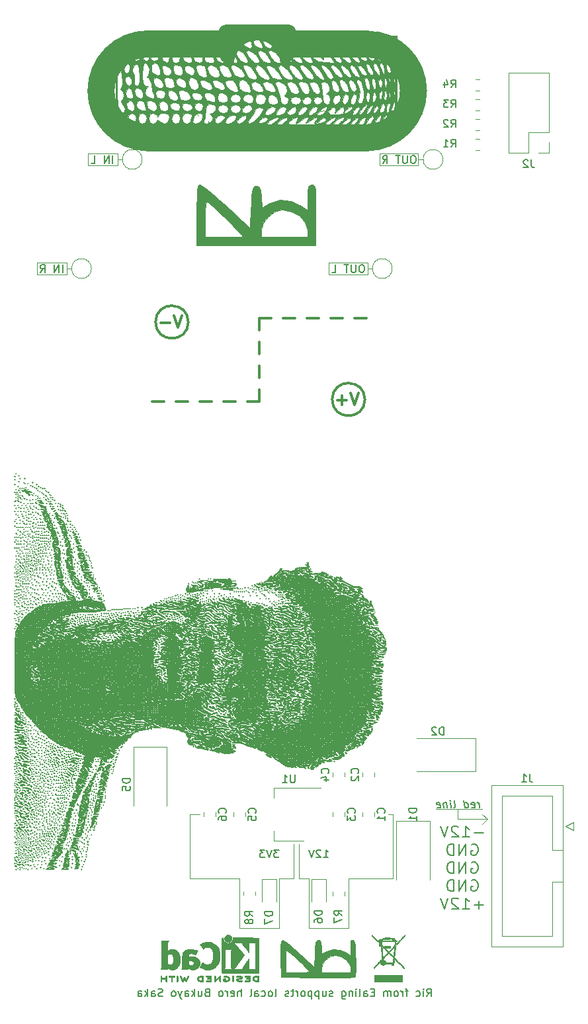
<source format=gbr>
%TF.GenerationSoftware,KiCad,Pcbnew,(5.1.12-1-10_14)*%
%TF.CreationDate,2021-12-28T18:18:38+00:00*%
%TF.ProjectId,pocket-operator-eurorack,706f636b-6574-42d6-9f70-657261746f72,rev?*%
%TF.SameCoordinates,Original*%
%TF.FileFunction,Legend,Bot*%
%TF.FilePolarity,Positive*%
%FSLAX46Y46*%
G04 Gerber Fmt 4.6, Leading zero omitted, Abs format (unit mm)*
G04 Created by KiCad (PCBNEW (5.1.12-1-10_14)) date 2021-12-28 18:18:38*
%MOMM*%
%LPD*%
G01*
G04 APERTURE LIST*
%ADD10C,0.120000*%
%ADD11C,0.150000*%
%ADD12C,2.000000*%
%ADD13C,3.500000*%
%ADD14C,0.100000*%
%ADD15C,0.300000*%
%ADD16C,0.200000*%
%ADD17C,0.010000*%
G04 APERTURE END LIST*
D10*
X22860000Y-101600000D02*
X24130000Y-101600000D01*
X22860000Y-109855000D02*
X22860000Y-101600000D01*
X29210000Y-109855000D02*
X22860000Y-109855000D01*
X29210000Y-116205000D02*
X29210000Y-109855000D01*
X34290000Y-116205000D02*
X29210000Y-116205000D01*
X34290000Y-109855000D02*
X34290000Y-116205000D01*
X36195000Y-109855000D02*
X34290000Y-109855000D01*
X36195000Y-105410000D02*
X36195000Y-109855000D01*
X48895000Y-101600000D02*
X48260000Y-101600000D01*
X48895000Y-109855000D02*
X48895000Y-101600000D01*
X43180000Y-109855000D02*
X48895000Y-109855000D01*
X43180000Y-116205000D02*
X43180000Y-109855000D01*
X38100000Y-116205000D02*
X43180000Y-116205000D01*
X38100000Y-109855000D02*
X38100000Y-116205000D01*
X36830000Y-109855000D02*
X38100000Y-109855000D01*
X36830000Y-105410000D02*
X36830000Y-109855000D01*
D11*
X34258095Y-106132380D02*
X33639047Y-106132380D01*
X33972380Y-106513333D01*
X33829523Y-106513333D01*
X33734285Y-106560952D01*
X33686666Y-106608571D01*
X33639047Y-106703809D01*
X33639047Y-106941904D01*
X33686666Y-107037142D01*
X33734285Y-107084761D01*
X33829523Y-107132380D01*
X34115238Y-107132380D01*
X34210476Y-107084761D01*
X34258095Y-107037142D01*
X33353333Y-106132380D02*
X33020000Y-107132380D01*
X32686666Y-106132380D01*
X32448571Y-106132380D02*
X31829523Y-106132380D01*
X32162857Y-106513333D01*
X32020000Y-106513333D01*
X31924761Y-106560952D01*
X31877142Y-106608571D01*
X31829523Y-106703809D01*
X31829523Y-106941904D01*
X31877142Y-107037142D01*
X31924761Y-107084761D01*
X32020000Y-107132380D01*
X32305714Y-107132380D01*
X32400952Y-107084761D01*
X32448571Y-107037142D01*
X53190476Y-124912380D02*
X53523809Y-124436190D01*
X53761904Y-124912380D02*
X53761904Y-123912380D01*
X53380952Y-123912380D01*
X53285714Y-123960000D01*
X53238095Y-124007619D01*
X53190476Y-124102857D01*
X53190476Y-124245714D01*
X53238095Y-124340952D01*
X53285714Y-124388571D01*
X53380952Y-124436190D01*
X53761904Y-124436190D01*
X52761904Y-124912380D02*
X52761904Y-124245714D01*
X52761904Y-123912380D02*
X52809523Y-123960000D01*
X52761904Y-124007619D01*
X52714285Y-123960000D01*
X52761904Y-123912380D01*
X52761904Y-124007619D01*
X51857142Y-124864761D02*
X51952380Y-124912380D01*
X52142857Y-124912380D01*
X52238095Y-124864761D01*
X52285714Y-124817142D01*
X52333333Y-124721904D01*
X52333333Y-124436190D01*
X52285714Y-124340952D01*
X52238095Y-124293333D01*
X52142857Y-124245714D01*
X51952380Y-124245714D01*
X51857142Y-124293333D01*
X50809523Y-124245714D02*
X50428571Y-124245714D01*
X50666666Y-124912380D02*
X50666666Y-124055238D01*
X50619047Y-123960000D01*
X50523809Y-123912380D01*
X50428571Y-123912380D01*
X50095238Y-124912380D02*
X50095238Y-124245714D01*
X50095238Y-124436190D02*
X50047619Y-124340952D01*
X49999999Y-124293333D01*
X49904761Y-124245714D01*
X49809523Y-124245714D01*
X49333333Y-124912380D02*
X49428571Y-124864761D01*
X49476190Y-124817142D01*
X49523809Y-124721904D01*
X49523809Y-124436190D01*
X49476190Y-124340952D01*
X49428571Y-124293333D01*
X49333333Y-124245714D01*
X49190476Y-124245714D01*
X49095238Y-124293333D01*
X49047619Y-124340952D01*
X49000000Y-124436190D01*
X49000000Y-124721904D01*
X49047619Y-124817142D01*
X49095238Y-124864761D01*
X49190476Y-124912380D01*
X49333333Y-124912380D01*
X48571428Y-124912380D02*
X48571428Y-124245714D01*
X48571428Y-124340952D02*
X48523809Y-124293333D01*
X48428571Y-124245714D01*
X48285714Y-124245714D01*
X48190476Y-124293333D01*
X48142857Y-124388571D01*
X48142857Y-124912380D01*
X48142857Y-124388571D02*
X48095238Y-124293333D01*
X48000000Y-124245714D01*
X47857142Y-124245714D01*
X47761904Y-124293333D01*
X47714285Y-124388571D01*
X47714285Y-124912380D01*
X46476190Y-124388571D02*
X46142857Y-124388571D01*
X46000000Y-124912380D02*
X46476190Y-124912380D01*
X46476190Y-123912380D01*
X46000000Y-123912380D01*
X45142857Y-124912380D02*
X45142857Y-124388571D01*
X45190476Y-124293333D01*
X45285714Y-124245714D01*
X45476190Y-124245714D01*
X45571428Y-124293333D01*
X45142857Y-124864761D02*
X45238095Y-124912380D01*
X45476190Y-124912380D01*
X45571428Y-124864761D01*
X45619047Y-124769523D01*
X45619047Y-124674285D01*
X45571428Y-124579047D01*
X45476190Y-124531428D01*
X45238095Y-124531428D01*
X45142857Y-124483809D01*
X44523809Y-124912380D02*
X44619047Y-124864761D01*
X44666666Y-124769523D01*
X44666666Y-123912380D01*
X44142857Y-124912380D02*
X44142857Y-124245714D01*
X44142857Y-123912380D02*
X44190476Y-123960000D01*
X44142857Y-124007619D01*
X44095238Y-123960000D01*
X44142857Y-123912380D01*
X44142857Y-124007619D01*
X43666666Y-124245714D02*
X43666666Y-124912380D01*
X43666666Y-124340952D02*
X43619047Y-124293333D01*
X43523809Y-124245714D01*
X43380952Y-124245714D01*
X43285714Y-124293333D01*
X43238095Y-124388571D01*
X43238095Y-124912380D01*
X42333333Y-124245714D02*
X42333333Y-125055238D01*
X42380952Y-125150476D01*
X42428571Y-125198095D01*
X42523809Y-125245714D01*
X42666666Y-125245714D01*
X42761904Y-125198095D01*
X42333333Y-124864761D02*
X42428571Y-124912380D01*
X42619047Y-124912380D01*
X42714285Y-124864761D01*
X42761904Y-124817142D01*
X42809523Y-124721904D01*
X42809523Y-124436190D01*
X42761904Y-124340952D01*
X42714285Y-124293333D01*
X42619047Y-124245714D01*
X42428571Y-124245714D01*
X42333333Y-124293333D01*
X41142857Y-124864761D02*
X41047619Y-124912380D01*
X40857142Y-124912380D01*
X40761904Y-124864761D01*
X40714285Y-124769523D01*
X40714285Y-124721904D01*
X40761904Y-124626666D01*
X40857142Y-124579047D01*
X41000000Y-124579047D01*
X41095238Y-124531428D01*
X41142857Y-124436190D01*
X41142857Y-124388571D01*
X41095238Y-124293333D01*
X41000000Y-124245714D01*
X40857142Y-124245714D01*
X40761904Y-124293333D01*
X39857142Y-124245714D02*
X39857142Y-124912380D01*
X40285714Y-124245714D02*
X40285714Y-124769523D01*
X40238095Y-124864761D01*
X40142857Y-124912380D01*
X40000000Y-124912380D01*
X39904761Y-124864761D01*
X39857142Y-124817142D01*
X39380952Y-124245714D02*
X39380952Y-125245714D01*
X39380952Y-124293333D02*
X39285714Y-124245714D01*
X39095238Y-124245714D01*
X39000000Y-124293333D01*
X38952380Y-124340952D01*
X38904761Y-124436190D01*
X38904761Y-124721904D01*
X38952380Y-124817142D01*
X39000000Y-124864761D01*
X39095238Y-124912380D01*
X39285714Y-124912380D01*
X39380952Y-124864761D01*
X38476190Y-124245714D02*
X38476190Y-125245714D01*
X38476190Y-124293333D02*
X38380952Y-124245714D01*
X38190476Y-124245714D01*
X38095238Y-124293333D01*
X38047619Y-124340952D01*
X38000000Y-124436190D01*
X38000000Y-124721904D01*
X38047619Y-124817142D01*
X38095238Y-124864761D01*
X38190476Y-124912380D01*
X38380952Y-124912380D01*
X38476190Y-124864761D01*
X37428571Y-124912380D02*
X37523809Y-124864761D01*
X37571428Y-124817142D01*
X37619047Y-124721904D01*
X37619047Y-124436190D01*
X37571428Y-124340952D01*
X37523809Y-124293333D01*
X37428571Y-124245714D01*
X37285714Y-124245714D01*
X37190476Y-124293333D01*
X37142857Y-124340952D01*
X37095238Y-124436190D01*
X37095238Y-124721904D01*
X37142857Y-124817142D01*
X37190476Y-124864761D01*
X37285714Y-124912380D01*
X37428571Y-124912380D01*
X36666666Y-124912380D02*
X36666666Y-124245714D01*
X36666666Y-124436190D02*
X36619047Y-124340952D01*
X36571428Y-124293333D01*
X36476190Y-124245714D01*
X36380952Y-124245714D01*
X36190476Y-124245714D02*
X35809523Y-124245714D01*
X36047619Y-123912380D02*
X36047619Y-124769523D01*
X36000000Y-124864761D01*
X35904761Y-124912380D01*
X35809523Y-124912380D01*
X35523809Y-124864761D02*
X35428571Y-124912380D01*
X35238095Y-124912380D01*
X35142857Y-124864761D01*
X35095238Y-124769523D01*
X35095238Y-124721904D01*
X35142857Y-124626666D01*
X35238095Y-124579047D01*
X35380952Y-124579047D01*
X35476190Y-124531428D01*
X35523809Y-124436190D01*
X35523809Y-124388571D01*
X35476190Y-124293333D01*
X35380952Y-124245714D01*
X35238095Y-124245714D01*
X35142857Y-124293333D01*
X33761904Y-124912380D02*
X33857142Y-124864761D01*
X33904761Y-124769523D01*
X33904761Y-123912380D01*
X33238095Y-124912380D02*
X33333333Y-124864761D01*
X33380952Y-124817142D01*
X33428571Y-124721904D01*
X33428571Y-124436190D01*
X33380952Y-124340952D01*
X33333333Y-124293333D01*
X33238095Y-124245714D01*
X33095238Y-124245714D01*
X33000000Y-124293333D01*
X32952380Y-124340952D01*
X32904761Y-124436190D01*
X32904761Y-124721904D01*
X32952380Y-124817142D01*
X33000000Y-124864761D01*
X33095238Y-124912380D01*
X33238095Y-124912380D01*
X32047619Y-124864761D02*
X32142857Y-124912380D01*
X32333333Y-124912380D01*
X32428571Y-124864761D01*
X32476190Y-124817142D01*
X32523809Y-124721904D01*
X32523809Y-124436190D01*
X32476190Y-124340952D01*
X32428571Y-124293333D01*
X32333333Y-124245714D01*
X32142857Y-124245714D01*
X32047619Y-124293333D01*
X31190476Y-124912380D02*
X31190476Y-124388571D01*
X31238095Y-124293333D01*
X31333333Y-124245714D01*
X31523809Y-124245714D01*
X31619047Y-124293333D01*
X31190476Y-124864761D02*
X31285714Y-124912380D01*
X31523809Y-124912380D01*
X31619047Y-124864761D01*
X31666666Y-124769523D01*
X31666666Y-124674285D01*
X31619047Y-124579047D01*
X31523809Y-124531428D01*
X31285714Y-124531428D01*
X31190476Y-124483809D01*
X30571428Y-124912380D02*
X30666666Y-124864761D01*
X30714285Y-124769523D01*
X30714285Y-123912380D01*
X29428571Y-124912380D02*
X29428571Y-123912380D01*
X29000000Y-124912380D02*
X29000000Y-124388571D01*
X29047619Y-124293333D01*
X29142857Y-124245714D01*
X29285714Y-124245714D01*
X29380952Y-124293333D01*
X29428571Y-124340952D01*
X28142857Y-124864761D02*
X28238095Y-124912380D01*
X28428571Y-124912380D01*
X28523809Y-124864761D01*
X28571428Y-124769523D01*
X28571428Y-124388571D01*
X28523809Y-124293333D01*
X28428571Y-124245714D01*
X28238095Y-124245714D01*
X28142857Y-124293333D01*
X28095238Y-124388571D01*
X28095238Y-124483809D01*
X28571428Y-124579047D01*
X27666666Y-124912380D02*
X27666666Y-124245714D01*
X27666666Y-124436190D02*
X27619047Y-124340952D01*
X27571428Y-124293333D01*
X27476190Y-124245714D01*
X27380952Y-124245714D01*
X26904761Y-124912380D02*
X27000000Y-124864761D01*
X27047619Y-124817142D01*
X27095238Y-124721904D01*
X27095238Y-124436190D01*
X27047619Y-124340952D01*
X27000000Y-124293333D01*
X26904761Y-124245714D01*
X26761904Y-124245714D01*
X26666666Y-124293333D01*
X26619047Y-124340952D01*
X26571428Y-124436190D01*
X26571428Y-124721904D01*
X26619047Y-124817142D01*
X26666666Y-124864761D01*
X26761904Y-124912380D01*
X26904761Y-124912380D01*
X25047619Y-124388571D02*
X24904761Y-124436190D01*
X24857142Y-124483809D01*
X24809523Y-124579047D01*
X24809523Y-124721904D01*
X24857142Y-124817142D01*
X24904761Y-124864761D01*
X25000000Y-124912380D01*
X25380952Y-124912380D01*
X25380952Y-123912380D01*
X25047619Y-123912380D01*
X24952380Y-123960000D01*
X24904761Y-124007619D01*
X24857142Y-124102857D01*
X24857142Y-124198095D01*
X24904761Y-124293333D01*
X24952380Y-124340952D01*
X25047619Y-124388571D01*
X25380952Y-124388571D01*
X23952380Y-124245714D02*
X23952380Y-124912380D01*
X24380952Y-124245714D02*
X24380952Y-124769523D01*
X24333333Y-124864761D01*
X24238095Y-124912380D01*
X24095238Y-124912380D01*
X24000000Y-124864761D01*
X23952380Y-124817142D01*
X23476190Y-124912380D02*
X23476190Y-123912380D01*
X23380952Y-124531428D02*
X23095238Y-124912380D01*
X23095238Y-124245714D02*
X23476190Y-124626666D01*
X22238095Y-124912380D02*
X22238095Y-124388571D01*
X22285714Y-124293333D01*
X22380952Y-124245714D01*
X22571428Y-124245714D01*
X22666666Y-124293333D01*
X22238095Y-124864761D02*
X22333333Y-124912380D01*
X22571428Y-124912380D01*
X22666666Y-124864761D01*
X22714285Y-124769523D01*
X22714285Y-124674285D01*
X22666666Y-124579047D01*
X22571428Y-124531428D01*
X22333333Y-124531428D01*
X22238095Y-124483809D01*
X21857142Y-124245714D02*
X21619047Y-124912380D01*
X21380952Y-124245714D02*
X21619047Y-124912380D01*
X21714285Y-125150476D01*
X21761904Y-125198095D01*
X21857142Y-125245714D01*
X20857142Y-124912380D02*
X20952380Y-124864761D01*
X21000000Y-124817142D01*
X21047619Y-124721904D01*
X21047619Y-124436190D01*
X21000000Y-124340952D01*
X20952380Y-124293333D01*
X20857142Y-124245714D01*
X20714285Y-124245714D01*
X20619047Y-124293333D01*
X20571428Y-124340952D01*
X20523809Y-124436190D01*
X20523809Y-124721904D01*
X20571428Y-124817142D01*
X20619047Y-124864761D01*
X20714285Y-124912380D01*
X20857142Y-124912380D01*
X19380952Y-124864761D02*
X19238095Y-124912380D01*
X19000000Y-124912380D01*
X18904761Y-124864761D01*
X18857142Y-124817142D01*
X18809523Y-124721904D01*
X18809523Y-124626666D01*
X18857142Y-124531428D01*
X18904761Y-124483809D01*
X19000000Y-124436190D01*
X19190476Y-124388571D01*
X19285714Y-124340952D01*
X19333333Y-124293333D01*
X19380952Y-124198095D01*
X19380952Y-124102857D01*
X19333333Y-124007619D01*
X19285714Y-123960000D01*
X19190476Y-123912380D01*
X18952380Y-123912380D01*
X18809523Y-123960000D01*
X17952380Y-124912380D02*
X17952380Y-124388571D01*
X18000000Y-124293333D01*
X18095238Y-124245714D01*
X18285714Y-124245714D01*
X18380952Y-124293333D01*
X17952380Y-124864761D02*
X18047619Y-124912380D01*
X18285714Y-124912380D01*
X18380952Y-124864761D01*
X18428571Y-124769523D01*
X18428571Y-124674285D01*
X18380952Y-124579047D01*
X18285714Y-124531428D01*
X18047619Y-124531428D01*
X17952380Y-124483809D01*
X17476190Y-124912380D02*
X17476190Y-123912380D01*
X17380952Y-124531428D02*
X17095238Y-124912380D01*
X17095238Y-124245714D02*
X17476190Y-124626666D01*
X16238095Y-124912380D02*
X16238095Y-124388571D01*
X16285714Y-124293333D01*
X16380952Y-124245714D01*
X16571428Y-124245714D01*
X16666666Y-124293333D01*
X16238095Y-124864761D02*
X16333333Y-124912380D01*
X16571428Y-124912380D01*
X16666666Y-124864761D01*
X16714285Y-124769523D01*
X16714285Y-124674285D01*
X16666666Y-124579047D01*
X16571428Y-124531428D01*
X16333333Y-124531428D01*
X16238095Y-124483809D01*
X39989047Y-107132380D02*
X40560476Y-107132380D01*
X40274761Y-107132380D02*
X40274761Y-106132380D01*
X40370000Y-106275238D01*
X40465238Y-106370476D01*
X40560476Y-106418095D01*
X39608095Y-106227619D02*
X39560476Y-106180000D01*
X39465238Y-106132380D01*
X39227142Y-106132380D01*
X39131904Y-106180000D01*
X39084285Y-106227619D01*
X39036666Y-106322857D01*
X39036666Y-106418095D01*
X39084285Y-106560952D01*
X39655714Y-107132380D01*
X39036666Y-107132380D01*
X38750952Y-106132380D02*
X38417619Y-107132380D01*
X38084285Y-106132380D01*
D10*
X45604000Y-30988000D02*
X40636000Y-30988000D01*
X46230000Y-31750000D02*
X45604000Y-31750000D01*
X40636000Y-30988000D02*
X40636000Y-32512000D01*
X40636000Y-32512000D02*
X45604000Y-32512000D01*
X45604000Y-30988000D02*
X45604000Y-32512000D01*
X48770000Y-31750000D02*
G75*
G03*
X48770000Y-31750000I-1270000J0D01*
G01*
X45604000Y-31750000D02*
X45604000Y-30988000D01*
D11*
X44961714Y-31252380D02*
X44771238Y-31252380D01*
X44676000Y-31300000D01*
X44580761Y-31395238D01*
X44533142Y-31585714D01*
X44533142Y-31919047D01*
X44580761Y-32109523D01*
X44676000Y-32204761D01*
X44771238Y-32252380D01*
X44961714Y-32252380D01*
X45056952Y-32204761D01*
X45152190Y-32109523D01*
X45199809Y-31919047D01*
X45199809Y-31585714D01*
X45152190Y-31395238D01*
X45056952Y-31300000D01*
X44961714Y-31252380D01*
X44104571Y-31252380D02*
X44104571Y-32061904D01*
X44056952Y-32157142D01*
X44009333Y-32204761D01*
X43914095Y-32252380D01*
X43723619Y-32252380D01*
X43628380Y-32204761D01*
X43580761Y-32157142D01*
X43533142Y-32061904D01*
X43533142Y-31252380D01*
X43199809Y-31252380D02*
X42628380Y-31252380D01*
X42914095Y-32252380D02*
X42914095Y-31252380D01*
X41056952Y-32252380D02*
X41533142Y-32252380D01*
X41533142Y-31252380D01*
D10*
X52104000Y-17018000D02*
X52104000Y-18542000D01*
X52730000Y-17780000D02*
X52104000Y-17780000D01*
X47136000Y-18542000D02*
X52104000Y-18542000D01*
X52104000Y-17018000D02*
X47136000Y-17018000D01*
X55270000Y-17780000D02*
G75*
G03*
X55270000Y-17780000I-1270000J0D01*
G01*
X52104000Y-17780000D02*
X52104000Y-17018000D01*
X47136000Y-17018000D02*
X47136000Y-18542000D01*
D11*
X51556952Y-17282380D02*
X51366476Y-17282380D01*
X51271238Y-17330000D01*
X51176000Y-17425238D01*
X51128380Y-17615714D01*
X51128380Y-17949047D01*
X51176000Y-18139523D01*
X51271238Y-18234761D01*
X51366476Y-18282380D01*
X51556952Y-18282380D01*
X51652190Y-18234761D01*
X51747428Y-18139523D01*
X51795047Y-17949047D01*
X51795047Y-17615714D01*
X51747428Y-17425238D01*
X51652190Y-17330000D01*
X51556952Y-17282380D01*
X50699809Y-17282380D02*
X50699809Y-18091904D01*
X50652190Y-18187142D01*
X50604571Y-18234761D01*
X50509333Y-18282380D01*
X50318857Y-18282380D01*
X50223619Y-18234761D01*
X50176000Y-18187142D01*
X50128380Y-18091904D01*
X50128380Y-17282380D01*
X49795047Y-17282380D02*
X49223619Y-17282380D01*
X49509333Y-18282380D02*
X49509333Y-17282380D01*
X47556952Y-18282380D02*
X47890285Y-17806190D01*
X48128380Y-18282380D02*
X48128380Y-17282380D01*
X47747428Y-17282380D01*
X47652190Y-17330000D01*
X47604571Y-17377619D01*
X47556952Y-17472857D01*
X47556952Y-17615714D01*
X47604571Y-17710952D01*
X47652190Y-17758571D01*
X47747428Y-17806190D01*
X48128380Y-17806190D01*
D10*
X13604000Y-17780000D02*
X13604000Y-17018000D01*
X9794000Y-17018000D02*
X9794000Y-18542000D01*
X13604000Y-17018000D02*
X13604000Y-18542000D01*
X9794000Y-18542000D02*
X13604000Y-18542000D01*
X14230000Y-17780000D02*
X13604000Y-17780000D01*
X16770000Y-17780000D02*
G75*
G03*
X16770000Y-17780000I-1270000J0D01*
G01*
X13604000Y-17018000D02*
X9794000Y-17018000D01*
D11*
X12981523Y-18282380D02*
X12981523Y-17282380D01*
X12505333Y-18282380D02*
X12505333Y-17282380D01*
X11933904Y-18282380D01*
X11933904Y-17282380D01*
X10219619Y-18282380D02*
X10695809Y-18282380D01*
X10695809Y-17282380D01*
D10*
X10270000Y-31750000D02*
G75*
G03*
X10270000Y-31750000I-1270000J0D01*
G01*
X3294000Y-32512000D02*
X7104000Y-32512000D01*
X3294000Y-30988000D02*
X3294000Y-32512000D01*
X7104000Y-30988000D02*
X3294000Y-30988000D01*
X7104000Y-30988000D02*
X7104000Y-32512000D01*
X7104000Y-31750000D02*
X7104000Y-30988000D01*
X7730000Y-31750000D02*
X7104000Y-31750000D01*
D12*
X35272843Y-4327945D02*
G75*
G03*
X27686000Y-4445000I-3776843J-1133055D01*
G01*
D13*
X45492000Y-15000000D02*
X17492000Y-15000000D01*
X45492000Y-15000000D02*
G75*
G03*
X45492000Y-3000000I0J6000000D01*
G01*
X17492000Y-15000000D02*
G75*
G02*
X17492000Y-3000000I0J6000000D01*
G01*
X45492000Y-3000000D02*
X36492000Y-3000000D01*
X26492000Y-3000000D02*
X17492000Y-3000000D01*
D10*
X34492000Y-5500000D02*
G75*
G03*
X28492000Y-5500000I-3000000J0D01*
G01*
D14*
G36*
X28448000Y-5461000D02*
G01*
X26924000Y-5461000D01*
X28448000Y-4953000D01*
X28448000Y-5461000D01*
G37*
X28448000Y-5461000D02*
X26924000Y-5461000D01*
X28448000Y-4953000D01*
X28448000Y-5461000D01*
G36*
X36131500Y-5461000D02*
G01*
X34480500Y-5461000D01*
X34480500Y-4699000D01*
X36131500Y-5461000D01*
G37*
X36131500Y-5461000D02*
X34480500Y-5461000D01*
X34480500Y-4699000D01*
X36131500Y-5461000D01*
D12*
X35492000Y-1500000D02*
X27492000Y-1500000D01*
D15*
X19558000Y-48768000D02*
X18034000Y-48768000D01*
X28702000Y-48768000D02*
X27178000Y-48768000D01*
X22606000Y-48768000D02*
X21082000Y-48768000D01*
X25654000Y-48768000D02*
X24130000Y-48768000D01*
X30226000Y-48768000D02*
X31750000Y-48768000D01*
X31750000Y-47244000D02*
X31750000Y-48768000D01*
X31750000Y-44196000D02*
X31750000Y-45720000D01*
X33274000Y-38100000D02*
X31750000Y-38100000D01*
X31750000Y-38100000D02*
X31750000Y-39624000D01*
X31750000Y-41148000D02*
X31750000Y-42672000D01*
X36322000Y-38100000D02*
X34798000Y-38100000D01*
X39370000Y-38100000D02*
X37846000Y-38100000D01*
X42418000Y-38100000D02*
X40894000Y-38100000D01*
X45466000Y-38100000D02*
X43942000Y-38100000D01*
X22668538Y-38594000D02*
G75*
G03*
X22668538Y-38594000I-2094538J0D01*
G01*
X21822571Y-37772571D02*
X21322571Y-39272571D01*
X20822571Y-37772571D01*
X20322571Y-38701142D02*
X19179714Y-38701142D01*
X45274538Y-48500000D02*
G75*
G03*
X45274538Y-48500000I-2094538J0D01*
G01*
X44428571Y-47678571D02*
X43928571Y-49178571D01*
X43428571Y-47678571D01*
X42928571Y-48607142D02*
X41785714Y-48607142D01*
X42357142Y-49178571D02*
X42357142Y-48035714D01*
D10*
X60960000Y-102235000D02*
X60325000Y-102870000D01*
X60325000Y-101600000D02*
X60960000Y-102235000D01*
X60960000Y-102235000D02*
X60325000Y-101600000D01*
X57150000Y-102235000D02*
X60960000Y-102235000D01*
X57150000Y-100965000D02*
X57150000Y-102235000D01*
X54356000Y-100965000D02*
X60325000Y-100965000D01*
D16*
X59968333Y-100782380D02*
X59885000Y-100115714D01*
X59908809Y-100306190D02*
X59849285Y-100210952D01*
X59795714Y-100163333D01*
X59694523Y-100115714D01*
X59599285Y-100115714D01*
X58962380Y-100734761D02*
X59063571Y-100782380D01*
X59254047Y-100782380D01*
X59343333Y-100734761D01*
X59379047Y-100639523D01*
X59331428Y-100258571D01*
X59271904Y-100163333D01*
X59170714Y-100115714D01*
X58980238Y-100115714D01*
X58890952Y-100163333D01*
X58855238Y-100258571D01*
X58867142Y-100353809D01*
X59355238Y-100449047D01*
X58063571Y-100782380D02*
X57938571Y-99782380D01*
X58057619Y-100734761D02*
X58158809Y-100782380D01*
X58349285Y-100782380D01*
X58438571Y-100734761D01*
X58480238Y-100687142D01*
X58515952Y-100591904D01*
X58480238Y-100306190D01*
X58420714Y-100210952D01*
X58367142Y-100163333D01*
X58265952Y-100115714D01*
X58075476Y-100115714D01*
X57986190Y-100163333D01*
X56682619Y-100782380D02*
X56771904Y-100734761D01*
X56807619Y-100639523D01*
X56700476Y-99782380D01*
X56301666Y-100782380D02*
X56218333Y-100115714D01*
X56176666Y-99782380D02*
X56230238Y-99830000D01*
X56188571Y-99877619D01*
X56134999Y-99830000D01*
X56176666Y-99782380D01*
X56188571Y-99877619D01*
X55742142Y-100115714D02*
X55825476Y-100782380D01*
X55754047Y-100210952D02*
X55700476Y-100163333D01*
X55599285Y-100115714D01*
X55456428Y-100115714D01*
X55367142Y-100163333D01*
X55331428Y-100258571D01*
X55396904Y-100782380D01*
X54533809Y-100734761D02*
X54634999Y-100782380D01*
X54825476Y-100782380D01*
X54914761Y-100734761D01*
X54950476Y-100639523D01*
X54902857Y-100258571D01*
X54843333Y-100163333D01*
X54742142Y-100115714D01*
X54551666Y-100115714D01*
X54462380Y-100163333D01*
X54426666Y-100258571D01*
X54438571Y-100353809D01*
X54926666Y-100449047D01*
X60427857Y-103985000D02*
X59285000Y-103985000D01*
X57785000Y-104518333D02*
X58642142Y-104518333D01*
X58213571Y-104518333D02*
X58213571Y-103118333D01*
X58356428Y-103318333D01*
X58499285Y-103451666D01*
X58642142Y-103518333D01*
X57213571Y-103251666D02*
X57142142Y-103185000D01*
X56999285Y-103118333D01*
X56642142Y-103118333D01*
X56499285Y-103185000D01*
X56427857Y-103251666D01*
X56356428Y-103385000D01*
X56356428Y-103518333D01*
X56427857Y-103718333D01*
X57285000Y-104518333D01*
X56356428Y-104518333D01*
X55927857Y-103118333D02*
X55427857Y-104518333D01*
X54927857Y-103118333D01*
X58927857Y-105485000D02*
X59070714Y-105418333D01*
X59285000Y-105418333D01*
X59499285Y-105485000D01*
X59642142Y-105618333D01*
X59713571Y-105751666D01*
X59785000Y-106018333D01*
X59785000Y-106218333D01*
X59713571Y-106485000D01*
X59642142Y-106618333D01*
X59499285Y-106751666D01*
X59285000Y-106818333D01*
X59142142Y-106818333D01*
X58927857Y-106751666D01*
X58856428Y-106685000D01*
X58856428Y-106218333D01*
X59142142Y-106218333D01*
X58213571Y-106818333D02*
X58213571Y-105418333D01*
X57356428Y-106818333D01*
X57356428Y-105418333D01*
X56642142Y-106818333D02*
X56642142Y-105418333D01*
X56285000Y-105418333D01*
X56070714Y-105485000D01*
X55927857Y-105618333D01*
X55856428Y-105751666D01*
X55785000Y-106018333D01*
X55785000Y-106218333D01*
X55856428Y-106485000D01*
X55927857Y-106618333D01*
X56070714Y-106751666D01*
X56285000Y-106818333D01*
X56642142Y-106818333D01*
X58927857Y-107785000D02*
X59070714Y-107718333D01*
X59285000Y-107718333D01*
X59499285Y-107785000D01*
X59642142Y-107918333D01*
X59713571Y-108051666D01*
X59785000Y-108318333D01*
X59785000Y-108518333D01*
X59713571Y-108785000D01*
X59642142Y-108918333D01*
X59499285Y-109051666D01*
X59285000Y-109118333D01*
X59142142Y-109118333D01*
X58927857Y-109051666D01*
X58856428Y-108985000D01*
X58856428Y-108518333D01*
X59142142Y-108518333D01*
X58213571Y-109118333D02*
X58213571Y-107718333D01*
X57356428Y-109118333D01*
X57356428Y-107718333D01*
X56642142Y-109118333D02*
X56642142Y-107718333D01*
X56285000Y-107718333D01*
X56070714Y-107785000D01*
X55927857Y-107918333D01*
X55856428Y-108051666D01*
X55785000Y-108318333D01*
X55785000Y-108518333D01*
X55856428Y-108785000D01*
X55927857Y-108918333D01*
X56070714Y-109051666D01*
X56285000Y-109118333D01*
X56642142Y-109118333D01*
X58927857Y-110085000D02*
X59070714Y-110018333D01*
X59285000Y-110018333D01*
X59499285Y-110085000D01*
X59642142Y-110218333D01*
X59713571Y-110351666D01*
X59785000Y-110618333D01*
X59785000Y-110818333D01*
X59713571Y-111085000D01*
X59642142Y-111218333D01*
X59499285Y-111351666D01*
X59285000Y-111418333D01*
X59142142Y-111418333D01*
X58927857Y-111351666D01*
X58856428Y-111285000D01*
X58856428Y-110818333D01*
X59142142Y-110818333D01*
X58213571Y-111418333D02*
X58213571Y-110018333D01*
X57356428Y-111418333D01*
X57356428Y-110018333D01*
X56642142Y-111418333D02*
X56642142Y-110018333D01*
X56285000Y-110018333D01*
X56070714Y-110085000D01*
X55927857Y-110218333D01*
X55856428Y-110351666D01*
X55785000Y-110618333D01*
X55785000Y-110818333D01*
X55856428Y-111085000D01*
X55927857Y-111218333D01*
X56070714Y-111351666D01*
X56285000Y-111418333D01*
X56642142Y-111418333D01*
X60427857Y-113185000D02*
X59285000Y-113185000D01*
X59856428Y-113718333D02*
X59856428Y-112651666D01*
X57785000Y-113718333D02*
X58642142Y-113718333D01*
X58213571Y-113718333D02*
X58213571Y-112318333D01*
X58356428Y-112518333D01*
X58499285Y-112651666D01*
X58642142Y-112718333D01*
X57213571Y-112451666D02*
X57142142Y-112385000D01*
X56999285Y-112318333D01*
X56642142Y-112318333D01*
X56499285Y-112385000D01*
X56427857Y-112451666D01*
X56356428Y-112585000D01*
X56356428Y-112718333D01*
X56427857Y-112918333D01*
X57285000Y-113718333D01*
X56356428Y-113718333D01*
X55927857Y-112318333D02*
X55427857Y-113718333D01*
X54927857Y-112318333D01*
D11*
X6576761Y-32252380D02*
X6576761Y-31252380D01*
X6100571Y-32252380D02*
X6100571Y-31252380D01*
X5529142Y-32252380D01*
X5529142Y-31252380D01*
X3719619Y-32252380D02*
X4052952Y-31776190D01*
X4291047Y-32252380D02*
X4291047Y-31252380D01*
X3910095Y-31252380D01*
X3814857Y-31300000D01*
X3767238Y-31347619D01*
X3719619Y-31442857D01*
X3719619Y-31585714D01*
X3767238Y-31680952D01*
X3814857Y-31728571D01*
X3910095Y-31776190D01*
X4291047Y-31776190D01*
D17*
%TO.C,G\u002A\u002A\u002A*%
G36*
X43566023Y-117673215D02*
G01*
X43476041Y-117835457D01*
X43439312Y-118217972D01*
X43434000Y-118644448D01*
X43434000Y-119684395D01*
X42918071Y-119317021D01*
X42107929Y-118930348D01*
X41250282Y-118863898D01*
X40407306Y-119122419D01*
X40402533Y-119124901D01*
X39725866Y-119477600D01*
X39674933Y-118595800D01*
X39625953Y-118072223D01*
X39533732Y-117806541D01*
X39362622Y-117718065D01*
X39285333Y-117714000D01*
X39131299Y-117740437D01*
X39026970Y-117859867D01*
X38957688Y-118132473D01*
X38908794Y-118618437D01*
X38865630Y-119377939D01*
X38862000Y-119452024D01*
X38777333Y-121190048D01*
X36869106Y-119392812D01*
X36006093Y-118602615D01*
X35352447Y-118054304D01*
X34913336Y-117751939D01*
X34705305Y-117693650D01*
X34601974Y-117783081D01*
X34533353Y-117991912D01*
X34495030Y-118371572D01*
X34482594Y-118973493D01*
X34491632Y-119849106D01*
X34496866Y-120123528D01*
X34544000Y-122455334D01*
X39247284Y-122500353D01*
X40683547Y-122511170D01*
X41814158Y-122512173D01*
X42672019Y-122502138D01*
X43290037Y-122479838D01*
X43701115Y-122444050D01*
X43938158Y-122393547D01*
X44034071Y-122327106D01*
X44036259Y-122322064D01*
X44065015Y-122075618D01*
X44082094Y-121562507D01*
X44083482Y-121332328D01*
X43434000Y-121332328D01*
X43434000Y-121862667D01*
X39708667Y-121862667D01*
X39708667Y-121735667D01*
X38156445Y-121735667D01*
X38025553Y-121791157D01*
X37627616Y-121834349D01*
X37034199Y-121859111D01*
X36674778Y-121862667D01*
X35136667Y-121862667D01*
X35136667Y-120423334D01*
X35149142Y-119772887D01*
X35182431Y-119275428D01*
X35230332Y-119008699D01*
X35251509Y-118984000D01*
X35408679Y-119093813D01*
X35745616Y-119385069D01*
X36201857Y-119800498D01*
X36716941Y-120282826D01*
X37230405Y-120774782D01*
X37681787Y-121219094D01*
X38010626Y-121558489D01*
X38156445Y-121735667D01*
X39708667Y-121735667D01*
X39708667Y-121303218D01*
X39809569Y-120799031D01*
X40153320Y-120322010D01*
X40259000Y-120216900D01*
X40928347Y-119745516D01*
X41599976Y-119612601D01*
X42276696Y-119818170D01*
X42829277Y-120231661D01*
X43253060Y-120717459D01*
X43423621Y-121169810D01*
X43434000Y-121332328D01*
X44083482Y-121332328D01*
X44086363Y-120854570D01*
X44076690Y-120023647D01*
X44074309Y-119908455D01*
X44049818Y-119001949D01*
X44017219Y-118379871D01*
X43968210Y-117987980D01*
X43894487Y-117772037D01*
X43787749Y-117677803D01*
X43730333Y-117661327D01*
X43566023Y-117673215D01*
G37*
X43566023Y-117673215D02*
X43476041Y-117835457D01*
X43439312Y-118217972D01*
X43434000Y-118644448D01*
X43434000Y-119684395D01*
X42918071Y-119317021D01*
X42107929Y-118930348D01*
X41250282Y-118863898D01*
X40407306Y-119122419D01*
X40402533Y-119124901D01*
X39725866Y-119477600D01*
X39674933Y-118595800D01*
X39625953Y-118072223D01*
X39533732Y-117806541D01*
X39362622Y-117718065D01*
X39285333Y-117714000D01*
X39131299Y-117740437D01*
X39026970Y-117859867D01*
X38957688Y-118132473D01*
X38908794Y-118618437D01*
X38865630Y-119377939D01*
X38862000Y-119452024D01*
X38777333Y-121190048D01*
X36869106Y-119392812D01*
X36006093Y-118602615D01*
X35352447Y-118054304D01*
X34913336Y-117751939D01*
X34705305Y-117693650D01*
X34601974Y-117783081D01*
X34533353Y-117991912D01*
X34495030Y-118371572D01*
X34482594Y-118973493D01*
X34491632Y-119849106D01*
X34496866Y-120123528D01*
X34544000Y-122455334D01*
X39247284Y-122500353D01*
X40683547Y-122511170D01*
X41814158Y-122512173D01*
X42672019Y-122502138D01*
X43290037Y-122479838D01*
X43701115Y-122444050D01*
X43938158Y-122393547D01*
X44034071Y-122327106D01*
X44036259Y-122322064D01*
X44065015Y-122075618D01*
X44082094Y-121562507D01*
X44083482Y-121332328D01*
X43434000Y-121332328D01*
X43434000Y-121862667D01*
X39708667Y-121862667D01*
X39708667Y-121735667D01*
X38156445Y-121735667D01*
X38025553Y-121791157D01*
X37627616Y-121834349D01*
X37034199Y-121859111D01*
X36674778Y-121862667D01*
X35136667Y-121862667D01*
X35136667Y-120423334D01*
X35149142Y-119772887D01*
X35182431Y-119275428D01*
X35230332Y-119008699D01*
X35251509Y-118984000D01*
X35408679Y-119093813D01*
X35745616Y-119385069D01*
X36201857Y-119800498D01*
X36716941Y-120282826D01*
X37230405Y-120774782D01*
X37681787Y-121219094D01*
X38010626Y-121558489D01*
X38156445Y-121735667D01*
X39708667Y-121735667D01*
X39708667Y-121303218D01*
X39809569Y-120799031D01*
X40153320Y-120322010D01*
X40259000Y-120216900D01*
X40928347Y-119745516D01*
X41599976Y-119612601D01*
X42276696Y-119818170D01*
X42829277Y-120231661D01*
X43253060Y-120717459D01*
X43423621Y-121169810D01*
X43434000Y-121332328D01*
X44083482Y-121332328D01*
X44086363Y-120854570D01*
X44076690Y-120023647D01*
X44074309Y-119908455D01*
X44049818Y-119001949D01*
X44017219Y-118379871D01*
X43968210Y-117987980D01*
X43894487Y-117772037D01*
X43787749Y-117677803D01*
X43730333Y-117661327D01*
X43566023Y-117673215D01*
%TO.C,REF\u002A\u002A*%
G36*
X19171177Y-122274533D02*
G01*
X19139798Y-122296776D01*
X19112089Y-122324485D01*
X19112089Y-122633920D01*
X19112162Y-122725799D01*
X19112505Y-122797840D01*
X19113308Y-122852780D01*
X19114759Y-122893360D01*
X19117048Y-122922317D01*
X19120364Y-122942391D01*
X19124895Y-122956321D01*
X19130831Y-122966845D01*
X19135486Y-122973100D01*
X19166217Y-122997673D01*
X19201504Y-123000341D01*
X19233755Y-122985271D01*
X19244412Y-122976374D01*
X19251536Y-122964557D01*
X19255833Y-122945526D01*
X19258009Y-122914992D01*
X19258772Y-122868662D01*
X19258845Y-122832871D01*
X19258845Y-122698045D01*
X19755556Y-122698045D01*
X19755556Y-122820700D01*
X19756069Y-122876787D01*
X19758124Y-122915333D01*
X19762492Y-122941361D01*
X19769944Y-122959897D01*
X19778953Y-122973100D01*
X19809856Y-122997604D01*
X19844804Y-123000506D01*
X19878262Y-122983089D01*
X19887396Y-122973959D01*
X19893848Y-122961855D01*
X19898103Y-122943001D01*
X19900648Y-122913620D01*
X19901971Y-122869937D01*
X19902557Y-122808175D01*
X19902625Y-122794000D01*
X19903109Y-122677631D01*
X19903359Y-122581727D01*
X19903277Y-122504177D01*
X19902769Y-122442869D01*
X19901738Y-122395690D01*
X19900087Y-122360530D01*
X19897721Y-122335276D01*
X19894543Y-122317817D01*
X19890456Y-122306041D01*
X19885366Y-122297835D01*
X19879734Y-122291645D01*
X19847872Y-122271844D01*
X19814643Y-122274533D01*
X19783265Y-122296776D01*
X19770567Y-122311126D01*
X19762474Y-122326978D01*
X19757958Y-122349554D01*
X19755994Y-122384078D01*
X19755556Y-122435776D01*
X19755556Y-122551289D01*
X19258845Y-122551289D01*
X19258845Y-122432756D01*
X19258338Y-122378148D01*
X19256302Y-122341275D01*
X19251965Y-122317307D01*
X19244553Y-122301415D01*
X19236267Y-122291645D01*
X19204406Y-122271844D01*
X19171177Y-122274533D01*
G37*
X19171177Y-122274533D02*
X19139798Y-122296776D01*
X19112089Y-122324485D01*
X19112089Y-122633920D01*
X19112162Y-122725799D01*
X19112505Y-122797840D01*
X19113308Y-122852780D01*
X19114759Y-122893360D01*
X19117048Y-122922317D01*
X19120364Y-122942391D01*
X19124895Y-122956321D01*
X19130831Y-122966845D01*
X19135486Y-122973100D01*
X19166217Y-122997673D01*
X19201504Y-123000341D01*
X19233755Y-122985271D01*
X19244412Y-122976374D01*
X19251536Y-122964557D01*
X19255833Y-122945526D01*
X19258009Y-122914992D01*
X19258772Y-122868662D01*
X19258845Y-122832871D01*
X19258845Y-122698045D01*
X19755556Y-122698045D01*
X19755556Y-122820700D01*
X19756069Y-122876787D01*
X19758124Y-122915333D01*
X19762492Y-122941361D01*
X19769944Y-122959897D01*
X19778953Y-122973100D01*
X19809856Y-122997604D01*
X19844804Y-123000506D01*
X19878262Y-122983089D01*
X19887396Y-122973959D01*
X19893848Y-122961855D01*
X19898103Y-122943001D01*
X19900648Y-122913620D01*
X19901971Y-122869937D01*
X19902557Y-122808175D01*
X19902625Y-122794000D01*
X19903109Y-122677631D01*
X19903359Y-122581727D01*
X19903277Y-122504177D01*
X19902769Y-122442869D01*
X19901738Y-122395690D01*
X19900087Y-122360530D01*
X19897721Y-122335276D01*
X19894543Y-122317817D01*
X19890456Y-122306041D01*
X19885366Y-122297835D01*
X19879734Y-122291645D01*
X19847872Y-122271844D01*
X19814643Y-122274533D01*
X19783265Y-122296776D01*
X19770567Y-122311126D01*
X19762474Y-122326978D01*
X19757958Y-122349554D01*
X19755994Y-122384078D01*
X19755556Y-122435776D01*
X19755556Y-122551289D01*
X19258845Y-122551289D01*
X19258845Y-122432756D01*
X19258338Y-122378148D01*
X19256302Y-122341275D01*
X19251965Y-122317307D01*
X19244553Y-122301415D01*
X19236267Y-122291645D01*
X19204406Y-122271844D01*
X19171177Y-122274533D01*
G36*
X20436935Y-122269163D02*
G01*
X20358228Y-122269542D01*
X20297137Y-122270333D01*
X20251183Y-122271670D01*
X20217886Y-122273683D01*
X20194764Y-122276506D01*
X20179338Y-122280269D01*
X20169129Y-122285105D01*
X20164187Y-122288822D01*
X20138543Y-122321358D01*
X20135441Y-122355138D01*
X20151289Y-122385826D01*
X20161652Y-122398089D01*
X20172804Y-122406450D01*
X20188965Y-122411657D01*
X20214358Y-122414457D01*
X20253202Y-122415596D01*
X20309720Y-122415821D01*
X20320820Y-122415822D01*
X20466756Y-122415822D01*
X20466756Y-122686756D01*
X20466852Y-122772154D01*
X20467289Y-122837864D01*
X20468288Y-122886774D01*
X20470072Y-122921773D01*
X20472863Y-122945749D01*
X20476883Y-122961593D01*
X20482355Y-122972191D01*
X20489334Y-122980267D01*
X20522266Y-123000112D01*
X20556646Y-122998548D01*
X20587824Y-122975906D01*
X20590114Y-122973100D01*
X20597571Y-122962492D01*
X20603253Y-122950081D01*
X20607399Y-122932850D01*
X20610250Y-122907784D01*
X20612046Y-122871867D01*
X20613028Y-122822083D01*
X20613436Y-122755417D01*
X20613511Y-122679589D01*
X20613511Y-122415822D01*
X20752873Y-122415822D01*
X20812678Y-122415418D01*
X20854082Y-122413840D01*
X20881252Y-122410547D01*
X20898354Y-122404992D01*
X20909557Y-122396631D01*
X20910917Y-122395178D01*
X20927275Y-122361939D01*
X20925828Y-122324362D01*
X20907022Y-122291645D01*
X20899750Y-122285298D01*
X20890373Y-122280266D01*
X20876391Y-122276396D01*
X20855304Y-122273537D01*
X20824611Y-122271535D01*
X20781811Y-122270239D01*
X20724405Y-122269498D01*
X20649890Y-122269158D01*
X20555767Y-122269068D01*
X20535740Y-122269067D01*
X20436935Y-122269163D01*
G37*
X20436935Y-122269163D02*
X20358228Y-122269542D01*
X20297137Y-122270333D01*
X20251183Y-122271670D01*
X20217886Y-122273683D01*
X20194764Y-122276506D01*
X20179338Y-122280269D01*
X20169129Y-122285105D01*
X20164187Y-122288822D01*
X20138543Y-122321358D01*
X20135441Y-122355138D01*
X20151289Y-122385826D01*
X20161652Y-122398089D01*
X20172804Y-122406450D01*
X20188965Y-122411657D01*
X20214358Y-122414457D01*
X20253202Y-122415596D01*
X20309720Y-122415821D01*
X20320820Y-122415822D01*
X20466756Y-122415822D01*
X20466756Y-122686756D01*
X20466852Y-122772154D01*
X20467289Y-122837864D01*
X20468288Y-122886774D01*
X20470072Y-122921773D01*
X20472863Y-122945749D01*
X20476883Y-122961593D01*
X20482355Y-122972191D01*
X20489334Y-122980267D01*
X20522266Y-123000112D01*
X20556646Y-122998548D01*
X20587824Y-122975906D01*
X20590114Y-122973100D01*
X20597571Y-122962492D01*
X20603253Y-122950081D01*
X20607399Y-122932850D01*
X20610250Y-122907784D01*
X20612046Y-122871867D01*
X20613028Y-122822083D01*
X20613436Y-122755417D01*
X20613511Y-122679589D01*
X20613511Y-122415822D01*
X20752873Y-122415822D01*
X20812678Y-122415418D01*
X20854082Y-122413840D01*
X20881252Y-122410547D01*
X20898354Y-122404992D01*
X20909557Y-122396631D01*
X20910917Y-122395178D01*
X20927275Y-122361939D01*
X20925828Y-122324362D01*
X20907022Y-122291645D01*
X20899750Y-122285298D01*
X20890373Y-122280266D01*
X20876391Y-122276396D01*
X20855304Y-122273537D01*
X20824611Y-122271535D01*
X20781811Y-122270239D01*
X20724405Y-122269498D01*
X20649890Y-122269158D01*
X20555767Y-122269068D01*
X20535740Y-122269067D01*
X20436935Y-122269163D01*
G36*
X21211386Y-122275877D02*
G01*
X21187673Y-122290647D01*
X21161022Y-122312227D01*
X21161022Y-122633773D01*
X21161107Y-122727830D01*
X21161471Y-122801932D01*
X21162276Y-122858704D01*
X21163687Y-122900768D01*
X21165867Y-122930748D01*
X21168979Y-122951267D01*
X21173186Y-122964949D01*
X21178652Y-122974416D01*
X21182528Y-122979082D01*
X21213966Y-122999575D01*
X21249767Y-122998739D01*
X21281127Y-122981264D01*
X21307778Y-122959684D01*
X21307778Y-122312227D01*
X21281127Y-122290647D01*
X21255406Y-122274949D01*
X21234400Y-122269067D01*
X21211386Y-122275877D01*
G37*
X21211386Y-122275877D02*
X21187673Y-122290647D01*
X21161022Y-122312227D01*
X21161022Y-122633773D01*
X21161107Y-122727830D01*
X21161471Y-122801932D01*
X21162276Y-122858704D01*
X21163687Y-122900768D01*
X21165867Y-122930748D01*
X21168979Y-122951267D01*
X21173186Y-122964949D01*
X21178652Y-122974416D01*
X21182528Y-122979082D01*
X21213966Y-122999575D01*
X21249767Y-122998739D01*
X21281127Y-122981264D01*
X21307778Y-122959684D01*
X21307778Y-122312227D01*
X21281127Y-122290647D01*
X21255406Y-122274949D01*
X21234400Y-122269067D01*
X21211386Y-122275877D01*
G36*
X21655335Y-122271034D02*
G01*
X21635745Y-122278035D01*
X21634990Y-122278377D01*
X21608387Y-122298678D01*
X21593730Y-122319561D01*
X21590862Y-122329352D01*
X21591004Y-122342361D01*
X21595039Y-122360895D01*
X21603854Y-122387257D01*
X21618331Y-122423752D01*
X21639355Y-122472687D01*
X21667812Y-122536365D01*
X21704585Y-122617093D01*
X21724825Y-122661216D01*
X21761375Y-122739985D01*
X21795685Y-122812423D01*
X21826448Y-122875880D01*
X21852352Y-122927708D01*
X21872090Y-122965259D01*
X21884350Y-122985884D01*
X21886776Y-122988733D01*
X21917817Y-123001302D01*
X21952879Y-122999619D01*
X21981000Y-122984332D01*
X21982146Y-122983089D01*
X21993332Y-122966154D01*
X22012096Y-122933170D01*
X22036125Y-122888380D01*
X22063103Y-122836032D01*
X22072799Y-122816742D01*
X22145986Y-122670150D01*
X22225760Y-122829393D01*
X22254233Y-122884415D01*
X22280650Y-122932132D01*
X22302852Y-122968893D01*
X22318681Y-122991044D01*
X22324046Y-122995741D01*
X22365743Y-123002102D01*
X22400151Y-122988733D01*
X22410272Y-122974446D01*
X22427786Y-122942692D01*
X22451265Y-122896597D01*
X22479280Y-122839285D01*
X22510401Y-122773880D01*
X22543201Y-122703507D01*
X22576250Y-122631291D01*
X22608119Y-122560355D01*
X22637381Y-122493825D01*
X22662605Y-122434826D01*
X22682364Y-122386481D01*
X22695228Y-122351915D01*
X22699769Y-122334253D01*
X22699723Y-122333613D01*
X22688674Y-122311388D01*
X22666590Y-122288753D01*
X22665290Y-122287768D01*
X22638147Y-122272425D01*
X22613042Y-122272574D01*
X22603632Y-122275466D01*
X22592166Y-122281718D01*
X22579990Y-122294014D01*
X22565643Y-122314908D01*
X22547664Y-122346949D01*
X22524593Y-122392688D01*
X22494970Y-122454677D01*
X22468255Y-122511898D01*
X22437520Y-122578226D01*
X22409979Y-122637874D01*
X22387062Y-122687725D01*
X22370202Y-122724664D01*
X22360827Y-122745573D01*
X22359460Y-122748845D01*
X22353311Y-122743497D01*
X22339178Y-122721109D01*
X22318943Y-122684946D01*
X22294485Y-122638277D01*
X22284752Y-122619022D01*
X22251783Y-122554004D01*
X22226357Y-122506654D01*
X22206388Y-122474219D01*
X22189790Y-122453946D01*
X22174476Y-122443082D01*
X22158360Y-122438875D01*
X22147857Y-122438400D01*
X22129330Y-122440042D01*
X22113096Y-122446831D01*
X22096965Y-122461566D01*
X22078749Y-122487044D01*
X22056261Y-122526061D01*
X22027311Y-122581414D01*
X22011338Y-122612903D01*
X21985430Y-122663087D01*
X21962833Y-122704704D01*
X21945542Y-122734242D01*
X21935550Y-122748189D01*
X21934191Y-122748770D01*
X21927739Y-122737793D01*
X21913292Y-122709290D01*
X21892297Y-122666244D01*
X21866203Y-122611638D01*
X21836454Y-122548454D01*
X21821820Y-122517071D01*
X21783750Y-122436078D01*
X21753095Y-122373756D01*
X21728263Y-122328071D01*
X21707663Y-122296989D01*
X21689702Y-122278478D01*
X21672790Y-122270504D01*
X21655335Y-122271034D01*
G37*
X21655335Y-122271034D02*
X21635745Y-122278035D01*
X21634990Y-122278377D01*
X21608387Y-122298678D01*
X21593730Y-122319561D01*
X21590862Y-122329352D01*
X21591004Y-122342361D01*
X21595039Y-122360895D01*
X21603854Y-122387257D01*
X21618331Y-122423752D01*
X21639355Y-122472687D01*
X21667812Y-122536365D01*
X21704585Y-122617093D01*
X21724825Y-122661216D01*
X21761375Y-122739985D01*
X21795685Y-122812423D01*
X21826448Y-122875880D01*
X21852352Y-122927708D01*
X21872090Y-122965259D01*
X21884350Y-122985884D01*
X21886776Y-122988733D01*
X21917817Y-123001302D01*
X21952879Y-122999619D01*
X21981000Y-122984332D01*
X21982146Y-122983089D01*
X21993332Y-122966154D01*
X22012096Y-122933170D01*
X22036125Y-122888380D01*
X22063103Y-122836032D01*
X22072799Y-122816742D01*
X22145986Y-122670150D01*
X22225760Y-122829393D01*
X22254233Y-122884415D01*
X22280650Y-122932132D01*
X22302852Y-122968893D01*
X22318681Y-122991044D01*
X22324046Y-122995741D01*
X22365743Y-123002102D01*
X22400151Y-122988733D01*
X22410272Y-122974446D01*
X22427786Y-122942692D01*
X22451265Y-122896597D01*
X22479280Y-122839285D01*
X22510401Y-122773880D01*
X22543201Y-122703507D01*
X22576250Y-122631291D01*
X22608119Y-122560355D01*
X22637381Y-122493825D01*
X22662605Y-122434826D01*
X22682364Y-122386481D01*
X22695228Y-122351915D01*
X22699769Y-122334253D01*
X22699723Y-122333613D01*
X22688674Y-122311388D01*
X22666590Y-122288753D01*
X22665290Y-122287768D01*
X22638147Y-122272425D01*
X22613042Y-122272574D01*
X22603632Y-122275466D01*
X22592166Y-122281718D01*
X22579990Y-122294014D01*
X22565643Y-122314908D01*
X22547664Y-122346949D01*
X22524593Y-122392688D01*
X22494970Y-122454677D01*
X22468255Y-122511898D01*
X22437520Y-122578226D01*
X22409979Y-122637874D01*
X22387062Y-122687725D01*
X22370202Y-122724664D01*
X22360827Y-122745573D01*
X22359460Y-122748845D01*
X22353311Y-122743497D01*
X22339178Y-122721109D01*
X22318943Y-122684946D01*
X22294485Y-122638277D01*
X22284752Y-122619022D01*
X22251783Y-122554004D01*
X22226357Y-122506654D01*
X22206388Y-122474219D01*
X22189790Y-122453946D01*
X22174476Y-122443082D01*
X22158360Y-122438875D01*
X22147857Y-122438400D01*
X22129330Y-122440042D01*
X22113096Y-122446831D01*
X22096965Y-122461566D01*
X22078749Y-122487044D01*
X22056261Y-122526061D01*
X22027311Y-122581414D01*
X22011338Y-122612903D01*
X21985430Y-122663087D01*
X21962833Y-122704704D01*
X21945542Y-122734242D01*
X21935550Y-122748189D01*
X21934191Y-122748770D01*
X21927739Y-122737793D01*
X21913292Y-122709290D01*
X21892297Y-122666244D01*
X21866203Y-122611638D01*
X21836454Y-122548454D01*
X21821820Y-122517071D01*
X21783750Y-122436078D01*
X21753095Y-122373756D01*
X21728263Y-122328071D01*
X21707663Y-122296989D01*
X21689702Y-122278478D01*
X21672790Y-122270504D01*
X21655335Y-122271034D01*
G36*
X24381691Y-122269275D02*
G01*
X24252712Y-122273636D01*
X24143009Y-122286861D01*
X24050774Y-122309741D01*
X23974198Y-122343070D01*
X23911473Y-122387638D01*
X23860788Y-122444236D01*
X23820337Y-122513658D01*
X23819541Y-122515351D01*
X23795399Y-122577483D01*
X23786797Y-122632509D01*
X23793769Y-122687887D01*
X23816346Y-122751073D01*
X23820628Y-122760689D01*
X23849828Y-122816966D01*
X23882644Y-122860451D01*
X23924998Y-122897417D01*
X23982810Y-122934135D01*
X23986169Y-122936052D01*
X24036496Y-122960227D01*
X24093379Y-122978282D01*
X24160473Y-122990839D01*
X24241435Y-122998522D01*
X24339918Y-123001953D01*
X24374714Y-123002251D01*
X24540406Y-123002845D01*
X24563803Y-122973100D01*
X24570743Y-122963319D01*
X24576158Y-122951897D01*
X24580235Y-122936095D01*
X24583163Y-122913175D01*
X24585133Y-122880396D01*
X24585775Y-122856089D01*
X24429156Y-122856089D01*
X24335274Y-122856089D01*
X24280336Y-122854483D01*
X24223940Y-122850255D01*
X24177655Y-122844292D01*
X24174861Y-122843790D01*
X24092652Y-122821736D01*
X24028886Y-122788600D01*
X23981548Y-122742847D01*
X23948618Y-122682939D01*
X23942892Y-122667061D01*
X23937279Y-122642333D01*
X23939709Y-122617902D01*
X23951533Y-122585400D01*
X23958660Y-122569434D01*
X23982000Y-122527006D01*
X24010120Y-122497240D01*
X24041060Y-122476511D01*
X24103034Y-122449537D01*
X24182349Y-122429998D01*
X24274747Y-122418746D01*
X24341667Y-122416270D01*
X24429156Y-122415822D01*
X24429156Y-122856089D01*
X24585775Y-122856089D01*
X24586332Y-122835021D01*
X24586950Y-122774311D01*
X24587175Y-122695526D01*
X24587200Y-122633920D01*
X24587200Y-122324485D01*
X24559491Y-122296776D01*
X24547194Y-122285544D01*
X24533897Y-122277853D01*
X24515328Y-122273040D01*
X24487214Y-122270446D01*
X24445283Y-122269410D01*
X24385263Y-122269270D01*
X24381691Y-122269275D01*
G37*
X24381691Y-122269275D02*
X24252712Y-122273636D01*
X24143009Y-122286861D01*
X24050774Y-122309741D01*
X23974198Y-122343070D01*
X23911473Y-122387638D01*
X23860788Y-122444236D01*
X23820337Y-122513658D01*
X23819541Y-122515351D01*
X23795399Y-122577483D01*
X23786797Y-122632509D01*
X23793769Y-122687887D01*
X23816346Y-122751073D01*
X23820628Y-122760689D01*
X23849828Y-122816966D01*
X23882644Y-122860451D01*
X23924998Y-122897417D01*
X23982810Y-122934135D01*
X23986169Y-122936052D01*
X24036496Y-122960227D01*
X24093379Y-122978282D01*
X24160473Y-122990839D01*
X24241435Y-122998522D01*
X24339918Y-123001953D01*
X24374714Y-123002251D01*
X24540406Y-123002845D01*
X24563803Y-122973100D01*
X24570743Y-122963319D01*
X24576158Y-122951897D01*
X24580235Y-122936095D01*
X24583163Y-122913175D01*
X24585133Y-122880396D01*
X24585775Y-122856089D01*
X24429156Y-122856089D01*
X24335274Y-122856089D01*
X24280336Y-122854483D01*
X24223940Y-122850255D01*
X24177655Y-122844292D01*
X24174861Y-122843790D01*
X24092652Y-122821736D01*
X24028886Y-122788600D01*
X23981548Y-122742847D01*
X23948618Y-122682939D01*
X23942892Y-122667061D01*
X23937279Y-122642333D01*
X23939709Y-122617902D01*
X23951533Y-122585400D01*
X23958660Y-122569434D01*
X23982000Y-122527006D01*
X24010120Y-122497240D01*
X24041060Y-122476511D01*
X24103034Y-122449537D01*
X24182349Y-122429998D01*
X24274747Y-122418746D01*
X24341667Y-122416270D01*
X24429156Y-122415822D01*
X24429156Y-122856089D01*
X24585775Y-122856089D01*
X24586332Y-122835021D01*
X24586950Y-122774311D01*
X24587175Y-122695526D01*
X24587200Y-122633920D01*
X24587200Y-122324485D01*
X24559491Y-122296776D01*
X24547194Y-122285544D01*
X24533897Y-122277853D01*
X24515328Y-122273040D01*
X24487214Y-122270446D01*
X24445283Y-122269410D01*
X24385263Y-122269270D01*
X24381691Y-122269275D01*
G36*
X25169657Y-122269260D02*
G01*
X25093299Y-122270174D01*
X25034783Y-122272311D01*
X24991745Y-122276175D01*
X24961817Y-122282267D01*
X24942632Y-122291090D01*
X24931824Y-122303146D01*
X24927027Y-122318939D01*
X24925873Y-122338970D01*
X24925867Y-122341335D01*
X24926869Y-122363992D01*
X24931604Y-122381503D01*
X24942667Y-122394574D01*
X24962652Y-122403913D01*
X24994154Y-122410227D01*
X25039768Y-122414222D01*
X25102087Y-122416606D01*
X25183707Y-122418086D01*
X25208723Y-122418414D01*
X25450800Y-122421467D01*
X25454186Y-122486378D01*
X25457571Y-122551289D01*
X25289424Y-122551289D01*
X25223734Y-122551531D01*
X25176828Y-122552556D01*
X25144917Y-122554811D01*
X25124209Y-122558742D01*
X25110916Y-122564798D01*
X25101245Y-122573424D01*
X25101183Y-122573493D01*
X25083644Y-122607112D01*
X25084278Y-122643448D01*
X25102686Y-122674423D01*
X25106329Y-122677607D01*
X25119259Y-122685812D01*
X25136976Y-122691521D01*
X25163430Y-122695162D01*
X25202568Y-122697167D01*
X25258338Y-122697964D01*
X25294006Y-122698045D01*
X25456445Y-122698045D01*
X25456445Y-122856089D01*
X25209839Y-122856089D01*
X25128420Y-122856231D01*
X25066590Y-122856814D01*
X25021363Y-122858068D01*
X24989752Y-122860227D01*
X24968769Y-122863523D01*
X24955427Y-122868189D01*
X24946739Y-122874457D01*
X24944550Y-122876733D01*
X24928386Y-122908280D01*
X24927203Y-122944168D01*
X24940464Y-122975285D01*
X24950957Y-122985271D01*
X24961871Y-122990769D01*
X24978783Y-122995022D01*
X25004367Y-122998180D01*
X25041299Y-123000392D01*
X25092254Y-123001806D01*
X25159906Y-123002572D01*
X25246931Y-123002838D01*
X25266606Y-123002845D01*
X25355089Y-123002787D01*
X25423773Y-123002467D01*
X25475436Y-123001667D01*
X25512855Y-123000167D01*
X25538810Y-122997749D01*
X25556078Y-122994194D01*
X25567438Y-122989282D01*
X25575668Y-122982795D01*
X25580183Y-122978138D01*
X25586979Y-122969889D01*
X25592288Y-122959669D01*
X25596294Y-122944800D01*
X25599179Y-122922602D01*
X25601126Y-122890393D01*
X25602319Y-122845496D01*
X25602939Y-122785228D01*
X25603171Y-122706911D01*
X25603200Y-122640994D01*
X25603129Y-122548628D01*
X25602792Y-122476117D01*
X25602002Y-122420737D01*
X25600574Y-122379765D01*
X25598321Y-122350478D01*
X25595057Y-122330153D01*
X25590596Y-122316066D01*
X25584752Y-122305495D01*
X25579803Y-122298811D01*
X25556406Y-122269067D01*
X25266226Y-122269067D01*
X25169657Y-122269260D01*
G37*
X25169657Y-122269260D02*
X25093299Y-122270174D01*
X25034783Y-122272311D01*
X24991745Y-122276175D01*
X24961817Y-122282267D01*
X24942632Y-122291090D01*
X24931824Y-122303146D01*
X24927027Y-122318939D01*
X24925873Y-122338970D01*
X24925867Y-122341335D01*
X24926869Y-122363992D01*
X24931604Y-122381503D01*
X24942667Y-122394574D01*
X24962652Y-122403913D01*
X24994154Y-122410227D01*
X25039768Y-122414222D01*
X25102087Y-122416606D01*
X25183707Y-122418086D01*
X25208723Y-122418414D01*
X25450800Y-122421467D01*
X25454186Y-122486378D01*
X25457571Y-122551289D01*
X25289424Y-122551289D01*
X25223734Y-122551531D01*
X25176828Y-122552556D01*
X25144917Y-122554811D01*
X25124209Y-122558742D01*
X25110916Y-122564798D01*
X25101245Y-122573424D01*
X25101183Y-122573493D01*
X25083644Y-122607112D01*
X25084278Y-122643448D01*
X25102686Y-122674423D01*
X25106329Y-122677607D01*
X25119259Y-122685812D01*
X25136976Y-122691521D01*
X25163430Y-122695162D01*
X25202568Y-122697167D01*
X25258338Y-122697964D01*
X25294006Y-122698045D01*
X25456445Y-122698045D01*
X25456445Y-122856089D01*
X25209839Y-122856089D01*
X25128420Y-122856231D01*
X25066590Y-122856814D01*
X25021363Y-122858068D01*
X24989752Y-122860227D01*
X24968769Y-122863523D01*
X24955427Y-122868189D01*
X24946739Y-122874457D01*
X24944550Y-122876733D01*
X24928386Y-122908280D01*
X24927203Y-122944168D01*
X24940464Y-122975285D01*
X24950957Y-122985271D01*
X24961871Y-122990769D01*
X24978783Y-122995022D01*
X25004367Y-122998180D01*
X25041299Y-123000392D01*
X25092254Y-123001806D01*
X25159906Y-123002572D01*
X25246931Y-123002838D01*
X25266606Y-123002845D01*
X25355089Y-123002787D01*
X25423773Y-123002467D01*
X25475436Y-123001667D01*
X25512855Y-123000167D01*
X25538810Y-122997749D01*
X25556078Y-122994194D01*
X25567438Y-122989282D01*
X25575668Y-122982795D01*
X25580183Y-122978138D01*
X25586979Y-122969889D01*
X25592288Y-122959669D01*
X25596294Y-122944800D01*
X25599179Y-122922602D01*
X25601126Y-122890393D01*
X25602319Y-122845496D01*
X25602939Y-122785228D01*
X25603171Y-122706911D01*
X25603200Y-122640994D01*
X25603129Y-122548628D01*
X25602792Y-122476117D01*
X25602002Y-122420737D01*
X25600574Y-122379765D01*
X25598321Y-122350478D01*
X25595057Y-122330153D01*
X25590596Y-122316066D01*
X25584752Y-122305495D01*
X25579803Y-122298811D01*
X25556406Y-122269067D01*
X25266226Y-122269067D01*
X25169657Y-122269260D01*
G36*
X26700114Y-122273448D02*
G01*
X26676548Y-122287273D01*
X26645735Y-122309881D01*
X26606078Y-122342338D01*
X26555980Y-122385708D01*
X26493843Y-122441058D01*
X26418072Y-122509451D01*
X26331334Y-122588084D01*
X26150711Y-122751878D01*
X26145067Y-122532029D01*
X26143029Y-122456351D01*
X26141063Y-122399994D01*
X26138734Y-122359706D01*
X26135606Y-122332235D01*
X26131245Y-122314329D01*
X26125216Y-122302737D01*
X26117084Y-122294208D01*
X26112772Y-122290623D01*
X26078241Y-122271670D01*
X26045383Y-122274441D01*
X26019318Y-122290633D01*
X25992667Y-122312199D01*
X25989352Y-122627151D01*
X25988435Y-122719779D01*
X25987968Y-122792544D01*
X25988113Y-122848161D01*
X25989032Y-122889342D01*
X25990887Y-122918803D01*
X25993839Y-122939255D01*
X25998050Y-122953413D01*
X26003682Y-122963991D01*
X26009927Y-122972474D01*
X26023439Y-122988207D01*
X26036883Y-122998636D01*
X26052124Y-123002639D01*
X26071026Y-122999094D01*
X26095455Y-122986879D01*
X26127273Y-122964871D01*
X26168348Y-122931949D01*
X26220542Y-122886991D01*
X26285722Y-122828875D01*
X26359556Y-122762099D01*
X26624845Y-122521458D01*
X26630489Y-122740589D01*
X26632531Y-122816128D01*
X26634502Y-122872354D01*
X26636839Y-122912524D01*
X26639981Y-122939896D01*
X26644364Y-122957728D01*
X26650424Y-122969279D01*
X26658600Y-122977807D01*
X26662784Y-122981282D01*
X26699765Y-123000372D01*
X26734708Y-122997493D01*
X26765136Y-122973100D01*
X26772097Y-122963286D01*
X26777523Y-122951826D01*
X26781603Y-122935968D01*
X26784529Y-122912963D01*
X26786492Y-122880062D01*
X26787683Y-122834516D01*
X26788292Y-122773573D01*
X26788511Y-122694486D01*
X26788534Y-122635956D01*
X26788460Y-122544407D01*
X26788113Y-122472687D01*
X26787301Y-122418045D01*
X26785833Y-122377732D01*
X26783519Y-122348998D01*
X26780167Y-122329093D01*
X26775588Y-122315268D01*
X26769589Y-122304772D01*
X26765136Y-122298811D01*
X26753850Y-122284691D01*
X26743301Y-122274029D01*
X26731893Y-122267892D01*
X26718030Y-122267343D01*
X26700114Y-122273448D01*
G37*
X26700114Y-122273448D02*
X26676548Y-122287273D01*
X26645735Y-122309881D01*
X26606078Y-122342338D01*
X26555980Y-122385708D01*
X26493843Y-122441058D01*
X26418072Y-122509451D01*
X26331334Y-122588084D01*
X26150711Y-122751878D01*
X26145067Y-122532029D01*
X26143029Y-122456351D01*
X26141063Y-122399994D01*
X26138734Y-122359706D01*
X26135606Y-122332235D01*
X26131245Y-122314329D01*
X26125216Y-122302737D01*
X26117084Y-122294208D01*
X26112772Y-122290623D01*
X26078241Y-122271670D01*
X26045383Y-122274441D01*
X26019318Y-122290633D01*
X25992667Y-122312199D01*
X25989352Y-122627151D01*
X25988435Y-122719779D01*
X25987968Y-122792544D01*
X25988113Y-122848161D01*
X25989032Y-122889342D01*
X25990887Y-122918803D01*
X25993839Y-122939255D01*
X25998050Y-122953413D01*
X26003682Y-122963991D01*
X26009927Y-122972474D01*
X26023439Y-122988207D01*
X26036883Y-122998636D01*
X26052124Y-123002639D01*
X26071026Y-122999094D01*
X26095455Y-122986879D01*
X26127273Y-122964871D01*
X26168348Y-122931949D01*
X26220542Y-122886991D01*
X26285722Y-122828875D01*
X26359556Y-122762099D01*
X26624845Y-122521458D01*
X26630489Y-122740589D01*
X26632531Y-122816128D01*
X26634502Y-122872354D01*
X26636839Y-122912524D01*
X26639981Y-122939896D01*
X26644364Y-122957728D01*
X26650424Y-122969279D01*
X26658600Y-122977807D01*
X26662784Y-122981282D01*
X26699765Y-123000372D01*
X26734708Y-122997493D01*
X26765136Y-122973100D01*
X26772097Y-122963286D01*
X26777523Y-122951826D01*
X26781603Y-122935968D01*
X26784529Y-122912963D01*
X26786492Y-122880062D01*
X26787683Y-122834516D01*
X26788292Y-122773573D01*
X26788511Y-122694486D01*
X26788534Y-122635956D01*
X26788460Y-122544407D01*
X26788113Y-122472687D01*
X26787301Y-122418045D01*
X26785833Y-122377732D01*
X26783519Y-122348998D01*
X26780167Y-122329093D01*
X26775588Y-122315268D01*
X26769589Y-122304772D01*
X26765136Y-122298811D01*
X26753850Y-122284691D01*
X26743301Y-122274029D01*
X26731893Y-122267892D01*
X26718030Y-122267343D01*
X26700114Y-122273448D01*
G36*
X27350081Y-122274599D02*
G01*
X27281565Y-122286095D01*
X27228943Y-122303967D01*
X27194708Y-122327499D01*
X27185379Y-122340924D01*
X27175893Y-122372148D01*
X27182277Y-122400395D01*
X27202430Y-122427182D01*
X27233745Y-122439713D01*
X27279183Y-122438696D01*
X27314326Y-122431906D01*
X27392419Y-122418971D01*
X27472226Y-122417742D01*
X27561555Y-122428241D01*
X27586229Y-122432690D01*
X27669291Y-122456108D01*
X27734273Y-122490945D01*
X27780461Y-122536604D01*
X27807145Y-122592494D01*
X27812663Y-122621388D01*
X27809051Y-122680012D01*
X27785729Y-122731879D01*
X27744824Y-122775978D01*
X27688459Y-122811299D01*
X27618760Y-122836829D01*
X27537852Y-122851559D01*
X27447860Y-122854478D01*
X27350910Y-122844575D01*
X27345436Y-122843641D01*
X27306875Y-122836459D01*
X27285494Y-122829521D01*
X27276227Y-122819227D01*
X27274006Y-122801976D01*
X27273956Y-122792841D01*
X27273956Y-122754489D01*
X27342431Y-122754489D01*
X27402900Y-122750347D01*
X27444165Y-122737147D01*
X27468175Y-122713730D01*
X27476877Y-122678936D01*
X27476983Y-122674394D01*
X27471892Y-122644654D01*
X27454433Y-122623419D01*
X27421939Y-122609366D01*
X27371743Y-122601173D01*
X27323123Y-122598161D01*
X27252456Y-122596433D01*
X27201198Y-122599070D01*
X27166239Y-122608800D01*
X27144470Y-122628353D01*
X27132780Y-122660456D01*
X27128060Y-122707838D01*
X27127200Y-122770071D01*
X27128609Y-122839535D01*
X27132848Y-122886786D01*
X27139936Y-122912012D01*
X27141311Y-122913988D01*
X27180228Y-122945508D01*
X27237286Y-122970470D01*
X27308869Y-122988340D01*
X27391358Y-122998586D01*
X27481139Y-123000673D01*
X27574592Y-122994068D01*
X27629556Y-122985956D01*
X27715766Y-122961554D01*
X27795892Y-122921662D01*
X27862977Y-122869887D01*
X27873173Y-122859539D01*
X27906302Y-122816035D01*
X27936194Y-122762118D01*
X27959357Y-122705592D01*
X27972298Y-122654259D01*
X27973858Y-122634544D01*
X27967218Y-122593419D01*
X27949568Y-122542252D01*
X27924297Y-122488394D01*
X27894789Y-122439195D01*
X27868719Y-122406334D01*
X27807765Y-122357452D01*
X27728969Y-122318545D01*
X27635157Y-122290494D01*
X27529150Y-122274179D01*
X27432000Y-122270192D01*
X27350081Y-122274599D01*
G37*
X27350081Y-122274599D02*
X27281565Y-122286095D01*
X27228943Y-122303967D01*
X27194708Y-122327499D01*
X27185379Y-122340924D01*
X27175893Y-122372148D01*
X27182277Y-122400395D01*
X27202430Y-122427182D01*
X27233745Y-122439713D01*
X27279183Y-122438696D01*
X27314326Y-122431906D01*
X27392419Y-122418971D01*
X27472226Y-122417742D01*
X27561555Y-122428241D01*
X27586229Y-122432690D01*
X27669291Y-122456108D01*
X27734273Y-122490945D01*
X27780461Y-122536604D01*
X27807145Y-122592494D01*
X27812663Y-122621388D01*
X27809051Y-122680012D01*
X27785729Y-122731879D01*
X27744824Y-122775978D01*
X27688459Y-122811299D01*
X27618760Y-122836829D01*
X27537852Y-122851559D01*
X27447860Y-122854478D01*
X27350910Y-122844575D01*
X27345436Y-122843641D01*
X27306875Y-122836459D01*
X27285494Y-122829521D01*
X27276227Y-122819227D01*
X27274006Y-122801976D01*
X27273956Y-122792841D01*
X27273956Y-122754489D01*
X27342431Y-122754489D01*
X27402900Y-122750347D01*
X27444165Y-122737147D01*
X27468175Y-122713730D01*
X27476877Y-122678936D01*
X27476983Y-122674394D01*
X27471892Y-122644654D01*
X27454433Y-122623419D01*
X27421939Y-122609366D01*
X27371743Y-122601173D01*
X27323123Y-122598161D01*
X27252456Y-122596433D01*
X27201198Y-122599070D01*
X27166239Y-122608800D01*
X27144470Y-122628353D01*
X27132780Y-122660456D01*
X27128060Y-122707838D01*
X27127200Y-122770071D01*
X27128609Y-122839535D01*
X27132848Y-122886786D01*
X27139936Y-122912012D01*
X27141311Y-122913988D01*
X27180228Y-122945508D01*
X27237286Y-122970470D01*
X27308869Y-122988340D01*
X27391358Y-122998586D01*
X27481139Y-123000673D01*
X27574592Y-122994068D01*
X27629556Y-122985956D01*
X27715766Y-122961554D01*
X27795892Y-122921662D01*
X27862977Y-122869887D01*
X27873173Y-122859539D01*
X27906302Y-122816035D01*
X27936194Y-122762118D01*
X27959357Y-122705592D01*
X27972298Y-122654259D01*
X27973858Y-122634544D01*
X27967218Y-122593419D01*
X27949568Y-122542252D01*
X27924297Y-122488394D01*
X27894789Y-122439195D01*
X27868719Y-122406334D01*
X27807765Y-122357452D01*
X27728969Y-122318545D01*
X27635157Y-122290494D01*
X27529150Y-122274179D01*
X27432000Y-122270192D01*
X27350081Y-122274599D01*
G36*
X28323822Y-122291645D02*
G01*
X28317242Y-122299218D01*
X28312079Y-122308987D01*
X28308164Y-122323571D01*
X28305324Y-122345585D01*
X28303387Y-122377648D01*
X28302183Y-122422375D01*
X28301539Y-122482385D01*
X28301284Y-122560294D01*
X28301245Y-122635956D01*
X28301314Y-122729802D01*
X28301638Y-122803689D01*
X28302386Y-122860232D01*
X28303732Y-122902049D01*
X28305846Y-122931757D01*
X28308900Y-122951973D01*
X28313066Y-122965314D01*
X28318516Y-122974398D01*
X28323822Y-122980267D01*
X28356826Y-122999947D01*
X28391991Y-122998181D01*
X28423455Y-122976717D01*
X28430684Y-122968337D01*
X28436334Y-122958614D01*
X28440599Y-122944861D01*
X28443673Y-122924389D01*
X28445752Y-122894512D01*
X28447030Y-122852541D01*
X28447701Y-122795789D01*
X28447959Y-122721567D01*
X28448000Y-122637537D01*
X28448000Y-122324485D01*
X28420291Y-122296776D01*
X28386137Y-122273463D01*
X28353006Y-122272623D01*
X28323822Y-122291645D01*
G37*
X28323822Y-122291645D02*
X28317242Y-122299218D01*
X28312079Y-122308987D01*
X28308164Y-122323571D01*
X28305324Y-122345585D01*
X28303387Y-122377648D01*
X28302183Y-122422375D01*
X28301539Y-122482385D01*
X28301284Y-122560294D01*
X28301245Y-122635956D01*
X28301314Y-122729802D01*
X28301638Y-122803689D01*
X28302386Y-122860232D01*
X28303732Y-122902049D01*
X28305846Y-122931757D01*
X28308900Y-122951973D01*
X28313066Y-122965314D01*
X28318516Y-122974398D01*
X28323822Y-122980267D01*
X28356826Y-122999947D01*
X28391991Y-122998181D01*
X28423455Y-122976717D01*
X28430684Y-122968337D01*
X28436334Y-122958614D01*
X28440599Y-122944861D01*
X28443673Y-122924389D01*
X28445752Y-122894512D01*
X28447030Y-122852541D01*
X28447701Y-122795789D01*
X28447959Y-122721567D01*
X28448000Y-122637537D01*
X28448000Y-122324485D01*
X28420291Y-122296776D01*
X28386137Y-122273463D01*
X28353006Y-122272623D01*
X28323822Y-122291645D01*
G36*
X29091703Y-122270351D02*
G01*
X29016888Y-122275581D01*
X28947306Y-122283750D01*
X28887002Y-122294550D01*
X28840020Y-122307673D01*
X28810406Y-122322813D01*
X28805860Y-122327269D01*
X28790054Y-122361850D01*
X28794847Y-122397351D01*
X28819364Y-122427725D01*
X28820534Y-122428596D01*
X28834954Y-122437954D01*
X28850008Y-122442876D01*
X28871005Y-122443473D01*
X28903257Y-122439861D01*
X28952073Y-122432154D01*
X28956000Y-122431505D01*
X29028739Y-122422569D01*
X29107217Y-122418161D01*
X29185927Y-122418119D01*
X29259361Y-122422279D01*
X29322011Y-122430479D01*
X29368370Y-122442557D01*
X29371416Y-122443771D01*
X29405048Y-122462615D01*
X29416864Y-122481685D01*
X29407614Y-122500439D01*
X29378047Y-122518337D01*
X29328911Y-122534837D01*
X29260957Y-122549396D01*
X29215645Y-122556406D01*
X29121456Y-122569889D01*
X29046544Y-122582214D01*
X28987717Y-122594449D01*
X28941785Y-122607661D01*
X28905555Y-122622917D01*
X28875838Y-122641285D01*
X28849442Y-122663831D01*
X28828230Y-122685971D01*
X28803065Y-122716819D01*
X28790681Y-122743345D01*
X28786808Y-122776026D01*
X28786667Y-122787995D01*
X28789576Y-122827712D01*
X28801202Y-122857259D01*
X28821323Y-122883486D01*
X28862216Y-122923576D01*
X28907817Y-122954149D01*
X28961513Y-122976203D01*
X29026692Y-122990735D01*
X29106744Y-122998741D01*
X29205057Y-123001218D01*
X29221289Y-123001177D01*
X29286849Y-122999818D01*
X29351866Y-122996730D01*
X29409252Y-122992356D01*
X29451922Y-122987140D01*
X29455372Y-122986541D01*
X29497796Y-122976491D01*
X29533780Y-122963796D01*
X29554150Y-122952190D01*
X29573107Y-122921572D01*
X29574427Y-122885918D01*
X29558085Y-122854144D01*
X29554429Y-122850551D01*
X29539315Y-122839876D01*
X29520415Y-122835276D01*
X29491162Y-122836059D01*
X29455651Y-122840127D01*
X29415970Y-122843762D01*
X29360345Y-122846828D01*
X29295406Y-122849053D01*
X29227785Y-122850164D01*
X29210000Y-122850237D01*
X29142128Y-122849964D01*
X29092454Y-122848646D01*
X29056610Y-122845827D01*
X29030224Y-122841050D01*
X29008926Y-122833857D01*
X28996126Y-122827867D01*
X28968000Y-122811233D01*
X28950068Y-122796168D01*
X28947447Y-122791897D01*
X28952976Y-122774263D01*
X28979260Y-122757192D01*
X29024478Y-122741458D01*
X29086808Y-122727838D01*
X29105171Y-122724804D01*
X29201090Y-122709738D01*
X29277641Y-122697146D01*
X29337780Y-122686111D01*
X29384460Y-122675720D01*
X29420637Y-122665056D01*
X29449265Y-122653205D01*
X29473298Y-122639251D01*
X29495692Y-122622281D01*
X29519402Y-122601378D01*
X29527380Y-122594049D01*
X29555353Y-122566699D01*
X29570160Y-122545029D01*
X29575952Y-122520232D01*
X29576889Y-122488983D01*
X29566575Y-122427705D01*
X29535752Y-122375640D01*
X29484595Y-122332958D01*
X29413283Y-122299825D01*
X29362400Y-122284964D01*
X29307100Y-122275366D01*
X29240853Y-122269936D01*
X29167706Y-122268367D01*
X29091703Y-122270351D01*
G37*
X29091703Y-122270351D02*
X29016888Y-122275581D01*
X28947306Y-122283750D01*
X28887002Y-122294550D01*
X28840020Y-122307673D01*
X28810406Y-122322813D01*
X28805860Y-122327269D01*
X28790054Y-122361850D01*
X28794847Y-122397351D01*
X28819364Y-122427725D01*
X28820534Y-122428596D01*
X28834954Y-122437954D01*
X28850008Y-122442876D01*
X28871005Y-122443473D01*
X28903257Y-122439861D01*
X28952073Y-122432154D01*
X28956000Y-122431505D01*
X29028739Y-122422569D01*
X29107217Y-122418161D01*
X29185927Y-122418119D01*
X29259361Y-122422279D01*
X29322011Y-122430479D01*
X29368370Y-122442557D01*
X29371416Y-122443771D01*
X29405048Y-122462615D01*
X29416864Y-122481685D01*
X29407614Y-122500439D01*
X29378047Y-122518337D01*
X29328911Y-122534837D01*
X29260957Y-122549396D01*
X29215645Y-122556406D01*
X29121456Y-122569889D01*
X29046544Y-122582214D01*
X28987717Y-122594449D01*
X28941785Y-122607661D01*
X28905555Y-122622917D01*
X28875838Y-122641285D01*
X28849442Y-122663831D01*
X28828230Y-122685971D01*
X28803065Y-122716819D01*
X28790681Y-122743345D01*
X28786808Y-122776026D01*
X28786667Y-122787995D01*
X28789576Y-122827712D01*
X28801202Y-122857259D01*
X28821323Y-122883486D01*
X28862216Y-122923576D01*
X28907817Y-122954149D01*
X28961513Y-122976203D01*
X29026692Y-122990735D01*
X29106744Y-122998741D01*
X29205057Y-123001218D01*
X29221289Y-123001177D01*
X29286849Y-122999818D01*
X29351866Y-122996730D01*
X29409252Y-122992356D01*
X29451922Y-122987140D01*
X29455372Y-122986541D01*
X29497796Y-122976491D01*
X29533780Y-122963796D01*
X29554150Y-122952190D01*
X29573107Y-122921572D01*
X29574427Y-122885918D01*
X29558085Y-122854144D01*
X29554429Y-122850551D01*
X29539315Y-122839876D01*
X29520415Y-122835276D01*
X29491162Y-122836059D01*
X29455651Y-122840127D01*
X29415970Y-122843762D01*
X29360345Y-122846828D01*
X29295406Y-122849053D01*
X29227785Y-122850164D01*
X29210000Y-122850237D01*
X29142128Y-122849964D01*
X29092454Y-122848646D01*
X29056610Y-122845827D01*
X29030224Y-122841050D01*
X29008926Y-122833857D01*
X28996126Y-122827867D01*
X28968000Y-122811233D01*
X28950068Y-122796168D01*
X28947447Y-122791897D01*
X28952976Y-122774263D01*
X28979260Y-122757192D01*
X29024478Y-122741458D01*
X29086808Y-122727838D01*
X29105171Y-122724804D01*
X29201090Y-122709738D01*
X29277641Y-122697146D01*
X29337780Y-122686111D01*
X29384460Y-122675720D01*
X29420637Y-122665056D01*
X29449265Y-122653205D01*
X29473298Y-122639251D01*
X29495692Y-122622281D01*
X29519402Y-122601378D01*
X29527380Y-122594049D01*
X29555353Y-122566699D01*
X29570160Y-122545029D01*
X29575952Y-122520232D01*
X29576889Y-122488983D01*
X29566575Y-122427705D01*
X29535752Y-122375640D01*
X29484595Y-122332958D01*
X29413283Y-122299825D01*
X29362400Y-122284964D01*
X29307100Y-122275366D01*
X29240853Y-122269936D01*
X29167706Y-122268367D01*
X29091703Y-122270351D01*
G36*
X30112794Y-122269146D02*
G01*
X30043386Y-122269518D01*
X29990997Y-122270385D01*
X29952847Y-122271946D01*
X29926159Y-122274403D01*
X29908153Y-122277957D01*
X29896049Y-122282810D01*
X29887069Y-122289161D01*
X29883818Y-122292084D01*
X29864043Y-122323142D01*
X29860482Y-122358828D01*
X29873491Y-122390510D01*
X29879506Y-122396913D01*
X29889235Y-122403121D01*
X29904901Y-122407910D01*
X29929408Y-122411514D01*
X29965661Y-122414164D01*
X30016565Y-122416095D01*
X30085026Y-122417539D01*
X30147617Y-122418418D01*
X30395334Y-122421467D01*
X30398719Y-122486378D01*
X30402105Y-122551289D01*
X30233958Y-122551289D01*
X30160959Y-122551919D01*
X30107517Y-122554553D01*
X30070628Y-122560309D01*
X30047288Y-122570304D01*
X30034494Y-122585656D01*
X30029242Y-122607482D01*
X30028445Y-122627738D01*
X30030923Y-122652592D01*
X30040277Y-122670906D01*
X30059383Y-122683637D01*
X30091118Y-122691741D01*
X30138359Y-122696176D01*
X30203983Y-122697899D01*
X30239801Y-122698045D01*
X30400978Y-122698045D01*
X30400978Y-122856089D01*
X30152622Y-122856089D01*
X30071213Y-122856202D01*
X30009342Y-122856712D01*
X29963968Y-122857870D01*
X29932054Y-122859930D01*
X29910559Y-122863146D01*
X29896443Y-122867772D01*
X29886668Y-122874059D01*
X29881689Y-122878667D01*
X29864610Y-122905560D01*
X29859111Y-122929467D01*
X29866963Y-122958667D01*
X29881689Y-122980267D01*
X29889546Y-122987066D01*
X29899688Y-122992346D01*
X29914844Y-122996298D01*
X29937741Y-122999113D01*
X29971109Y-123000982D01*
X30017675Y-123002098D01*
X30080167Y-123002651D01*
X30161314Y-123002833D01*
X30203422Y-123002845D01*
X30293598Y-123002765D01*
X30363924Y-123002398D01*
X30417129Y-123001552D01*
X30455940Y-123000036D01*
X30483087Y-122997659D01*
X30501298Y-122994229D01*
X30513300Y-122989554D01*
X30521822Y-122983444D01*
X30525156Y-122980267D01*
X30531755Y-122972670D01*
X30536927Y-122962870D01*
X30540846Y-122948239D01*
X30543684Y-122926152D01*
X30545615Y-122893982D01*
X30546812Y-122849103D01*
X30547448Y-122788889D01*
X30547697Y-122710713D01*
X30547734Y-122637923D01*
X30547700Y-122544707D01*
X30547465Y-122471431D01*
X30546830Y-122415458D01*
X30545594Y-122374151D01*
X30543556Y-122344872D01*
X30540517Y-122324984D01*
X30536277Y-122311850D01*
X30530635Y-122302832D01*
X30523391Y-122295293D01*
X30521606Y-122293612D01*
X30512945Y-122286172D01*
X30502882Y-122280409D01*
X30488625Y-122276112D01*
X30467383Y-122273064D01*
X30436364Y-122271051D01*
X30392777Y-122269860D01*
X30333831Y-122269275D01*
X30256734Y-122269083D01*
X30202001Y-122269067D01*
X30112794Y-122269146D01*
G37*
X30112794Y-122269146D02*
X30043386Y-122269518D01*
X29990997Y-122270385D01*
X29952847Y-122271946D01*
X29926159Y-122274403D01*
X29908153Y-122277957D01*
X29896049Y-122282810D01*
X29887069Y-122289161D01*
X29883818Y-122292084D01*
X29864043Y-122323142D01*
X29860482Y-122358828D01*
X29873491Y-122390510D01*
X29879506Y-122396913D01*
X29889235Y-122403121D01*
X29904901Y-122407910D01*
X29929408Y-122411514D01*
X29965661Y-122414164D01*
X30016565Y-122416095D01*
X30085026Y-122417539D01*
X30147617Y-122418418D01*
X30395334Y-122421467D01*
X30398719Y-122486378D01*
X30402105Y-122551289D01*
X30233958Y-122551289D01*
X30160959Y-122551919D01*
X30107517Y-122554553D01*
X30070628Y-122560309D01*
X30047288Y-122570304D01*
X30034494Y-122585656D01*
X30029242Y-122607482D01*
X30028445Y-122627738D01*
X30030923Y-122652592D01*
X30040277Y-122670906D01*
X30059383Y-122683637D01*
X30091118Y-122691741D01*
X30138359Y-122696176D01*
X30203983Y-122697899D01*
X30239801Y-122698045D01*
X30400978Y-122698045D01*
X30400978Y-122856089D01*
X30152622Y-122856089D01*
X30071213Y-122856202D01*
X30009342Y-122856712D01*
X29963968Y-122857870D01*
X29932054Y-122859930D01*
X29910559Y-122863146D01*
X29896443Y-122867772D01*
X29886668Y-122874059D01*
X29881689Y-122878667D01*
X29864610Y-122905560D01*
X29859111Y-122929467D01*
X29866963Y-122958667D01*
X29881689Y-122980267D01*
X29889546Y-122987066D01*
X29899688Y-122992346D01*
X29914844Y-122996298D01*
X29937741Y-122999113D01*
X29971109Y-123000982D01*
X30017675Y-123002098D01*
X30080167Y-123002651D01*
X30161314Y-123002833D01*
X30203422Y-123002845D01*
X30293598Y-123002765D01*
X30363924Y-123002398D01*
X30417129Y-123001552D01*
X30455940Y-123000036D01*
X30483087Y-122997659D01*
X30501298Y-122994229D01*
X30513300Y-122989554D01*
X30521822Y-122983444D01*
X30525156Y-122980267D01*
X30531755Y-122972670D01*
X30536927Y-122962870D01*
X30540846Y-122948239D01*
X30543684Y-122926152D01*
X30545615Y-122893982D01*
X30546812Y-122849103D01*
X30547448Y-122788889D01*
X30547697Y-122710713D01*
X30547734Y-122637923D01*
X30547700Y-122544707D01*
X30547465Y-122471431D01*
X30546830Y-122415458D01*
X30545594Y-122374151D01*
X30543556Y-122344872D01*
X30540517Y-122324984D01*
X30536277Y-122311850D01*
X30530635Y-122302832D01*
X30523391Y-122295293D01*
X30521606Y-122293612D01*
X30512945Y-122286172D01*
X30502882Y-122280409D01*
X30488625Y-122276112D01*
X30467383Y-122273064D01*
X30436364Y-122271051D01*
X30392777Y-122269860D01*
X30333831Y-122269275D01*
X30256734Y-122269083D01*
X30202001Y-122269067D01*
X30112794Y-122269146D01*
G36*
X31521371Y-122269066D02*
G01*
X31481889Y-122269467D01*
X31366200Y-122272259D01*
X31269311Y-122280550D01*
X31187919Y-122295232D01*
X31118723Y-122317193D01*
X31058420Y-122347322D01*
X31003708Y-122386510D01*
X30984167Y-122403532D01*
X30951750Y-122443363D01*
X30922520Y-122497413D01*
X30899991Y-122557323D01*
X30887679Y-122614739D01*
X30886400Y-122635956D01*
X30894417Y-122694769D01*
X30915899Y-122759013D01*
X30946999Y-122819821D01*
X30983866Y-122868330D01*
X30989854Y-122874182D01*
X31040579Y-122915321D01*
X31096125Y-122947435D01*
X31159696Y-122971365D01*
X31234494Y-122987953D01*
X31323722Y-122998041D01*
X31430582Y-123002469D01*
X31479528Y-123002845D01*
X31541762Y-123002545D01*
X31585528Y-123001292D01*
X31614931Y-122998554D01*
X31634079Y-122993801D01*
X31647077Y-122986501D01*
X31654045Y-122980267D01*
X31660626Y-122972694D01*
X31665788Y-122962924D01*
X31669703Y-122948340D01*
X31672543Y-122926326D01*
X31674480Y-122894264D01*
X31675684Y-122849536D01*
X31676328Y-122789526D01*
X31676583Y-122711617D01*
X31676622Y-122635956D01*
X31676870Y-122535041D01*
X31676817Y-122454427D01*
X31675857Y-122415822D01*
X31529867Y-122415822D01*
X31529867Y-122856089D01*
X31436734Y-122856004D01*
X31380693Y-122854396D01*
X31321999Y-122850256D01*
X31273028Y-122844464D01*
X31271538Y-122844226D01*
X31192392Y-122825090D01*
X31131002Y-122795287D01*
X31084305Y-122752878D01*
X31054635Y-122706961D01*
X31036353Y-122656026D01*
X31037771Y-122608200D01*
X31058988Y-122556933D01*
X31100489Y-122503899D01*
X31157998Y-122464600D01*
X31232750Y-122438331D01*
X31282708Y-122429035D01*
X31339416Y-122422507D01*
X31399519Y-122417782D01*
X31450639Y-122415817D01*
X31453667Y-122415808D01*
X31529867Y-122415822D01*
X31675857Y-122415822D01*
X31675260Y-122391851D01*
X31670998Y-122345055D01*
X31662830Y-122311778D01*
X31649556Y-122289759D01*
X31629974Y-122276739D01*
X31602883Y-122270457D01*
X31567082Y-122268653D01*
X31521371Y-122269066D01*
G37*
X31521371Y-122269066D02*
X31481889Y-122269467D01*
X31366200Y-122272259D01*
X31269311Y-122280550D01*
X31187919Y-122295232D01*
X31118723Y-122317193D01*
X31058420Y-122347322D01*
X31003708Y-122386510D01*
X30984167Y-122403532D01*
X30951750Y-122443363D01*
X30922520Y-122497413D01*
X30899991Y-122557323D01*
X30887679Y-122614739D01*
X30886400Y-122635956D01*
X30894417Y-122694769D01*
X30915899Y-122759013D01*
X30946999Y-122819821D01*
X30983866Y-122868330D01*
X30989854Y-122874182D01*
X31040579Y-122915321D01*
X31096125Y-122947435D01*
X31159696Y-122971365D01*
X31234494Y-122987953D01*
X31323722Y-122998041D01*
X31430582Y-123002469D01*
X31479528Y-123002845D01*
X31541762Y-123002545D01*
X31585528Y-123001292D01*
X31614931Y-122998554D01*
X31634079Y-122993801D01*
X31647077Y-122986501D01*
X31654045Y-122980267D01*
X31660626Y-122972694D01*
X31665788Y-122962924D01*
X31669703Y-122948340D01*
X31672543Y-122926326D01*
X31674480Y-122894264D01*
X31675684Y-122849536D01*
X31676328Y-122789526D01*
X31676583Y-122711617D01*
X31676622Y-122635956D01*
X31676870Y-122535041D01*
X31676817Y-122454427D01*
X31675857Y-122415822D01*
X31529867Y-122415822D01*
X31529867Y-122856089D01*
X31436734Y-122856004D01*
X31380693Y-122854396D01*
X31321999Y-122850256D01*
X31273028Y-122844464D01*
X31271538Y-122844226D01*
X31192392Y-122825090D01*
X31131002Y-122795287D01*
X31084305Y-122752878D01*
X31054635Y-122706961D01*
X31036353Y-122656026D01*
X31037771Y-122608200D01*
X31058988Y-122556933D01*
X31100489Y-122503899D01*
X31157998Y-122464600D01*
X31232750Y-122438331D01*
X31282708Y-122429035D01*
X31339416Y-122422507D01*
X31399519Y-122417782D01*
X31450639Y-122415817D01*
X31453667Y-122415808D01*
X31529867Y-122415822D01*
X31675857Y-122415822D01*
X31675260Y-122391851D01*
X31670998Y-122345055D01*
X31662830Y-122311778D01*
X31649556Y-122289759D01*
X31629974Y-122276739D01*
X31602883Y-122270457D01*
X31567082Y-122268653D01*
X31521371Y-122269066D01*
G36*
X27673043Y-117026571D02*
G01*
X27576768Y-117050809D01*
X27490184Y-117093641D01*
X27415373Y-117153419D01*
X27354418Y-117228494D01*
X27309399Y-117317220D01*
X27283136Y-117413530D01*
X27277286Y-117510795D01*
X27292140Y-117604654D01*
X27325840Y-117692511D01*
X27376528Y-117771770D01*
X27442345Y-117839836D01*
X27521434Y-117894112D01*
X27611934Y-117932002D01*
X27663200Y-117944426D01*
X27707698Y-117951947D01*
X27741999Y-117954919D01*
X27774960Y-117953094D01*
X27815434Y-117946225D01*
X27848531Y-117939250D01*
X27941947Y-117907741D01*
X28025619Y-117856617D01*
X28097665Y-117787429D01*
X28156200Y-117701728D01*
X28170148Y-117674489D01*
X28186586Y-117638122D01*
X28196894Y-117607582D01*
X28202460Y-117575450D01*
X28204669Y-117534307D01*
X28204948Y-117488222D01*
X28200861Y-117403865D01*
X28187446Y-117334586D01*
X28162256Y-117273961D01*
X28122846Y-117215567D01*
X28084298Y-117171302D01*
X28012406Y-117105484D01*
X27937313Y-117060053D01*
X27854562Y-117032850D01*
X27776928Y-117022576D01*
X27673043Y-117026571D01*
G37*
X27673043Y-117026571D02*
X27576768Y-117050809D01*
X27490184Y-117093641D01*
X27415373Y-117153419D01*
X27354418Y-117228494D01*
X27309399Y-117317220D01*
X27283136Y-117413530D01*
X27277286Y-117510795D01*
X27292140Y-117604654D01*
X27325840Y-117692511D01*
X27376528Y-117771770D01*
X27442345Y-117839836D01*
X27521434Y-117894112D01*
X27611934Y-117932002D01*
X27663200Y-117944426D01*
X27707698Y-117951947D01*
X27741999Y-117954919D01*
X27774960Y-117953094D01*
X27815434Y-117946225D01*
X27848531Y-117939250D01*
X27941947Y-117907741D01*
X28025619Y-117856617D01*
X28097665Y-117787429D01*
X28156200Y-117701728D01*
X28170148Y-117674489D01*
X28186586Y-117638122D01*
X28196894Y-117607582D01*
X28202460Y-117575450D01*
X28204669Y-117534307D01*
X28204948Y-117488222D01*
X28200861Y-117403865D01*
X28187446Y-117334586D01*
X28162256Y-117273961D01*
X28122846Y-117215567D01*
X28084298Y-117171302D01*
X28012406Y-117105484D01*
X27937313Y-117060053D01*
X27854562Y-117032850D01*
X27776928Y-117022576D01*
X27673043Y-117026571D01*
G36*
X19213493Y-119472245D02*
G01*
X19213474Y-119706662D01*
X19213448Y-119919603D01*
X19213375Y-120112168D01*
X19213218Y-120285459D01*
X19212936Y-120440576D01*
X19212491Y-120578620D01*
X19211844Y-120700692D01*
X19210955Y-120807894D01*
X19209787Y-120901326D01*
X19208299Y-120982090D01*
X19206454Y-121051286D01*
X19204211Y-121110015D01*
X19201531Y-121159379D01*
X19198377Y-121200478D01*
X19194708Y-121234413D01*
X19190487Y-121262286D01*
X19185673Y-121285198D01*
X19180227Y-121304249D01*
X19174112Y-121320540D01*
X19167288Y-121335173D01*
X19159715Y-121349249D01*
X19151355Y-121363868D01*
X19146161Y-121372974D01*
X19111896Y-121433689D01*
X19970045Y-121433689D01*
X19970045Y-121337733D01*
X19970776Y-121294370D01*
X19972728Y-121261205D01*
X19975537Y-121243424D01*
X19976779Y-121241778D01*
X19988201Y-121248662D01*
X20010916Y-121266505D01*
X20033615Y-121285879D01*
X20088200Y-121326614D01*
X20157679Y-121367617D01*
X20234730Y-121405123D01*
X20312035Y-121435364D01*
X20342887Y-121445012D01*
X20411384Y-121459578D01*
X20494236Y-121469539D01*
X20583629Y-121474583D01*
X20671752Y-121474396D01*
X20750793Y-121468666D01*
X20788489Y-121462858D01*
X20926586Y-121424797D01*
X21053887Y-121367073D01*
X21169708Y-121290211D01*
X21273363Y-121194739D01*
X21364167Y-121081179D01*
X21430969Y-120970381D01*
X21485836Y-120853625D01*
X21527837Y-120734276D01*
X21557833Y-120608283D01*
X21576689Y-120471594D01*
X21585268Y-120320158D01*
X21585994Y-120242711D01*
X21583900Y-120185934D01*
X20754783Y-120185934D01*
X20754576Y-120279002D01*
X20751663Y-120366692D01*
X20746000Y-120443772D01*
X20737545Y-120505009D01*
X20734962Y-120517350D01*
X20703160Y-120624633D01*
X20661502Y-120711658D01*
X20609637Y-120778642D01*
X20547219Y-120825805D01*
X20473900Y-120853365D01*
X20389331Y-120861541D01*
X20293165Y-120850551D01*
X20229689Y-120834829D01*
X20180546Y-120816639D01*
X20126417Y-120790791D01*
X20085756Y-120767089D01*
X20015200Y-120720721D01*
X20015200Y-119570530D01*
X20082608Y-119526962D01*
X20161133Y-119486040D01*
X20245319Y-119459389D01*
X20330443Y-119447465D01*
X20411784Y-119450722D01*
X20484620Y-119469615D01*
X20516574Y-119485184D01*
X20574499Y-119528181D01*
X20623456Y-119584953D01*
X20664610Y-119657575D01*
X20699126Y-119748121D01*
X20728167Y-119858666D01*
X20729448Y-119864533D01*
X20739619Y-119926788D01*
X20747261Y-120004594D01*
X20752330Y-120092720D01*
X20754783Y-120185934D01*
X21583900Y-120185934D01*
X21578143Y-120029895D01*
X21556198Y-119834059D01*
X21520214Y-119655332D01*
X21470241Y-119493845D01*
X21406332Y-119349726D01*
X21328538Y-119223106D01*
X21236911Y-119114115D01*
X21131503Y-119022883D01*
X21086338Y-118991932D01*
X20985389Y-118935785D01*
X20882099Y-118896174D01*
X20772011Y-118872014D01*
X20650670Y-118862219D01*
X20558164Y-118863265D01*
X20428510Y-118874231D01*
X20315916Y-118896046D01*
X20217125Y-118929714D01*
X20128879Y-118976236D01*
X20080014Y-119010448D01*
X20050647Y-119032362D01*
X20028957Y-119047333D01*
X20020747Y-119051733D01*
X20019132Y-119040904D01*
X20017841Y-119010251D01*
X20016862Y-118962526D01*
X20016183Y-118900479D01*
X20015790Y-118826862D01*
X20015670Y-118744427D01*
X20015812Y-118655925D01*
X20016203Y-118564107D01*
X20016829Y-118471724D01*
X20017680Y-118381528D01*
X20018740Y-118296271D01*
X20019999Y-118218703D01*
X20021444Y-118151576D01*
X20023062Y-118097641D01*
X20024839Y-118059650D01*
X20025331Y-118052667D01*
X20032908Y-117982251D01*
X20044469Y-117927102D01*
X20062208Y-117879981D01*
X20088318Y-117833647D01*
X20094585Y-117824067D01*
X20119017Y-117787378D01*
X19213689Y-117787378D01*
X19213493Y-119472245D01*
G37*
X19213493Y-119472245D02*
X19213474Y-119706662D01*
X19213448Y-119919603D01*
X19213375Y-120112168D01*
X19213218Y-120285459D01*
X19212936Y-120440576D01*
X19212491Y-120578620D01*
X19211844Y-120700692D01*
X19210955Y-120807894D01*
X19209787Y-120901326D01*
X19208299Y-120982090D01*
X19206454Y-121051286D01*
X19204211Y-121110015D01*
X19201531Y-121159379D01*
X19198377Y-121200478D01*
X19194708Y-121234413D01*
X19190487Y-121262286D01*
X19185673Y-121285198D01*
X19180227Y-121304249D01*
X19174112Y-121320540D01*
X19167288Y-121335173D01*
X19159715Y-121349249D01*
X19151355Y-121363868D01*
X19146161Y-121372974D01*
X19111896Y-121433689D01*
X19970045Y-121433689D01*
X19970045Y-121337733D01*
X19970776Y-121294370D01*
X19972728Y-121261205D01*
X19975537Y-121243424D01*
X19976779Y-121241778D01*
X19988201Y-121248662D01*
X20010916Y-121266505D01*
X20033615Y-121285879D01*
X20088200Y-121326614D01*
X20157679Y-121367617D01*
X20234730Y-121405123D01*
X20312035Y-121435364D01*
X20342887Y-121445012D01*
X20411384Y-121459578D01*
X20494236Y-121469539D01*
X20583629Y-121474583D01*
X20671752Y-121474396D01*
X20750793Y-121468666D01*
X20788489Y-121462858D01*
X20926586Y-121424797D01*
X21053887Y-121367073D01*
X21169708Y-121290211D01*
X21273363Y-121194739D01*
X21364167Y-121081179D01*
X21430969Y-120970381D01*
X21485836Y-120853625D01*
X21527837Y-120734276D01*
X21557833Y-120608283D01*
X21576689Y-120471594D01*
X21585268Y-120320158D01*
X21585994Y-120242711D01*
X21583900Y-120185934D01*
X20754783Y-120185934D01*
X20754576Y-120279002D01*
X20751663Y-120366692D01*
X20746000Y-120443772D01*
X20737545Y-120505009D01*
X20734962Y-120517350D01*
X20703160Y-120624633D01*
X20661502Y-120711658D01*
X20609637Y-120778642D01*
X20547219Y-120825805D01*
X20473900Y-120853365D01*
X20389331Y-120861541D01*
X20293165Y-120850551D01*
X20229689Y-120834829D01*
X20180546Y-120816639D01*
X20126417Y-120790791D01*
X20085756Y-120767089D01*
X20015200Y-120720721D01*
X20015200Y-119570530D01*
X20082608Y-119526962D01*
X20161133Y-119486040D01*
X20245319Y-119459389D01*
X20330443Y-119447465D01*
X20411784Y-119450722D01*
X20484620Y-119469615D01*
X20516574Y-119485184D01*
X20574499Y-119528181D01*
X20623456Y-119584953D01*
X20664610Y-119657575D01*
X20699126Y-119748121D01*
X20728167Y-119858666D01*
X20729448Y-119864533D01*
X20739619Y-119926788D01*
X20747261Y-120004594D01*
X20752330Y-120092720D01*
X20754783Y-120185934D01*
X21583900Y-120185934D01*
X21578143Y-120029895D01*
X21556198Y-119834059D01*
X21520214Y-119655332D01*
X21470241Y-119493845D01*
X21406332Y-119349726D01*
X21328538Y-119223106D01*
X21236911Y-119114115D01*
X21131503Y-119022883D01*
X21086338Y-118991932D01*
X20985389Y-118935785D01*
X20882099Y-118896174D01*
X20772011Y-118872014D01*
X20650670Y-118862219D01*
X20558164Y-118863265D01*
X20428510Y-118874231D01*
X20315916Y-118896046D01*
X20217125Y-118929714D01*
X20128879Y-118976236D01*
X20080014Y-119010448D01*
X20050647Y-119032362D01*
X20028957Y-119047333D01*
X20020747Y-119051733D01*
X20019132Y-119040904D01*
X20017841Y-119010251D01*
X20016862Y-118962526D01*
X20016183Y-118900479D01*
X20015790Y-118826862D01*
X20015670Y-118744427D01*
X20015812Y-118655925D01*
X20016203Y-118564107D01*
X20016829Y-118471724D01*
X20017680Y-118381528D01*
X20018740Y-118296271D01*
X20019999Y-118218703D01*
X20021444Y-118151576D01*
X20023062Y-118097641D01*
X20024839Y-118059650D01*
X20025331Y-118052667D01*
X20032908Y-117982251D01*
X20044469Y-117927102D01*
X20062208Y-117879981D01*
X20088318Y-117833647D01*
X20094585Y-117824067D01*
X20119017Y-117787378D01*
X19213689Y-117787378D01*
X19213493Y-119472245D01*
G36*
X22726426Y-118866552D02*
G01*
X22574508Y-118886567D01*
X22439244Y-118920202D01*
X22319761Y-118967725D01*
X22215185Y-119029405D01*
X22137576Y-119092965D01*
X22068735Y-119167099D01*
X22014994Y-119246871D01*
X21972090Y-119339091D01*
X21956616Y-119382161D01*
X21943756Y-119421142D01*
X21932554Y-119457289D01*
X21922880Y-119492434D01*
X21914604Y-119528410D01*
X21907597Y-119567050D01*
X21901728Y-119610185D01*
X21896869Y-119659649D01*
X21892890Y-119717273D01*
X21889660Y-119784891D01*
X21887051Y-119864334D01*
X21884933Y-119957436D01*
X21883176Y-120066027D01*
X21881651Y-120191942D01*
X21880228Y-120337012D01*
X21878975Y-120479778D01*
X21877649Y-120635968D01*
X21876444Y-120771239D01*
X21875234Y-120887246D01*
X21873894Y-120985645D01*
X21872300Y-121068093D01*
X21870325Y-121136246D01*
X21867844Y-121191760D01*
X21864731Y-121236292D01*
X21860862Y-121271498D01*
X21856111Y-121299034D01*
X21850352Y-121320556D01*
X21843461Y-121337722D01*
X21835311Y-121352186D01*
X21825777Y-121365606D01*
X21814734Y-121379638D01*
X21810434Y-121385071D01*
X21794614Y-121407910D01*
X21787578Y-121423463D01*
X21787556Y-121423922D01*
X21798433Y-121426121D01*
X21829418Y-121428147D01*
X21878043Y-121429942D01*
X21941837Y-121431451D01*
X22018331Y-121432616D01*
X22105056Y-121433380D01*
X22199543Y-121433686D01*
X22210450Y-121433689D01*
X22633343Y-121433689D01*
X22636605Y-121337622D01*
X22639867Y-121241556D01*
X22701956Y-121292543D01*
X22799286Y-121360057D01*
X22909187Y-121414749D01*
X22995651Y-121444978D01*
X23064722Y-121459666D01*
X23148075Y-121469659D01*
X23237841Y-121474646D01*
X23326155Y-121474313D01*
X23405149Y-121468351D01*
X23441378Y-121462638D01*
X23581397Y-121424776D01*
X23707822Y-121369932D01*
X23819740Y-121298924D01*
X23916238Y-121212568D01*
X23996400Y-121111679D01*
X24059313Y-120997076D01*
X24103688Y-120870984D01*
X24116022Y-120814401D01*
X24123632Y-120752202D01*
X24127261Y-120677363D01*
X24127755Y-120643467D01*
X24127690Y-120640282D01*
X23367752Y-120640282D01*
X23358459Y-120715333D01*
X23330272Y-120779160D01*
X23281803Y-120834798D01*
X23276746Y-120839211D01*
X23228452Y-120874037D01*
X23176743Y-120896620D01*
X23116011Y-120908540D01*
X23040648Y-120911383D01*
X23022541Y-120910978D01*
X22968722Y-120908325D01*
X22928692Y-120902909D01*
X22893676Y-120892745D01*
X22854897Y-120875850D01*
X22844255Y-120870672D01*
X22783604Y-120834844D01*
X22736785Y-120792212D01*
X22724048Y-120776973D01*
X22679378Y-120720462D01*
X22679378Y-120524586D01*
X22679914Y-120445939D01*
X22681604Y-120387988D01*
X22684572Y-120348875D01*
X22688943Y-120326741D01*
X22693028Y-120320274D01*
X22708953Y-120317111D01*
X22742736Y-120314488D01*
X22789660Y-120312655D01*
X22845007Y-120311857D01*
X22853894Y-120311842D01*
X22974670Y-120317096D01*
X23077340Y-120333263D01*
X23163894Y-120360961D01*
X23236319Y-120400808D01*
X23291249Y-120447758D01*
X23335796Y-120505645D01*
X23360520Y-120568693D01*
X23367752Y-120640282D01*
X24127690Y-120640282D01*
X24125822Y-120549712D01*
X24117478Y-120470812D01*
X24101232Y-120399590D01*
X24075595Y-120328864D01*
X24051599Y-120276493D01*
X23992980Y-120181196D01*
X23914883Y-120093170D01*
X23819685Y-120014017D01*
X23709762Y-119945340D01*
X23587490Y-119888741D01*
X23455245Y-119845821D01*
X23390578Y-119830882D01*
X23254396Y-119808777D01*
X23105951Y-119794194D01*
X22954495Y-119787813D01*
X22827936Y-119789445D01*
X22666050Y-119796224D01*
X22673470Y-119737245D01*
X22692762Y-119638092D01*
X22723896Y-119557372D01*
X22767731Y-119494466D01*
X22825129Y-119448756D01*
X22896952Y-119419622D01*
X22984059Y-119406447D01*
X23087314Y-119408611D01*
X23125289Y-119412612D01*
X23266480Y-119437780D01*
X23403293Y-119478814D01*
X23497822Y-119516815D01*
X23542982Y-119536190D01*
X23581415Y-119551760D01*
X23607766Y-119561405D01*
X23615454Y-119563452D01*
X23625198Y-119554374D01*
X23641917Y-119525405D01*
X23665768Y-119476217D01*
X23696907Y-119406484D01*
X23735493Y-119315879D01*
X23742090Y-119300089D01*
X23772147Y-119227772D01*
X23799126Y-119162425D01*
X23821864Y-119106906D01*
X23839194Y-119064072D01*
X23849952Y-119036781D01*
X23853059Y-119027942D01*
X23843060Y-119023187D01*
X23816783Y-119017910D01*
X23788511Y-119014231D01*
X23758354Y-119009474D01*
X23710567Y-119000028D01*
X23649388Y-118986820D01*
X23579054Y-118970776D01*
X23503806Y-118952820D01*
X23475245Y-118945797D01*
X23370184Y-118920209D01*
X23282520Y-118900147D01*
X23207932Y-118884969D01*
X23142097Y-118874035D01*
X23080693Y-118866704D01*
X23019398Y-118862335D01*
X22953890Y-118860287D01*
X22895872Y-118859889D01*
X22726426Y-118866552D01*
G37*
X22726426Y-118866552D02*
X22574508Y-118886567D01*
X22439244Y-118920202D01*
X22319761Y-118967725D01*
X22215185Y-119029405D01*
X22137576Y-119092965D01*
X22068735Y-119167099D01*
X22014994Y-119246871D01*
X21972090Y-119339091D01*
X21956616Y-119382161D01*
X21943756Y-119421142D01*
X21932554Y-119457289D01*
X21922880Y-119492434D01*
X21914604Y-119528410D01*
X21907597Y-119567050D01*
X21901728Y-119610185D01*
X21896869Y-119659649D01*
X21892890Y-119717273D01*
X21889660Y-119784891D01*
X21887051Y-119864334D01*
X21884933Y-119957436D01*
X21883176Y-120066027D01*
X21881651Y-120191942D01*
X21880228Y-120337012D01*
X21878975Y-120479778D01*
X21877649Y-120635968D01*
X21876444Y-120771239D01*
X21875234Y-120887246D01*
X21873894Y-120985645D01*
X21872300Y-121068093D01*
X21870325Y-121136246D01*
X21867844Y-121191760D01*
X21864731Y-121236292D01*
X21860862Y-121271498D01*
X21856111Y-121299034D01*
X21850352Y-121320556D01*
X21843461Y-121337722D01*
X21835311Y-121352186D01*
X21825777Y-121365606D01*
X21814734Y-121379638D01*
X21810434Y-121385071D01*
X21794614Y-121407910D01*
X21787578Y-121423463D01*
X21787556Y-121423922D01*
X21798433Y-121426121D01*
X21829418Y-121428147D01*
X21878043Y-121429942D01*
X21941837Y-121431451D01*
X22018331Y-121432616D01*
X22105056Y-121433380D01*
X22199543Y-121433686D01*
X22210450Y-121433689D01*
X22633343Y-121433689D01*
X22636605Y-121337622D01*
X22639867Y-121241556D01*
X22701956Y-121292543D01*
X22799286Y-121360057D01*
X22909187Y-121414749D01*
X22995651Y-121444978D01*
X23064722Y-121459666D01*
X23148075Y-121469659D01*
X23237841Y-121474646D01*
X23326155Y-121474313D01*
X23405149Y-121468351D01*
X23441378Y-121462638D01*
X23581397Y-121424776D01*
X23707822Y-121369932D01*
X23819740Y-121298924D01*
X23916238Y-121212568D01*
X23996400Y-121111679D01*
X24059313Y-120997076D01*
X24103688Y-120870984D01*
X24116022Y-120814401D01*
X24123632Y-120752202D01*
X24127261Y-120677363D01*
X24127755Y-120643467D01*
X24127690Y-120640282D01*
X23367752Y-120640282D01*
X23358459Y-120715333D01*
X23330272Y-120779160D01*
X23281803Y-120834798D01*
X23276746Y-120839211D01*
X23228452Y-120874037D01*
X23176743Y-120896620D01*
X23116011Y-120908540D01*
X23040648Y-120911383D01*
X23022541Y-120910978D01*
X22968722Y-120908325D01*
X22928692Y-120902909D01*
X22893676Y-120892745D01*
X22854897Y-120875850D01*
X22844255Y-120870672D01*
X22783604Y-120834844D01*
X22736785Y-120792212D01*
X22724048Y-120776973D01*
X22679378Y-120720462D01*
X22679378Y-120524586D01*
X22679914Y-120445939D01*
X22681604Y-120387988D01*
X22684572Y-120348875D01*
X22688943Y-120326741D01*
X22693028Y-120320274D01*
X22708953Y-120317111D01*
X22742736Y-120314488D01*
X22789660Y-120312655D01*
X22845007Y-120311857D01*
X22853894Y-120311842D01*
X22974670Y-120317096D01*
X23077340Y-120333263D01*
X23163894Y-120360961D01*
X23236319Y-120400808D01*
X23291249Y-120447758D01*
X23335796Y-120505645D01*
X23360520Y-120568693D01*
X23367752Y-120640282D01*
X24127690Y-120640282D01*
X24125822Y-120549712D01*
X24117478Y-120470812D01*
X24101232Y-120399590D01*
X24075595Y-120328864D01*
X24051599Y-120276493D01*
X23992980Y-120181196D01*
X23914883Y-120093170D01*
X23819685Y-120014017D01*
X23709762Y-119945340D01*
X23587490Y-119888741D01*
X23455245Y-119845821D01*
X23390578Y-119830882D01*
X23254396Y-119808777D01*
X23105951Y-119794194D01*
X22954495Y-119787813D01*
X22827936Y-119789445D01*
X22666050Y-119796224D01*
X22673470Y-119737245D01*
X22692762Y-119638092D01*
X22723896Y-119557372D01*
X22767731Y-119494466D01*
X22825129Y-119448756D01*
X22896952Y-119419622D01*
X22984059Y-119406447D01*
X23087314Y-119408611D01*
X23125289Y-119412612D01*
X23266480Y-119437780D01*
X23403293Y-119478814D01*
X23497822Y-119516815D01*
X23542982Y-119536190D01*
X23581415Y-119551760D01*
X23607766Y-119561405D01*
X23615454Y-119563452D01*
X23625198Y-119554374D01*
X23641917Y-119525405D01*
X23665768Y-119476217D01*
X23696907Y-119406484D01*
X23735493Y-119315879D01*
X23742090Y-119300089D01*
X23772147Y-119227772D01*
X23799126Y-119162425D01*
X23821864Y-119106906D01*
X23839194Y-119064072D01*
X23849952Y-119036781D01*
X23853059Y-119027942D01*
X23843060Y-119023187D01*
X23816783Y-119017910D01*
X23788511Y-119014231D01*
X23758354Y-119009474D01*
X23710567Y-119000028D01*
X23649388Y-118986820D01*
X23579054Y-118970776D01*
X23503806Y-118952820D01*
X23475245Y-118945797D01*
X23370184Y-118920209D01*
X23282520Y-118900147D01*
X23207932Y-118884969D01*
X23142097Y-118874035D01*
X23080693Y-118866704D01*
X23019398Y-118862335D01*
X22953890Y-118860287D01*
X22895872Y-118859889D01*
X22726426Y-118866552D01*
G36*
X25071571Y-117949071D02*
G01*
X24911430Y-117970245D01*
X24747490Y-118010385D01*
X24577687Y-118069889D01*
X24399957Y-118149154D01*
X24388690Y-118154699D01*
X24330995Y-118182725D01*
X24279448Y-118206802D01*
X24237809Y-118225249D01*
X24209838Y-118236386D01*
X24200267Y-118238933D01*
X24181050Y-118243941D01*
X24176439Y-118248147D01*
X24181542Y-118258580D01*
X24197582Y-118284868D01*
X24222712Y-118324257D01*
X24255086Y-118373991D01*
X24292857Y-118431315D01*
X24334178Y-118493476D01*
X24377202Y-118557718D01*
X24420083Y-118621285D01*
X24460974Y-118681425D01*
X24498029Y-118735380D01*
X24529400Y-118780397D01*
X24553241Y-118813721D01*
X24567706Y-118832597D01*
X24569691Y-118834787D01*
X24579809Y-118830138D01*
X24602150Y-118812962D01*
X24632720Y-118786440D01*
X24648464Y-118771964D01*
X24744953Y-118696682D01*
X24851664Y-118641241D01*
X24967168Y-118606141D01*
X25090038Y-118591880D01*
X25159439Y-118593051D01*
X25280577Y-118610212D01*
X25389795Y-118646094D01*
X25487418Y-118700959D01*
X25573772Y-118775070D01*
X25649185Y-118868688D01*
X25713982Y-118982076D01*
X25751399Y-119068667D01*
X25795252Y-119204366D01*
X25827572Y-119351850D01*
X25848443Y-119507314D01*
X25857949Y-119666956D01*
X25856173Y-119826973D01*
X25843197Y-119983561D01*
X25819106Y-120132918D01*
X25783982Y-120271240D01*
X25737908Y-120394724D01*
X25721627Y-120428978D01*
X25653380Y-120543064D01*
X25572921Y-120639557D01*
X25481430Y-120717670D01*
X25380089Y-120776617D01*
X25270080Y-120815612D01*
X25152585Y-120833868D01*
X25111117Y-120835211D01*
X24989559Y-120824290D01*
X24869122Y-120791474D01*
X24751334Y-120737439D01*
X24637723Y-120662865D01*
X24546315Y-120584539D01*
X24499785Y-120540008D01*
X24318517Y-120837271D01*
X24273420Y-120911433D01*
X24232181Y-120979646D01*
X24196265Y-121039459D01*
X24167134Y-121088420D01*
X24146250Y-121124079D01*
X24135076Y-121143984D01*
X24133625Y-121147079D01*
X24141854Y-121156718D01*
X24167433Y-121173999D01*
X24207127Y-121197283D01*
X24257703Y-121224934D01*
X24315926Y-121255315D01*
X24378563Y-121286790D01*
X24442379Y-121317722D01*
X24504140Y-121346473D01*
X24560612Y-121371408D01*
X24608562Y-121390889D01*
X24632014Y-121399318D01*
X24765779Y-121437133D01*
X24903673Y-121462136D01*
X25051378Y-121475140D01*
X25178167Y-121477468D01*
X25246122Y-121476373D01*
X25311723Y-121474275D01*
X25369153Y-121471434D01*
X25412597Y-121468106D01*
X25426702Y-121466422D01*
X25565716Y-121437587D01*
X25707243Y-121392468D01*
X25844725Y-121333750D01*
X25971606Y-121264120D01*
X26049111Y-121211441D01*
X26176519Y-121103239D01*
X26294822Y-120976671D01*
X26401828Y-120834866D01*
X26495348Y-120680951D01*
X26573190Y-120518053D01*
X26617044Y-120400756D01*
X26667292Y-120217128D01*
X26700791Y-120022581D01*
X26717551Y-119821325D01*
X26717584Y-119617568D01*
X26700899Y-119415521D01*
X26667507Y-119219392D01*
X26617420Y-119033391D01*
X26613603Y-119021803D01*
X26550719Y-118859750D01*
X26473972Y-118711832D01*
X26380758Y-118573865D01*
X26268473Y-118441661D01*
X26224608Y-118396399D01*
X26088466Y-118272457D01*
X25948509Y-118169915D01*
X25802589Y-118087656D01*
X25648558Y-118024564D01*
X25484268Y-117979523D01*
X25388711Y-117962033D01*
X25229977Y-117946466D01*
X25071571Y-117949071D01*
G37*
X25071571Y-117949071D02*
X24911430Y-117970245D01*
X24747490Y-118010385D01*
X24577687Y-118069889D01*
X24399957Y-118149154D01*
X24388690Y-118154699D01*
X24330995Y-118182725D01*
X24279448Y-118206802D01*
X24237809Y-118225249D01*
X24209838Y-118236386D01*
X24200267Y-118238933D01*
X24181050Y-118243941D01*
X24176439Y-118248147D01*
X24181542Y-118258580D01*
X24197582Y-118284868D01*
X24222712Y-118324257D01*
X24255086Y-118373991D01*
X24292857Y-118431315D01*
X24334178Y-118493476D01*
X24377202Y-118557718D01*
X24420083Y-118621285D01*
X24460974Y-118681425D01*
X24498029Y-118735380D01*
X24529400Y-118780397D01*
X24553241Y-118813721D01*
X24567706Y-118832597D01*
X24569691Y-118834787D01*
X24579809Y-118830138D01*
X24602150Y-118812962D01*
X24632720Y-118786440D01*
X24648464Y-118771964D01*
X24744953Y-118696682D01*
X24851664Y-118641241D01*
X24967168Y-118606141D01*
X25090038Y-118591880D01*
X25159439Y-118593051D01*
X25280577Y-118610212D01*
X25389795Y-118646094D01*
X25487418Y-118700959D01*
X25573772Y-118775070D01*
X25649185Y-118868688D01*
X25713982Y-118982076D01*
X25751399Y-119068667D01*
X25795252Y-119204366D01*
X25827572Y-119351850D01*
X25848443Y-119507314D01*
X25857949Y-119666956D01*
X25856173Y-119826973D01*
X25843197Y-119983561D01*
X25819106Y-120132918D01*
X25783982Y-120271240D01*
X25737908Y-120394724D01*
X25721627Y-120428978D01*
X25653380Y-120543064D01*
X25572921Y-120639557D01*
X25481430Y-120717670D01*
X25380089Y-120776617D01*
X25270080Y-120815612D01*
X25152585Y-120833868D01*
X25111117Y-120835211D01*
X24989559Y-120824290D01*
X24869122Y-120791474D01*
X24751334Y-120737439D01*
X24637723Y-120662865D01*
X24546315Y-120584539D01*
X24499785Y-120540008D01*
X24318517Y-120837271D01*
X24273420Y-120911433D01*
X24232181Y-120979646D01*
X24196265Y-121039459D01*
X24167134Y-121088420D01*
X24146250Y-121124079D01*
X24135076Y-121143984D01*
X24133625Y-121147079D01*
X24141854Y-121156718D01*
X24167433Y-121173999D01*
X24207127Y-121197283D01*
X24257703Y-121224934D01*
X24315926Y-121255315D01*
X24378563Y-121286790D01*
X24442379Y-121317722D01*
X24504140Y-121346473D01*
X24560612Y-121371408D01*
X24608562Y-121390889D01*
X24632014Y-121399318D01*
X24765779Y-121437133D01*
X24903673Y-121462136D01*
X25051378Y-121475140D01*
X25178167Y-121477468D01*
X25246122Y-121476373D01*
X25311723Y-121474275D01*
X25369153Y-121471434D01*
X25412597Y-121468106D01*
X25426702Y-121466422D01*
X25565716Y-121437587D01*
X25707243Y-121392468D01*
X25844725Y-121333750D01*
X25971606Y-121264120D01*
X26049111Y-121211441D01*
X26176519Y-121103239D01*
X26294822Y-120976671D01*
X26401828Y-120834866D01*
X26495348Y-120680951D01*
X26573190Y-120518053D01*
X26617044Y-120400756D01*
X26667292Y-120217128D01*
X26700791Y-120022581D01*
X26717551Y-119821325D01*
X26717584Y-119617568D01*
X26700899Y-119415521D01*
X26667507Y-119219392D01*
X26617420Y-119033391D01*
X26613603Y-119021803D01*
X26550719Y-118859750D01*
X26473972Y-118711832D01*
X26380758Y-118573865D01*
X26268473Y-118441661D01*
X26224608Y-118396399D01*
X26088466Y-118272457D01*
X25948509Y-118169915D01*
X25802589Y-118087656D01*
X25648558Y-118024564D01*
X25484268Y-117979523D01*
X25388711Y-117962033D01*
X25229977Y-117946466D01*
X25071571Y-117949071D01*
G36*
X28346400Y-117489054D02*
G01*
X28335535Y-117602993D01*
X28303918Y-117710616D01*
X28253015Y-117809615D01*
X28184293Y-117897684D01*
X28099219Y-117972516D01*
X28002232Y-118030384D01*
X27895964Y-118070005D01*
X27788950Y-118088573D01*
X27683300Y-118087434D01*
X27581125Y-118067930D01*
X27484534Y-118031406D01*
X27395638Y-117979205D01*
X27316546Y-117912673D01*
X27249369Y-117833152D01*
X27196217Y-117741987D01*
X27159199Y-117640523D01*
X27140427Y-117530102D01*
X27138489Y-117480206D01*
X27138489Y-117392267D01*
X27086560Y-117392267D01*
X27050253Y-117395111D01*
X27023355Y-117406911D01*
X26996249Y-117430649D01*
X26957867Y-117469031D01*
X26957867Y-119660602D01*
X26957876Y-119922739D01*
X26957908Y-120163241D01*
X26957972Y-120383048D01*
X26958076Y-120583101D01*
X26958227Y-120764344D01*
X26958434Y-120927716D01*
X26958706Y-121074160D01*
X26959050Y-121204617D01*
X26959474Y-121320029D01*
X26959987Y-121421338D01*
X26960597Y-121509484D01*
X26961312Y-121585410D01*
X26962140Y-121650057D01*
X26963089Y-121704367D01*
X26964167Y-121749280D01*
X26965383Y-121785740D01*
X26966745Y-121814687D01*
X26968261Y-121837063D01*
X26969938Y-121853809D01*
X26971786Y-121865868D01*
X26973813Y-121874180D01*
X26976025Y-121879687D01*
X26977108Y-121881537D01*
X26981271Y-121888549D01*
X26984805Y-121894996D01*
X26988635Y-121900900D01*
X26993682Y-121906286D01*
X27000871Y-121911178D01*
X27011123Y-121915598D01*
X27025364Y-121919572D01*
X27044514Y-121923121D01*
X27069499Y-121926270D01*
X27101240Y-121929042D01*
X27140662Y-121931461D01*
X27188686Y-121933551D01*
X27246237Y-121935335D01*
X27314237Y-121936837D01*
X27393610Y-121938080D01*
X27485279Y-121939089D01*
X27590166Y-121939885D01*
X27709196Y-121940494D01*
X27843290Y-121940939D01*
X27993373Y-121941243D01*
X28160367Y-121941430D01*
X28345196Y-121941524D01*
X28548783Y-121941548D01*
X28772050Y-121941525D01*
X29015922Y-121941480D01*
X29281321Y-121941437D01*
X29319704Y-121941432D01*
X29586682Y-121941389D01*
X29832002Y-121941318D01*
X30056583Y-121941213D01*
X30261345Y-121941066D01*
X30447206Y-121940869D01*
X30615088Y-121940616D01*
X30765908Y-121940300D01*
X30900587Y-121939913D01*
X31020044Y-121939447D01*
X31125199Y-121938897D01*
X31216971Y-121938253D01*
X31296279Y-121937511D01*
X31364043Y-121936661D01*
X31421182Y-121935697D01*
X31468617Y-121934611D01*
X31507266Y-121933397D01*
X31538049Y-121932047D01*
X31561885Y-121930555D01*
X31579694Y-121928911D01*
X31592395Y-121927111D01*
X31600908Y-121925145D01*
X31605266Y-121923477D01*
X31613728Y-121919906D01*
X31621497Y-121917270D01*
X31628602Y-121914634D01*
X31635073Y-121911062D01*
X31640939Y-121905621D01*
X31646229Y-121897375D01*
X31650974Y-121885390D01*
X31655202Y-121868731D01*
X31658943Y-121846463D01*
X31662227Y-121817652D01*
X31665083Y-121781363D01*
X31667540Y-121736661D01*
X31669629Y-121682611D01*
X31671378Y-121618279D01*
X31672817Y-121542730D01*
X31673976Y-121455030D01*
X31674883Y-121354243D01*
X31675569Y-121239434D01*
X31676063Y-121109670D01*
X31676395Y-120964015D01*
X31676593Y-120801535D01*
X31676687Y-120621295D01*
X31676708Y-120422360D01*
X31676685Y-120203796D01*
X31676646Y-119964668D01*
X31676622Y-119704040D01*
X31676622Y-119661889D01*
X31676636Y-119398992D01*
X31676661Y-119157732D01*
X31676671Y-118937165D01*
X31676642Y-118736352D01*
X31676548Y-118554349D01*
X31676362Y-118390216D01*
X31676059Y-118243011D01*
X31675614Y-118111792D01*
X31675034Y-118001867D01*
X31372197Y-118001867D01*
X31332407Y-118059711D01*
X31321236Y-118075479D01*
X31311166Y-118089441D01*
X31302138Y-118102784D01*
X31294097Y-118116693D01*
X31286986Y-118132356D01*
X31280747Y-118150958D01*
X31275325Y-118173686D01*
X31270662Y-118201727D01*
X31266701Y-118236267D01*
X31263385Y-118278492D01*
X31260659Y-118329589D01*
X31258464Y-118390744D01*
X31256745Y-118463144D01*
X31255444Y-118547975D01*
X31254505Y-118646422D01*
X31253870Y-118759674D01*
X31253484Y-118888916D01*
X31253288Y-119035334D01*
X31253227Y-119200116D01*
X31253243Y-119384447D01*
X31253280Y-119589513D01*
X31253289Y-119712133D01*
X31253265Y-119929082D01*
X31253231Y-120124642D01*
X31253243Y-120299999D01*
X31253358Y-120456341D01*
X31253630Y-120594857D01*
X31254118Y-120716734D01*
X31254876Y-120823160D01*
X31255962Y-120915322D01*
X31257431Y-120994409D01*
X31259340Y-121061608D01*
X31261744Y-121118107D01*
X31264701Y-121165093D01*
X31268266Y-121203755D01*
X31272495Y-121235280D01*
X31277446Y-121260855D01*
X31283173Y-121281670D01*
X31289733Y-121298911D01*
X31297183Y-121313765D01*
X31305579Y-121327422D01*
X31314976Y-121341069D01*
X31325432Y-121355893D01*
X31331523Y-121364783D01*
X31370296Y-121422400D01*
X30838732Y-121422400D01*
X30715483Y-121422365D01*
X30612987Y-121422215D01*
X30529420Y-121421878D01*
X30462956Y-121421286D01*
X30411771Y-121420367D01*
X30374041Y-121419051D01*
X30347940Y-121417269D01*
X30331644Y-121414951D01*
X30323328Y-121412026D01*
X30321168Y-121408424D01*
X30323339Y-121404075D01*
X30324535Y-121402645D01*
X30349685Y-121365573D01*
X30375583Y-121312772D01*
X30399192Y-121250770D01*
X30407461Y-121224357D01*
X30412078Y-121206416D01*
X30415979Y-121185355D01*
X30419248Y-121159089D01*
X30421966Y-121125532D01*
X30424215Y-121082599D01*
X30426077Y-121028204D01*
X30427636Y-120960262D01*
X30428972Y-120876688D01*
X30430169Y-120775395D01*
X30431308Y-120654300D01*
X30431685Y-120609600D01*
X30432702Y-120484449D01*
X30433460Y-120380082D01*
X30433903Y-120294707D01*
X30433970Y-120226533D01*
X30433605Y-120173765D01*
X30432748Y-120134614D01*
X30431341Y-120107285D01*
X30429325Y-120089986D01*
X30426643Y-120080926D01*
X30423236Y-120078312D01*
X30419044Y-120080351D01*
X30414571Y-120084667D01*
X30404216Y-120097602D01*
X30382158Y-120126676D01*
X30349957Y-120169759D01*
X30309174Y-120224718D01*
X30261370Y-120289423D01*
X30208105Y-120361742D01*
X30150940Y-120439544D01*
X30091437Y-120520698D01*
X30031155Y-120603072D01*
X29971655Y-120684536D01*
X29914498Y-120762957D01*
X29861245Y-120836204D01*
X29813457Y-120902147D01*
X29772693Y-120958654D01*
X29740516Y-121003593D01*
X29718485Y-121034834D01*
X29713917Y-121041466D01*
X29690996Y-121078369D01*
X29664188Y-121126359D01*
X29638789Y-121175897D01*
X29635568Y-121182577D01*
X29613890Y-121230772D01*
X29601304Y-121268334D01*
X29595574Y-121304160D01*
X29594456Y-121346200D01*
X29595090Y-121422400D01*
X28440651Y-121422400D01*
X28531815Y-121328669D01*
X28578612Y-121278775D01*
X28628899Y-121222295D01*
X28674944Y-121168026D01*
X28695369Y-121142673D01*
X28725807Y-121103128D01*
X28765862Y-121049916D01*
X28814361Y-120984667D01*
X28870135Y-120909011D01*
X28932011Y-120824577D01*
X28998819Y-120732994D01*
X29069387Y-120635892D01*
X29142545Y-120534901D01*
X29217121Y-120431650D01*
X29291944Y-120327768D01*
X29365843Y-120224885D01*
X29437646Y-120124631D01*
X29506184Y-120028636D01*
X29570284Y-119938527D01*
X29628775Y-119855936D01*
X29680486Y-119782492D01*
X29724247Y-119719824D01*
X29758885Y-119669561D01*
X29783230Y-119633334D01*
X29796111Y-119612771D01*
X29797869Y-119608668D01*
X29789910Y-119597342D01*
X29769115Y-119570162D01*
X29736847Y-119528829D01*
X29694470Y-119475044D01*
X29643347Y-119410506D01*
X29584841Y-119336918D01*
X29520314Y-119255978D01*
X29451131Y-119169388D01*
X29378653Y-119078848D01*
X29304246Y-118986060D01*
X29244517Y-118911702D01*
X28233511Y-118911702D01*
X28227602Y-118924659D01*
X28213272Y-118946908D01*
X28212225Y-118948391D01*
X28193438Y-118978544D01*
X28173791Y-119015375D01*
X28169892Y-119023511D01*
X28166356Y-119031940D01*
X28163230Y-119042059D01*
X28160486Y-119055260D01*
X28158092Y-119072938D01*
X28156019Y-119096484D01*
X28154235Y-119127293D01*
X28152712Y-119166757D01*
X28151419Y-119216269D01*
X28150326Y-119277223D01*
X28149403Y-119351011D01*
X28148619Y-119439028D01*
X28147945Y-119542665D01*
X28147350Y-119663316D01*
X28146805Y-119802374D01*
X28146279Y-119961232D01*
X28145745Y-120140089D01*
X28145206Y-120325207D01*
X28144772Y-120489145D01*
X28144509Y-120633303D01*
X28144484Y-120759079D01*
X28144765Y-120867871D01*
X28145419Y-120961077D01*
X28146514Y-121040097D01*
X28148118Y-121106328D01*
X28150297Y-121161170D01*
X28153119Y-121206021D01*
X28156651Y-121242278D01*
X28160961Y-121271341D01*
X28166117Y-121294609D01*
X28172185Y-121313479D01*
X28179233Y-121329351D01*
X28187329Y-121343622D01*
X28196540Y-121357691D01*
X28205040Y-121370158D01*
X28222176Y-121396452D01*
X28232322Y-121414037D01*
X28233511Y-121417257D01*
X28222604Y-121418334D01*
X28191411Y-121419335D01*
X28142223Y-121420235D01*
X28077333Y-121421010D01*
X27999030Y-121421637D01*
X27909607Y-121422091D01*
X27811356Y-121422349D01*
X27742445Y-121422400D01*
X27637452Y-121422180D01*
X27540610Y-121421548D01*
X27454107Y-121420549D01*
X27380132Y-121419227D01*
X27320874Y-121417626D01*
X27278520Y-121415791D01*
X27255260Y-121413765D01*
X27251378Y-121412493D01*
X27259076Y-121397591D01*
X27267074Y-121389560D01*
X27280246Y-121372434D01*
X27297485Y-121342183D01*
X27309407Y-121317622D01*
X27336045Y-121258711D01*
X27339120Y-120081845D01*
X27342195Y-118904978D01*
X27787853Y-118904978D01*
X27885670Y-118905142D01*
X27976064Y-118905611D01*
X28056630Y-118906347D01*
X28124962Y-118907316D01*
X28178656Y-118908480D01*
X28215305Y-118909803D01*
X28232504Y-118911249D01*
X28233511Y-118911702D01*
X29244517Y-118911702D01*
X29229270Y-118892722D01*
X29155090Y-118800537D01*
X29083069Y-118711204D01*
X29014569Y-118626424D01*
X28950955Y-118547898D01*
X28893588Y-118477326D01*
X28843833Y-118416409D01*
X28803052Y-118366847D01*
X28785888Y-118346178D01*
X28699596Y-118245516D01*
X28622997Y-118162259D01*
X28554183Y-118094438D01*
X28491248Y-118040089D01*
X28481867Y-118032722D01*
X28442356Y-118002117D01*
X29574116Y-118001867D01*
X29568827Y-118049844D01*
X29572130Y-118107188D01*
X29593661Y-118175463D01*
X29633635Y-118255212D01*
X29678943Y-118327495D01*
X29695161Y-118350140D01*
X29723214Y-118387696D01*
X29761430Y-118438021D01*
X29808137Y-118498973D01*
X29861661Y-118568411D01*
X29920331Y-118644194D01*
X29982475Y-118724180D01*
X30046421Y-118806228D01*
X30110495Y-118888196D01*
X30173027Y-118967943D01*
X30232343Y-119043327D01*
X30286771Y-119112207D01*
X30334639Y-119172442D01*
X30374275Y-119221889D01*
X30404006Y-119258408D01*
X30422161Y-119279858D01*
X30425220Y-119283156D01*
X30428079Y-119275149D01*
X30430293Y-119244855D01*
X30431857Y-119192556D01*
X30432767Y-119118531D01*
X30433020Y-119023063D01*
X30432613Y-118906434D01*
X30431704Y-118786445D01*
X30430382Y-118654333D01*
X30428857Y-118542594D01*
X30426881Y-118449025D01*
X30424206Y-118371419D01*
X30420582Y-118307574D01*
X30415761Y-118255283D01*
X30409494Y-118212344D01*
X30401532Y-118176551D01*
X30391627Y-118145700D01*
X30379531Y-118117586D01*
X30364993Y-118090005D01*
X30350311Y-118064966D01*
X30312314Y-118001867D01*
X31372197Y-118001867D01*
X31675034Y-118001867D01*
X31675001Y-117995617D01*
X31674195Y-117893544D01*
X31673170Y-117804633D01*
X31671900Y-117727941D01*
X31670360Y-117662527D01*
X31668524Y-117607449D01*
X31666367Y-117561765D01*
X31663863Y-117524534D01*
X31660987Y-117494813D01*
X31657713Y-117471662D01*
X31654015Y-117454139D01*
X31649869Y-117441301D01*
X31645247Y-117432208D01*
X31640126Y-117425918D01*
X31634478Y-117421488D01*
X31628279Y-117417978D01*
X31621504Y-117414445D01*
X31615508Y-117410876D01*
X31610275Y-117408300D01*
X31602099Y-117405972D01*
X31589886Y-117403878D01*
X31572541Y-117402007D01*
X31548969Y-117400347D01*
X31518077Y-117398884D01*
X31478768Y-117397608D01*
X31429950Y-117396504D01*
X31370527Y-117395561D01*
X31299404Y-117394767D01*
X31215488Y-117394109D01*
X31117683Y-117393575D01*
X31004894Y-117393153D01*
X30876029Y-117392829D01*
X30729991Y-117392592D01*
X30565686Y-117392430D01*
X30382020Y-117392330D01*
X30177897Y-117392280D01*
X29966753Y-117392267D01*
X28346400Y-117392267D01*
X28346400Y-117489054D01*
G37*
X28346400Y-117489054D02*
X28335535Y-117602993D01*
X28303918Y-117710616D01*
X28253015Y-117809615D01*
X28184293Y-117897684D01*
X28099219Y-117972516D01*
X28002232Y-118030384D01*
X27895964Y-118070005D01*
X27788950Y-118088573D01*
X27683300Y-118087434D01*
X27581125Y-118067930D01*
X27484534Y-118031406D01*
X27395638Y-117979205D01*
X27316546Y-117912673D01*
X27249369Y-117833152D01*
X27196217Y-117741987D01*
X27159199Y-117640523D01*
X27140427Y-117530102D01*
X27138489Y-117480206D01*
X27138489Y-117392267D01*
X27086560Y-117392267D01*
X27050253Y-117395111D01*
X27023355Y-117406911D01*
X26996249Y-117430649D01*
X26957867Y-117469031D01*
X26957867Y-119660602D01*
X26957876Y-119922739D01*
X26957908Y-120163241D01*
X26957972Y-120383048D01*
X26958076Y-120583101D01*
X26958227Y-120764344D01*
X26958434Y-120927716D01*
X26958706Y-121074160D01*
X26959050Y-121204617D01*
X26959474Y-121320029D01*
X26959987Y-121421338D01*
X26960597Y-121509484D01*
X26961312Y-121585410D01*
X26962140Y-121650057D01*
X26963089Y-121704367D01*
X26964167Y-121749280D01*
X26965383Y-121785740D01*
X26966745Y-121814687D01*
X26968261Y-121837063D01*
X26969938Y-121853809D01*
X26971786Y-121865868D01*
X26973813Y-121874180D01*
X26976025Y-121879687D01*
X26977108Y-121881537D01*
X26981271Y-121888549D01*
X26984805Y-121894996D01*
X26988635Y-121900900D01*
X26993682Y-121906286D01*
X27000871Y-121911178D01*
X27011123Y-121915598D01*
X27025364Y-121919572D01*
X27044514Y-121923121D01*
X27069499Y-121926270D01*
X27101240Y-121929042D01*
X27140662Y-121931461D01*
X27188686Y-121933551D01*
X27246237Y-121935335D01*
X27314237Y-121936837D01*
X27393610Y-121938080D01*
X27485279Y-121939089D01*
X27590166Y-121939885D01*
X27709196Y-121940494D01*
X27843290Y-121940939D01*
X27993373Y-121941243D01*
X28160367Y-121941430D01*
X28345196Y-121941524D01*
X28548783Y-121941548D01*
X28772050Y-121941525D01*
X29015922Y-121941480D01*
X29281321Y-121941437D01*
X29319704Y-121941432D01*
X29586682Y-121941389D01*
X29832002Y-121941318D01*
X30056583Y-121941213D01*
X30261345Y-121941066D01*
X30447206Y-121940869D01*
X30615088Y-121940616D01*
X30765908Y-121940300D01*
X30900587Y-121939913D01*
X31020044Y-121939447D01*
X31125199Y-121938897D01*
X31216971Y-121938253D01*
X31296279Y-121937511D01*
X31364043Y-121936661D01*
X31421182Y-121935697D01*
X31468617Y-121934611D01*
X31507266Y-121933397D01*
X31538049Y-121932047D01*
X31561885Y-121930555D01*
X31579694Y-121928911D01*
X31592395Y-121927111D01*
X31600908Y-121925145D01*
X31605266Y-121923477D01*
X31613728Y-121919906D01*
X31621497Y-121917270D01*
X31628602Y-121914634D01*
X31635073Y-121911062D01*
X31640939Y-121905621D01*
X31646229Y-121897375D01*
X31650974Y-121885390D01*
X31655202Y-121868731D01*
X31658943Y-121846463D01*
X31662227Y-121817652D01*
X31665083Y-121781363D01*
X31667540Y-121736661D01*
X31669629Y-121682611D01*
X31671378Y-121618279D01*
X31672817Y-121542730D01*
X31673976Y-121455030D01*
X31674883Y-121354243D01*
X31675569Y-121239434D01*
X31676063Y-121109670D01*
X31676395Y-120964015D01*
X31676593Y-120801535D01*
X31676687Y-120621295D01*
X31676708Y-120422360D01*
X31676685Y-120203796D01*
X31676646Y-119964668D01*
X31676622Y-119704040D01*
X31676622Y-119661889D01*
X31676636Y-119398992D01*
X31676661Y-119157732D01*
X31676671Y-118937165D01*
X31676642Y-118736352D01*
X31676548Y-118554349D01*
X31676362Y-118390216D01*
X31676059Y-118243011D01*
X31675614Y-118111792D01*
X31675034Y-118001867D01*
X31372197Y-118001867D01*
X31332407Y-118059711D01*
X31321236Y-118075479D01*
X31311166Y-118089441D01*
X31302138Y-118102784D01*
X31294097Y-118116693D01*
X31286986Y-118132356D01*
X31280747Y-118150958D01*
X31275325Y-118173686D01*
X31270662Y-118201727D01*
X31266701Y-118236267D01*
X31263385Y-118278492D01*
X31260659Y-118329589D01*
X31258464Y-118390744D01*
X31256745Y-118463144D01*
X31255444Y-118547975D01*
X31254505Y-118646422D01*
X31253870Y-118759674D01*
X31253484Y-118888916D01*
X31253288Y-119035334D01*
X31253227Y-119200116D01*
X31253243Y-119384447D01*
X31253280Y-119589513D01*
X31253289Y-119712133D01*
X31253265Y-119929082D01*
X31253231Y-120124642D01*
X31253243Y-120299999D01*
X31253358Y-120456341D01*
X31253630Y-120594857D01*
X31254118Y-120716734D01*
X31254876Y-120823160D01*
X31255962Y-120915322D01*
X31257431Y-120994409D01*
X31259340Y-121061608D01*
X31261744Y-121118107D01*
X31264701Y-121165093D01*
X31268266Y-121203755D01*
X31272495Y-121235280D01*
X31277446Y-121260855D01*
X31283173Y-121281670D01*
X31289733Y-121298911D01*
X31297183Y-121313765D01*
X31305579Y-121327422D01*
X31314976Y-121341069D01*
X31325432Y-121355893D01*
X31331523Y-121364783D01*
X31370296Y-121422400D01*
X30838732Y-121422400D01*
X30715483Y-121422365D01*
X30612987Y-121422215D01*
X30529420Y-121421878D01*
X30462956Y-121421286D01*
X30411771Y-121420367D01*
X30374041Y-121419051D01*
X30347940Y-121417269D01*
X30331644Y-121414951D01*
X30323328Y-121412026D01*
X30321168Y-121408424D01*
X30323339Y-121404075D01*
X30324535Y-121402645D01*
X30349685Y-121365573D01*
X30375583Y-121312772D01*
X30399192Y-121250770D01*
X30407461Y-121224357D01*
X30412078Y-121206416D01*
X30415979Y-121185355D01*
X30419248Y-121159089D01*
X30421966Y-121125532D01*
X30424215Y-121082599D01*
X30426077Y-121028204D01*
X30427636Y-120960262D01*
X30428972Y-120876688D01*
X30430169Y-120775395D01*
X30431308Y-120654300D01*
X30431685Y-120609600D01*
X30432702Y-120484449D01*
X30433460Y-120380082D01*
X30433903Y-120294707D01*
X30433970Y-120226533D01*
X30433605Y-120173765D01*
X30432748Y-120134614D01*
X30431341Y-120107285D01*
X30429325Y-120089986D01*
X30426643Y-120080926D01*
X30423236Y-120078312D01*
X30419044Y-120080351D01*
X30414571Y-120084667D01*
X30404216Y-120097602D01*
X30382158Y-120126676D01*
X30349957Y-120169759D01*
X30309174Y-120224718D01*
X30261370Y-120289423D01*
X30208105Y-120361742D01*
X30150940Y-120439544D01*
X30091437Y-120520698D01*
X30031155Y-120603072D01*
X29971655Y-120684536D01*
X29914498Y-120762957D01*
X29861245Y-120836204D01*
X29813457Y-120902147D01*
X29772693Y-120958654D01*
X29740516Y-121003593D01*
X29718485Y-121034834D01*
X29713917Y-121041466D01*
X29690996Y-121078369D01*
X29664188Y-121126359D01*
X29638789Y-121175897D01*
X29635568Y-121182577D01*
X29613890Y-121230772D01*
X29601304Y-121268334D01*
X29595574Y-121304160D01*
X29594456Y-121346200D01*
X29595090Y-121422400D01*
X28440651Y-121422400D01*
X28531815Y-121328669D01*
X28578612Y-121278775D01*
X28628899Y-121222295D01*
X28674944Y-121168026D01*
X28695369Y-121142673D01*
X28725807Y-121103128D01*
X28765862Y-121049916D01*
X28814361Y-120984667D01*
X28870135Y-120909011D01*
X28932011Y-120824577D01*
X28998819Y-120732994D01*
X29069387Y-120635892D01*
X29142545Y-120534901D01*
X29217121Y-120431650D01*
X29291944Y-120327768D01*
X29365843Y-120224885D01*
X29437646Y-120124631D01*
X29506184Y-120028636D01*
X29570284Y-119938527D01*
X29628775Y-119855936D01*
X29680486Y-119782492D01*
X29724247Y-119719824D01*
X29758885Y-119669561D01*
X29783230Y-119633334D01*
X29796111Y-119612771D01*
X29797869Y-119608668D01*
X29789910Y-119597342D01*
X29769115Y-119570162D01*
X29736847Y-119528829D01*
X29694470Y-119475044D01*
X29643347Y-119410506D01*
X29584841Y-119336918D01*
X29520314Y-119255978D01*
X29451131Y-119169388D01*
X29378653Y-119078848D01*
X29304246Y-118986060D01*
X29244517Y-118911702D01*
X28233511Y-118911702D01*
X28227602Y-118924659D01*
X28213272Y-118946908D01*
X28212225Y-118948391D01*
X28193438Y-118978544D01*
X28173791Y-119015375D01*
X28169892Y-119023511D01*
X28166356Y-119031940D01*
X28163230Y-119042059D01*
X28160486Y-119055260D01*
X28158092Y-119072938D01*
X28156019Y-119096484D01*
X28154235Y-119127293D01*
X28152712Y-119166757D01*
X28151419Y-119216269D01*
X28150326Y-119277223D01*
X28149403Y-119351011D01*
X28148619Y-119439028D01*
X28147945Y-119542665D01*
X28147350Y-119663316D01*
X28146805Y-119802374D01*
X28146279Y-119961232D01*
X28145745Y-120140089D01*
X28145206Y-120325207D01*
X28144772Y-120489145D01*
X28144509Y-120633303D01*
X28144484Y-120759079D01*
X28144765Y-120867871D01*
X28145419Y-120961077D01*
X28146514Y-121040097D01*
X28148118Y-121106328D01*
X28150297Y-121161170D01*
X28153119Y-121206021D01*
X28156651Y-121242278D01*
X28160961Y-121271341D01*
X28166117Y-121294609D01*
X28172185Y-121313479D01*
X28179233Y-121329351D01*
X28187329Y-121343622D01*
X28196540Y-121357691D01*
X28205040Y-121370158D01*
X28222176Y-121396452D01*
X28232322Y-121414037D01*
X28233511Y-121417257D01*
X28222604Y-121418334D01*
X28191411Y-121419335D01*
X28142223Y-121420235D01*
X28077333Y-121421010D01*
X27999030Y-121421637D01*
X27909607Y-121422091D01*
X27811356Y-121422349D01*
X27742445Y-121422400D01*
X27637452Y-121422180D01*
X27540610Y-121421548D01*
X27454107Y-121420549D01*
X27380132Y-121419227D01*
X27320874Y-121417626D01*
X27278520Y-121415791D01*
X27255260Y-121413765D01*
X27251378Y-121412493D01*
X27259076Y-121397591D01*
X27267074Y-121389560D01*
X27280246Y-121372434D01*
X27297485Y-121342183D01*
X27309407Y-121317622D01*
X27336045Y-121258711D01*
X27339120Y-120081845D01*
X27342195Y-118904978D01*
X27787853Y-118904978D01*
X27885670Y-118905142D01*
X27976064Y-118905611D01*
X28056630Y-118906347D01*
X28124962Y-118907316D01*
X28178656Y-118908480D01*
X28215305Y-118909803D01*
X28232504Y-118911249D01*
X28233511Y-118911702D01*
X29244517Y-118911702D01*
X29229270Y-118892722D01*
X29155090Y-118800537D01*
X29083069Y-118711204D01*
X29014569Y-118626424D01*
X28950955Y-118547898D01*
X28893588Y-118477326D01*
X28843833Y-118416409D01*
X28803052Y-118366847D01*
X28785888Y-118346178D01*
X28699596Y-118245516D01*
X28622997Y-118162259D01*
X28554183Y-118094438D01*
X28491248Y-118040089D01*
X28481867Y-118032722D01*
X28442356Y-118002117D01*
X29574116Y-118001867D01*
X29568827Y-118049844D01*
X29572130Y-118107188D01*
X29593661Y-118175463D01*
X29633635Y-118255212D01*
X29678943Y-118327495D01*
X29695161Y-118350140D01*
X29723214Y-118387696D01*
X29761430Y-118438021D01*
X29808137Y-118498973D01*
X29861661Y-118568411D01*
X29920331Y-118644194D01*
X29982475Y-118724180D01*
X30046421Y-118806228D01*
X30110495Y-118888196D01*
X30173027Y-118967943D01*
X30232343Y-119043327D01*
X30286771Y-119112207D01*
X30334639Y-119172442D01*
X30374275Y-119221889D01*
X30404006Y-119258408D01*
X30422161Y-119279858D01*
X30425220Y-119283156D01*
X30428079Y-119275149D01*
X30430293Y-119244855D01*
X30431857Y-119192556D01*
X30432767Y-119118531D01*
X30433020Y-119023063D01*
X30432613Y-118906434D01*
X30431704Y-118786445D01*
X30430382Y-118654333D01*
X30428857Y-118542594D01*
X30426881Y-118449025D01*
X30424206Y-118371419D01*
X30420582Y-118307574D01*
X30415761Y-118255283D01*
X30409494Y-118212344D01*
X30401532Y-118176551D01*
X30391627Y-118145700D01*
X30379531Y-118117586D01*
X30364993Y-118090005D01*
X30350311Y-118064966D01*
X30312314Y-118001867D01*
X31372197Y-118001867D01*
X31675034Y-118001867D01*
X31675001Y-117995617D01*
X31674195Y-117893544D01*
X31673170Y-117804633D01*
X31671900Y-117727941D01*
X31670360Y-117662527D01*
X31668524Y-117607449D01*
X31666367Y-117561765D01*
X31663863Y-117524534D01*
X31660987Y-117494813D01*
X31657713Y-117471662D01*
X31654015Y-117454139D01*
X31649869Y-117441301D01*
X31645247Y-117432208D01*
X31640126Y-117425918D01*
X31634478Y-117421488D01*
X31628279Y-117417978D01*
X31621504Y-117414445D01*
X31615508Y-117410876D01*
X31610275Y-117408300D01*
X31602099Y-117405972D01*
X31589886Y-117403878D01*
X31572541Y-117402007D01*
X31548969Y-117400347D01*
X31518077Y-117398884D01*
X31478768Y-117397608D01*
X31429950Y-117396504D01*
X31370527Y-117395561D01*
X31299404Y-117394767D01*
X31215488Y-117394109D01*
X31117683Y-117393575D01*
X31004894Y-117393153D01*
X30876029Y-117392829D01*
X30729991Y-117392592D01*
X30565686Y-117392430D01*
X30382020Y-117392330D01*
X30177897Y-117392280D01*
X29966753Y-117392267D01*
X28346400Y-117392267D01*
X28346400Y-117489054D01*
G36*
X46135570Y-117064848D02*
G01*
X46136189Y-117151931D01*
X46587914Y-117610891D01*
X47039639Y-118069852D01*
X47039968Y-118280471D01*
X47040297Y-118491089D01*
X47315390Y-118491089D01*
X47322478Y-118544530D01*
X47325162Y-118568888D01*
X47329687Y-118614759D01*
X47335809Y-118679405D01*
X47343288Y-118760091D01*
X47351881Y-118854081D01*
X47361346Y-118958637D01*
X47371442Y-119071025D01*
X47381926Y-119188507D01*
X47392556Y-119308348D01*
X47403091Y-119427811D01*
X47413287Y-119544159D01*
X47422905Y-119654657D01*
X47431700Y-119756569D01*
X47439432Y-119847158D01*
X47445858Y-119923687D01*
X47450737Y-119983421D01*
X47453825Y-120023624D01*
X47454883Y-120041559D01*
X47454882Y-120041644D01*
X47447173Y-120056035D01*
X47424019Y-120085748D01*
X47385105Y-120131131D01*
X47330116Y-120192529D01*
X47258736Y-120270288D01*
X47170651Y-120364754D01*
X47065546Y-120476272D01*
X46943105Y-120605188D01*
X46908690Y-120641287D01*
X46362863Y-121213416D01*
X46451119Y-121301436D01*
X46522515Y-121223758D01*
X46548634Y-121195686D01*
X46589434Y-121152274D01*
X46642223Y-121096366D01*
X46704309Y-121030808D01*
X46773000Y-120958441D01*
X46845604Y-120882112D01*
X46889040Y-120836524D01*
X46970584Y-120751119D01*
X47036496Y-120682710D01*
X47088456Y-120630053D01*
X47128145Y-120591905D01*
X47157243Y-120567020D01*
X47177431Y-120554156D01*
X47190390Y-120552068D01*
X47197800Y-120559513D01*
X47201342Y-120575246D01*
X47202697Y-120598023D01*
X47202879Y-120604239D01*
X47212297Y-120647061D01*
X47235503Y-120698819D01*
X47267864Y-120751328D01*
X47304748Y-120796403D01*
X47319507Y-120810328D01*
X47395233Y-120859047D01*
X47483692Y-120886306D01*
X47561900Y-120892773D01*
X47650532Y-120880576D01*
X47732388Y-120844813D01*
X47804836Y-120786722D01*
X47818203Y-120772262D01*
X47867082Y-120716733D01*
X48712674Y-120716733D01*
X48712674Y-120892773D01*
X48939010Y-120892773D01*
X48939010Y-120810531D01*
X48941850Y-120754386D01*
X48951393Y-120715416D01*
X48962991Y-120694219D01*
X48971277Y-120679052D01*
X48978373Y-120657062D01*
X48984748Y-120624987D01*
X48990872Y-120579569D01*
X48997216Y-120517548D01*
X49004250Y-120435662D01*
X49009066Y-120374746D01*
X49031161Y-120089343D01*
X49573565Y-120638805D01*
X49671637Y-120738228D01*
X49765784Y-120833815D01*
X49854285Y-120923810D01*
X49935420Y-121006457D01*
X50007469Y-121080001D01*
X50068712Y-121142684D01*
X50117427Y-121192752D01*
X50151896Y-121228448D01*
X50170379Y-121247995D01*
X50200743Y-121278944D01*
X50226071Y-121300530D01*
X50239695Y-121307723D01*
X50257095Y-121299297D01*
X50282460Y-121278245D01*
X50291058Y-121269671D01*
X50327514Y-121231620D01*
X50126802Y-121027658D01*
X50075596Y-120975699D01*
X50009569Y-120908820D01*
X49931618Y-120829950D01*
X49844638Y-120742014D01*
X49751526Y-120647941D01*
X49655179Y-120550658D01*
X49558492Y-120453093D01*
X49489134Y-120383145D01*
X49383703Y-120276550D01*
X49295129Y-120186307D01*
X49222281Y-120111192D01*
X49164023Y-120049986D01*
X49119225Y-120001466D01*
X49097021Y-119976129D01*
X48918724Y-119976129D01*
X48896401Y-120261555D01*
X48889669Y-120345219D01*
X48883157Y-120421727D01*
X48877234Y-120487081D01*
X48872268Y-120537281D01*
X48868629Y-120568329D01*
X48867458Y-120575273D01*
X48860838Y-120603565D01*
X47911364Y-120603565D01*
X47905026Y-120524606D01*
X47885890Y-120431315D01*
X47845846Y-120348791D01*
X47787418Y-120280038D01*
X47713129Y-120228063D01*
X47629748Y-120196863D01*
X47602698Y-120182228D01*
X47589156Y-120150819D01*
X47588872Y-120149434D01*
X47587247Y-120136174D01*
X47589256Y-120122595D01*
X47596858Y-120106181D01*
X47612016Y-120084411D01*
X47636688Y-120054767D01*
X47672836Y-120014732D01*
X47722420Y-119961785D01*
X47787401Y-119893409D01*
X47791599Y-119889005D01*
X47861493Y-119815611D01*
X47935800Y-119737437D01*
X48009414Y-119659864D01*
X48077229Y-119588275D01*
X48134140Y-119528051D01*
X48146832Y-119514587D01*
X48195487Y-119463820D01*
X48238709Y-119420375D01*
X48273395Y-119387241D01*
X48296444Y-119367405D01*
X48304182Y-119363046D01*
X48315722Y-119372170D01*
X48342710Y-119397200D01*
X48383021Y-119436052D01*
X48434529Y-119486643D01*
X48495109Y-119546888D01*
X48562636Y-119614704D01*
X48617826Y-119670565D01*
X48918724Y-119976129D01*
X49097021Y-119976129D01*
X49086751Y-119964411D01*
X49065471Y-119937599D01*
X49054251Y-119919808D01*
X49051754Y-119911570D01*
X49052700Y-119893590D01*
X49055573Y-119852892D01*
X49060187Y-119791819D01*
X49066358Y-119712713D01*
X49073898Y-119617914D01*
X49082621Y-119509767D01*
X49092343Y-119390612D01*
X49102876Y-119262791D01*
X49111365Y-119160635D01*
X49159396Y-118584674D01*
X49035805Y-118584674D01*
X49035273Y-118597104D01*
X49032769Y-118632110D01*
X49028496Y-118687215D01*
X49022653Y-118759943D01*
X49015443Y-118847814D01*
X49007066Y-118948351D01*
X48997723Y-119059077D01*
X48988758Y-119164205D01*
X48978602Y-119283483D01*
X48969142Y-119396080D01*
X48960596Y-119499305D01*
X48953179Y-119590473D01*
X48947108Y-119666895D01*
X48942601Y-119725883D01*
X48939873Y-119764749D01*
X48939116Y-119779844D01*
X48937935Y-119789238D01*
X48933256Y-119792966D01*
X48923276Y-119789471D01*
X48906190Y-119777199D01*
X48880196Y-119754594D01*
X48843490Y-119720100D01*
X48794267Y-119672162D01*
X48730726Y-119609224D01*
X48663305Y-119541968D01*
X48387601Y-119266477D01*
X48389533Y-119264406D01*
X48207290Y-119264406D01*
X48198984Y-119275780D01*
X48175733Y-119302563D01*
X48139865Y-119342292D01*
X48093713Y-119392507D01*
X48039606Y-119450746D01*
X47979874Y-119514547D01*
X47916848Y-119581449D01*
X47852858Y-119648990D01*
X47790236Y-119714710D01*
X47731310Y-119776146D01*
X47678412Y-119830837D01*
X47633872Y-119876322D01*
X47600020Y-119910138D01*
X47579188Y-119929826D01*
X47573506Y-119933837D01*
X47571634Y-119920891D01*
X47567746Y-119885134D01*
X47562057Y-119828804D01*
X47554781Y-119754140D01*
X47546131Y-119663380D01*
X47536322Y-119558762D01*
X47525566Y-119442526D01*
X47514079Y-119316908D01*
X47504907Y-119215618D01*
X47493174Y-119084279D01*
X47482335Y-118960552D01*
X47472570Y-118846681D01*
X47464063Y-118744911D01*
X47456995Y-118657487D01*
X47451549Y-118586653D01*
X47447908Y-118534653D01*
X47446253Y-118503732D01*
X47446442Y-118495703D01*
X47456334Y-118502854D01*
X47481524Y-118525841D01*
X47519810Y-118562439D01*
X47568989Y-118610422D01*
X47626861Y-118667566D01*
X47691222Y-118731647D01*
X47759871Y-118800438D01*
X47830605Y-118871716D01*
X47901222Y-118943255D01*
X47969520Y-119012830D01*
X48033296Y-119078217D01*
X48090350Y-119137191D01*
X48138478Y-119187527D01*
X48175478Y-119226999D01*
X48199148Y-119253383D01*
X48207290Y-119264406D01*
X48389533Y-119264406D01*
X48490409Y-119156295D01*
X48542768Y-119100377D01*
X48601535Y-119037948D01*
X48664385Y-118971443D01*
X48728995Y-118903298D01*
X48793042Y-118835948D01*
X48854203Y-118771828D01*
X48910153Y-118713372D01*
X48958570Y-118663018D01*
X48997130Y-118623198D01*
X49023509Y-118596350D01*
X49035384Y-118584908D01*
X49035805Y-118584674D01*
X49159396Y-118584674D01*
X49171401Y-118440726D01*
X49771938Y-117809158D01*
X50372475Y-117177589D01*
X50372034Y-117089315D01*
X50371592Y-117001040D01*
X50274583Y-117104666D01*
X50220291Y-117162463D01*
X50156192Y-117230368D01*
X50084016Y-117306572D01*
X50005492Y-117389269D01*
X49922349Y-117476653D01*
X49836319Y-117566915D01*
X49749130Y-117658250D01*
X49662513Y-117748849D01*
X49578197Y-117836907D01*
X49497912Y-117920615D01*
X49423387Y-117998167D01*
X49356354Y-118067757D01*
X49298541Y-118127576D01*
X49251679Y-118175818D01*
X49217496Y-118210676D01*
X49197724Y-118230343D01*
X49193390Y-118234116D01*
X49193092Y-118220992D01*
X49194731Y-118187389D01*
X49198023Y-118137880D01*
X49202682Y-118077037D01*
X49204682Y-118052732D01*
X49219577Y-117874951D01*
X49102955Y-117874951D01*
X49096934Y-117903243D01*
X49093863Y-117925618D01*
X49089548Y-117967717D01*
X49084488Y-118024178D01*
X49079181Y-118089635D01*
X49077344Y-118113862D01*
X49071927Y-118183421D01*
X49066459Y-118248018D01*
X49061488Y-118301548D01*
X49057561Y-118337910D01*
X49056675Y-118344509D01*
X49053334Y-118358056D01*
X49046101Y-118373914D01*
X49033440Y-118393861D01*
X49013811Y-118419673D01*
X48985678Y-118453129D01*
X48947502Y-118496007D01*
X48897746Y-118550083D01*
X48834871Y-118617136D01*
X48757341Y-118698943D01*
X48678251Y-118781950D01*
X48599564Y-118864094D01*
X48526112Y-118940169D01*
X48459724Y-119008325D01*
X48402227Y-119066712D01*
X48355451Y-119113481D01*
X48321224Y-119146782D01*
X48301373Y-119164767D01*
X48297140Y-119167442D01*
X48286003Y-119157741D01*
X48259971Y-119132441D01*
X48221570Y-119094082D01*
X48173328Y-119045200D01*
X48117770Y-118988334D01*
X48077592Y-118946906D01*
X47867831Y-118730000D01*
X48486337Y-118730000D01*
X48486337Y-118491089D01*
X47731881Y-118491089D01*
X47731881Y-118597542D01*
X47593565Y-118459654D01*
X47495447Y-118361840D01*
X47304357Y-118361840D01*
X47302529Y-118377270D01*
X47293277Y-118385867D01*
X47270950Y-118389613D01*
X47229895Y-118390489D01*
X47222624Y-118390495D01*
X47140891Y-118390495D01*
X47140891Y-118171172D01*
X47222624Y-118252179D01*
X47268730Y-118301428D01*
X47296306Y-118339159D01*
X47304357Y-118361840D01*
X47495447Y-118361840D01*
X47455248Y-118321766D01*
X47455248Y-118198952D01*
X47454863Y-118142450D01*
X47453100Y-118106505D01*
X47449050Y-118086530D01*
X47441801Y-118077937D01*
X47430870Y-118076139D01*
X47418712Y-118073498D01*
X47409727Y-118062912D01*
X47402826Y-118040381D01*
X47396924Y-118001909D01*
X47390935Y-117943498D01*
X47389013Y-117922104D01*
X47384852Y-117874951D01*
X49102955Y-117874951D01*
X49219577Y-117874951D01*
X49379109Y-117874951D01*
X49379109Y-117761782D01*
X49311314Y-117761782D01*
X49271662Y-117760696D01*
X49250116Y-117755454D01*
X49247480Y-117752334D01*
X49108616Y-117752334D01*
X49101308Y-117759462D01*
X49075993Y-117761662D01*
X49058908Y-117761782D01*
X49001881Y-117761782D01*
X48789221Y-117761782D01*
X47374698Y-117761782D01*
X47422542Y-117712786D01*
X47496850Y-117652324D01*
X47588816Y-117605691D01*
X47699998Y-117572249D01*
X47810471Y-117553753D01*
X47882773Y-117545122D01*
X47882773Y-117636040D01*
X48461188Y-117636040D01*
X48461188Y-117532893D01*
X48546065Y-117541496D01*
X48605368Y-117548756D01*
X48668551Y-117558379D01*
X48706386Y-117565252D01*
X48781832Y-117580407D01*
X48785526Y-117671095D01*
X48789221Y-117761782D01*
X49001881Y-117761782D01*
X49001881Y-117711485D01*
X49003544Y-117679976D01*
X49007697Y-117662463D01*
X49009371Y-117661188D01*
X49027987Y-117669254D01*
X49055183Y-117688820D01*
X49082448Y-117712944D01*
X49101267Y-117734682D01*
X49102943Y-117737508D01*
X49108616Y-117752334D01*
X49247480Y-117752334D01*
X49239662Y-117743081D01*
X49235442Y-117729604D01*
X49218219Y-117694627D01*
X49185138Y-117652579D01*
X49141893Y-117609356D01*
X49094174Y-117570854D01*
X49062830Y-117550801D01*
X49027123Y-117528851D01*
X49008819Y-117510411D01*
X49002388Y-117488668D01*
X49001894Y-117475718D01*
X49001894Y-117472575D01*
X48360594Y-117472575D01*
X48360594Y-117535446D01*
X47983367Y-117535446D01*
X47983367Y-117472575D01*
X48360594Y-117472575D01*
X49001894Y-117472575D01*
X49001881Y-117434852D01*
X48896048Y-117434852D01*
X48847355Y-117436029D01*
X48809405Y-117439165D01*
X48788308Y-117443671D01*
X48786023Y-117445495D01*
X48772641Y-117448295D01*
X48740074Y-117447148D01*
X48693916Y-117442393D01*
X48662376Y-117438003D01*
X48605188Y-117429378D01*
X48552886Y-117421591D01*
X48513582Y-117415847D01*
X48502055Y-117414215D01*
X48471937Y-117404888D01*
X48461188Y-117390272D01*
X48457920Y-117384320D01*
X48446230Y-117379778D01*
X48423288Y-117376470D01*
X48386265Y-117374215D01*
X48332332Y-117372834D01*
X48258660Y-117372150D01*
X48171980Y-117371980D01*
X48079471Y-117372077D01*
X48009094Y-117372530D01*
X47957836Y-117373590D01*
X47922680Y-117375503D01*
X47900611Y-117378519D01*
X47888615Y-117382885D01*
X47883676Y-117388849D01*
X47882773Y-117395784D01*
X47875079Y-117417795D01*
X47849879Y-117430321D01*
X47803991Y-117434788D01*
X47795736Y-117434852D01*
X47718027Y-117442868D01*
X47629767Y-117464936D01*
X47538915Y-117498084D01*
X47453430Y-117539339D01*
X47381274Y-117585731D01*
X47371928Y-117593082D01*
X47341467Y-117616998D01*
X47323428Y-117626576D01*
X47310831Y-117623480D01*
X47297900Y-117610704D01*
X47259707Y-117585678D01*
X47210002Y-117576071D01*
X47156476Y-117581067D01*
X47106822Y-117599851D01*
X47068733Y-117631606D01*
X47065975Y-117635297D01*
X47037474Y-117694575D01*
X47032172Y-117755934D01*
X47049482Y-117814427D01*
X47088820Y-117865104D01*
X47093630Y-117869289D01*
X47121560Y-117889167D01*
X47149898Y-117897921D01*
X47189737Y-117898553D01*
X47199689Y-117897992D01*
X47238668Y-117896562D01*
X47258746Y-117899839D01*
X47266015Y-117909728D01*
X47266760Y-117918961D01*
X47268284Y-117945744D01*
X47272065Y-117986025D01*
X47274782Y-118010124D01*
X47278723Y-118048401D01*
X47277084Y-118067996D01*
X47267579Y-118075158D01*
X47250649Y-118076139D01*
X47240608Y-118072901D01*
X47224410Y-118062420D01*
X47200855Y-118043548D01*
X47168743Y-118015135D01*
X47126872Y-117976035D01*
X47074043Y-117925097D01*
X47009055Y-117861173D01*
X46930709Y-117783114D01*
X46837803Y-117689772D01*
X46729137Y-117579998D01*
X46676769Y-117526952D01*
X46134951Y-116977767D01*
X46135570Y-117064848D01*
G37*
X46135570Y-117064848D02*
X46136189Y-117151931D01*
X46587914Y-117610891D01*
X47039639Y-118069852D01*
X47039968Y-118280471D01*
X47040297Y-118491089D01*
X47315390Y-118491089D01*
X47322478Y-118544530D01*
X47325162Y-118568888D01*
X47329687Y-118614759D01*
X47335809Y-118679405D01*
X47343288Y-118760091D01*
X47351881Y-118854081D01*
X47361346Y-118958637D01*
X47371442Y-119071025D01*
X47381926Y-119188507D01*
X47392556Y-119308348D01*
X47403091Y-119427811D01*
X47413287Y-119544159D01*
X47422905Y-119654657D01*
X47431700Y-119756569D01*
X47439432Y-119847158D01*
X47445858Y-119923687D01*
X47450737Y-119983421D01*
X47453825Y-120023624D01*
X47454883Y-120041559D01*
X47454882Y-120041644D01*
X47447173Y-120056035D01*
X47424019Y-120085748D01*
X47385105Y-120131131D01*
X47330116Y-120192529D01*
X47258736Y-120270288D01*
X47170651Y-120364754D01*
X47065546Y-120476272D01*
X46943105Y-120605188D01*
X46908690Y-120641287D01*
X46362863Y-121213416D01*
X46451119Y-121301436D01*
X46522515Y-121223758D01*
X46548634Y-121195686D01*
X46589434Y-121152274D01*
X46642223Y-121096366D01*
X46704309Y-121030808D01*
X46773000Y-120958441D01*
X46845604Y-120882112D01*
X46889040Y-120836524D01*
X46970584Y-120751119D01*
X47036496Y-120682710D01*
X47088456Y-120630053D01*
X47128145Y-120591905D01*
X47157243Y-120567020D01*
X47177431Y-120554156D01*
X47190390Y-120552068D01*
X47197800Y-120559513D01*
X47201342Y-120575246D01*
X47202697Y-120598023D01*
X47202879Y-120604239D01*
X47212297Y-120647061D01*
X47235503Y-120698819D01*
X47267864Y-120751328D01*
X47304748Y-120796403D01*
X47319507Y-120810328D01*
X47395233Y-120859047D01*
X47483692Y-120886306D01*
X47561900Y-120892773D01*
X47650532Y-120880576D01*
X47732388Y-120844813D01*
X47804836Y-120786722D01*
X47818203Y-120772262D01*
X47867082Y-120716733D01*
X48712674Y-120716733D01*
X48712674Y-120892773D01*
X48939010Y-120892773D01*
X48939010Y-120810531D01*
X48941850Y-120754386D01*
X48951393Y-120715416D01*
X48962991Y-120694219D01*
X48971277Y-120679052D01*
X48978373Y-120657062D01*
X48984748Y-120624987D01*
X48990872Y-120579569D01*
X48997216Y-120517548D01*
X49004250Y-120435662D01*
X49009066Y-120374746D01*
X49031161Y-120089343D01*
X49573565Y-120638805D01*
X49671637Y-120738228D01*
X49765784Y-120833815D01*
X49854285Y-120923810D01*
X49935420Y-121006457D01*
X50007469Y-121080001D01*
X50068712Y-121142684D01*
X50117427Y-121192752D01*
X50151896Y-121228448D01*
X50170379Y-121247995D01*
X50200743Y-121278944D01*
X50226071Y-121300530D01*
X50239695Y-121307723D01*
X50257095Y-121299297D01*
X50282460Y-121278245D01*
X50291058Y-121269671D01*
X50327514Y-121231620D01*
X50126802Y-121027658D01*
X50075596Y-120975699D01*
X50009569Y-120908820D01*
X49931618Y-120829950D01*
X49844638Y-120742014D01*
X49751526Y-120647941D01*
X49655179Y-120550658D01*
X49558492Y-120453093D01*
X49489134Y-120383145D01*
X49383703Y-120276550D01*
X49295129Y-120186307D01*
X49222281Y-120111192D01*
X49164023Y-120049986D01*
X49119225Y-120001466D01*
X49097021Y-119976129D01*
X48918724Y-119976129D01*
X48896401Y-120261555D01*
X48889669Y-120345219D01*
X48883157Y-120421727D01*
X48877234Y-120487081D01*
X48872268Y-120537281D01*
X48868629Y-120568329D01*
X48867458Y-120575273D01*
X48860838Y-120603565D01*
X47911364Y-120603565D01*
X47905026Y-120524606D01*
X47885890Y-120431315D01*
X47845846Y-120348791D01*
X47787418Y-120280038D01*
X47713129Y-120228063D01*
X47629748Y-120196863D01*
X47602698Y-120182228D01*
X47589156Y-120150819D01*
X47588872Y-120149434D01*
X47587247Y-120136174D01*
X47589256Y-120122595D01*
X47596858Y-120106181D01*
X47612016Y-120084411D01*
X47636688Y-120054767D01*
X47672836Y-120014732D01*
X47722420Y-119961785D01*
X47787401Y-119893409D01*
X47791599Y-119889005D01*
X47861493Y-119815611D01*
X47935800Y-119737437D01*
X48009414Y-119659864D01*
X48077229Y-119588275D01*
X48134140Y-119528051D01*
X48146832Y-119514587D01*
X48195487Y-119463820D01*
X48238709Y-119420375D01*
X48273395Y-119387241D01*
X48296444Y-119367405D01*
X48304182Y-119363046D01*
X48315722Y-119372170D01*
X48342710Y-119397200D01*
X48383021Y-119436052D01*
X48434529Y-119486643D01*
X48495109Y-119546888D01*
X48562636Y-119614704D01*
X48617826Y-119670565D01*
X48918724Y-119976129D01*
X49097021Y-119976129D01*
X49086751Y-119964411D01*
X49065471Y-119937599D01*
X49054251Y-119919808D01*
X49051754Y-119911570D01*
X49052700Y-119893590D01*
X49055573Y-119852892D01*
X49060187Y-119791819D01*
X49066358Y-119712713D01*
X49073898Y-119617914D01*
X49082621Y-119509767D01*
X49092343Y-119390612D01*
X49102876Y-119262791D01*
X49111365Y-119160635D01*
X49159396Y-118584674D01*
X49035805Y-118584674D01*
X49035273Y-118597104D01*
X49032769Y-118632110D01*
X49028496Y-118687215D01*
X49022653Y-118759943D01*
X49015443Y-118847814D01*
X49007066Y-118948351D01*
X48997723Y-119059077D01*
X48988758Y-119164205D01*
X48978602Y-119283483D01*
X48969142Y-119396080D01*
X48960596Y-119499305D01*
X48953179Y-119590473D01*
X48947108Y-119666895D01*
X48942601Y-119725883D01*
X48939873Y-119764749D01*
X48939116Y-119779844D01*
X48937935Y-119789238D01*
X48933256Y-119792966D01*
X48923276Y-119789471D01*
X48906190Y-119777199D01*
X48880196Y-119754594D01*
X48843490Y-119720100D01*
X48794267Y-119672162D01*
X48730726Y-119609224D01*
X48663305Y-119541968D01*
X48387601Y-119266477D01*
X48389533Y-119264406D01*
X48207290Y-119264406D01*
X48198984Y-119275780D01*
X48175733Y-119302563D01*
X48139865Y-119342292D01*
X48093713Y-119392507D01*
X48039606Y-119450746D01*
X47979874Y-119514547D01*
X47916848Y-119581449D01*
X47852858Y-119648990D01*
X47790236Y-119714710D01*
X47731310Y-119776146D01*
X47678412Y-119830837D01*
X47633872Y-119876322D01*
X47600020Y-119910138D01*
X47579188Y-119929826D01*
X47573506Y-119933837D01*
X47571634Y-119920891D01*
X47567746Y-119885134D01*
X47562057Y-119828804D01*
X47554781Y-119754140D01*
X47546131Y-119663380D01*
X47536322Y-119558762D01*
X47525566Y-119442526D01*
X47514079Y-119316908D01*
X47504907Y-119215618D01*
X47493174Y-119084279D01*
X47482335Y-118960552D01*
X47472570Y-118846681D01*
X47464063Y-118744911D01*
X47456995Y-118657487D01*
X47451549Y-118586653D01*
X47447908Y-118534653D01*
X47446253Y-118503732D01*
X47446442Y-118495703D01*
X47456334Y-118502854D01*
X47481524Y-118525841D01*
X47519810Y-118562439D01*
X47568989Y-118610422D01*
X47626861Y-118667566D01*
X47691222Y-118731647D01*
X47759871Y-118800438D01*
X47830605Y-118871716D01*
X47901222Y-118943255D01*
X47969520Y-119012830D01*
X48033296Y-119078217D01*
X48090350Y-119137191D01*
X48138478Y-119187527D01*
X48175478Y-119226999D01*
X48199148Y-119253383D01*
X48207290Y-119264406D01*
X48389533Y-119264406D01*
X48490409Y-119156295D01*
X48542768Y-119100377D01*
X48601535Y-119037948D01*
X48664385Y-118971443D01*
X48728995Y-118903298D01*
X48793042Y-118835948D01*
X48854203Y-118771828D01*
X48910153Y-118713372D01*
X48958570Y-118663018D01*
X48997130Y-118623198D01*
X49023509Y-118596350D01*
X49035384Y-118584908D01*
X49035805Y-118584674D01*
X49159396Y-118584674D01*
X49171401Y-118440726D01*
X49771938Y-117809158D01*
X50372475Y-117177589D01*
X50372034Y-117089315D01*
X50371592Y-117001040D01*
X50274583Y-117104666D01*
X50220291Y-117162463D01*
X50156192Y-117230368D01*
X50084016Y-117306572D01*
X50005492Y-117389269D01*
X49922349Y-117476653D01*
X49836319Y-117566915D01*
X49749130Y-117658250D01*
X49662513Y-117748849D01*
X49578197Y-117836907D01*
X49497912Y-117920615D01*
X49423387Y-117998167D01*
X49356354Y-118067757D01*
X49298541Y-118127576D01*
X49251679Y-118175818D01*
X49217496Y-118210676D01*
X49197724Y-118230343D01*
X49193390Y-118234116D01*
X49193092Y-118220992D01*
X49194731Y-118187389D01*
X49198023Y-118137880D01*
X49202682Y-118077037D01*
X49204682Y-118052732D01*
X49219577Y-117874951D01*
X49102955Y-117874951D01*
X49096934Y-117903243D01*
X49093863Y-117925618D01*
X49089548Y-117967717D01*
X49084488Y-118024178D01*
X49079181Y-118089635D01*
X49077344Y-118113862D01*
X49071927Y-118183421D01*
X49066459Y-118248018D01*
X49061488Y-118301548D01*
X49057561Y-118337910D01*
X49056675Y-118344509D01*
X49053334Y-118358056D01*
X49046101Y-118373914D01*
X49033440Y-118393861D01*
X49013811Y-118419673D01*
X48985678Y-118453129D01*
X48947502Y-118496007D01*
X48897746Y-118550083D01*
X48834871Y-118617136D01*
X48757341Y-118698943D01*
X48678251Y-118781950D01*
X48599564Y-118864094D01*
X48526112Y-118940169D01*
X48459724Y-119008325D01*
X48402227Y-119066712D01*
X48355451Y-119113481D01*
X48321224Y-119146782D01*
X48301373Y-119164767D01*
X48297140Y-119167442D01*
X48286003Y-119157741D01*
X48259971Y-119132441D01*
X48221570Y-119094082D01*
X48173328Y-119045200D01*
X48117770Y-118988334D01*
X48077592Y-118946906D01*
X47867831Y-118730000D01*
X48486337Y-118730000D01*
X48486337Y-118491089D01*
X47731881Y-118491089D01*
X47731881Y-118597542D01*
X47593565Y-118459654D01*
X47495447Y-118361840D01*
X47304357Y-118361840D01*
X47302529Y-118377270D01*
X47293277Y-118385867D01*
X47270950Y-118389613D01*
X47229895Y-118390489D01*
X47222624Y-118390495D01*
X47140891Y-118390495D01*
X47140891Y-118171172D01*
X47222624Y-118252179D01*
X47268730Y-118301428D01*
X47296306Y-118339159D01*
X47304357Y-118361840D01*
X47495447Y-118361840D01*
X47455248Y-118321766D01*
X47455248Y-118198952D01*
X47454863Y-118142450D01*
X47453100Y-118106505D01*
X47449050Y-118086530D01*
X47441801Y-118077937D01*
X47430870Y-118076139D01*
X47418712Y-118073498D01*
X47409727Y-118062912D01*
X47402826Y-118040381D01*
X47396924Y-118001909D01*
X47390935Y-117943498D01*
X47389013Y-117922104D01*
X47384852Y-117874951D01*
X49102955Y-117874951D01*
X49219577Y-117874951D01*
X49379109Y-117874951D01*
X49379109Y-117761782D01*
X49311314Y-117761782D01*
X49271662Y-117760696D01*
X49250116Y-117755454D01*
X49247480Y-117752334D01*
X49108616Y-117752334D01*
X49101308Y-117759462D01*
X49075993Y-117761662D01*
X49058908Y-117761782D01*
X49001881Y-117761782D01*
X48789221Y-117761782D01*
X47374698Y-117761782D01*
X47422542Y-117712786D01*
X47496850Y-117652324D01*
X47588816Y-117605691D01*
X47699998Y-117572249D01*
X47810471Y-117553753D01*
X47882773Y-117545122D01*
X47882773Y-117636040D01*
X48461188Y-117636040D01*
X48461188Y-117532893D01*
X48546065Y-117541496D01*
X48605368Y-117548756D01*
X48668551Y-117558379D01*
X48706386Y-117565252D01*
X48781832Y-117580407D01*
X48785526Y-117671095D01*
X48789221Y-117761782D01*
X49001881Y-117761782D01*
X49001881Y-117711485D01*
X49003544Y-117679976D01*
X49007697Y-117662463D01*
X49009371Y-117661188D01*
X49027987Y-117669254D01*
X49055183Y-117688820D01*
X49082448Y-117712944D01*
X49101267Y-117734682D01*
X49102943Y-117737508D01*
X49108616Y-117752334D01*
X49247480Y-117752334D01*
X49239662Y-117743081D01*
X49235442Y-117729604D01*
X49218219Y-117694627D01*
X49185138Y-117652579D01*
X49141893Y-117609356D01*
X49094174Y-117570854D01*
X49062830Y-117550801D01*
X49027123Y-117528851D01*
X49008819Y-117510411D01*
X49002388Y-117488668D01*
X49001894Y-117475718D01*
X49001894Y-117472575D01*
X48360594Y-117472575D01*
X48360594Y-117535446D01*
X47983367Y-117535446D01*
X47983367Y-117472575D01*
X48360594Y-117472575D01*
X49001894Y-117472575D01*
X49001881Y-117434852D01*
X48896048Y-117434852D01*
X48847355Y-117436029D01*
X48809405Y-117439165D01*
X48788308Y-117443671D01*
X48786023Y-117445495D01*
X48772641Y-117448295D01*
X48740074Y-117447148D01*
X48693916Y-117442393D01*
X48662376Y-117438003D01*
X48605188Y-117429378D01*
X48552886Y-117421591D01*
X48513582Y-117415847D01*
X48502055Y-117414215D01*
X48471937Y-117404888D01*
X48461188Y-117390272D01*
X48457920Y-117384320D01*
X48446230Y-117379778D01*
X48423288Y-117376470D01*
X48386265Y-117374215D01*
X48332332Y-117372834D01*
X48258660Y-117372150D01*
X48171980Y-117371980D01*
X48079471Y-117372077D01*
X48009094Y-117372530D01*
X47957836Y-117373590D01*
X47922680Y-117375503D01*
X47900611Y-117378519D01*
X47888615Y-117382885D01*
X47883676Y-117388849D01*
X47882773Y-117395784D01*
X47875079Y-117417795D01*
X47849879Y-117430321D01*
X47803991Y-117434788D01*
X47795736Y-117434852D01*
X47718027Y-117442868D01*
X47629767Y-117464936D01*
X47538915Y-117498084D01*
X47453430Y-117539339D01*
X47381274Y-117585731D01*
X47371928Y-117593082D01*
X47341467Y-117616998D01*
X47323428Y-117626576D01*
X47310831Y-117623480D01*
X47297900Y-117610704D01*
X47259707Y-117585678D01*
X47210002Y-117576071D01*
X47156476Y-117581067D01*
X47106822Y-117599851D01*
X47068733Y-117631606D01*
X47065975Y-117635297D01*
X47037474Y-117694575D01*
X47032172Y-117755934D01*
X47049482Y-117814427D01*
X47088820Y-117865104D01*
X47093630Y-117869289D01*
X47121560Y-117889167D01*
X47149898Y-117897921D01*
X47189737Y-117898553D01*
X47199689Y-117897992D01*
X47238668Y-117896562D01*
X47258746Y-117899839D01*
X47266015Y-117909728D01*
X47266760Y-117918961D01*
X47268284Y-117945744D01*
X47272065Y-117986025D01*
X47274782Y-118010124D01*
X47278723Y-118048401D01*
X47277084Y-118067996D01*
X47267579Y-118075158D01*
X47250649Y-118076139D01*
X47240608Y-118072901D01*
X47224410Y-118062420D01*
X47200855Y-118043548D01*
X47168743Y-118015135D01*
X47126872Y-117976035D01*
X47074043Y-117925097D01*
X47009055Y-117861173D01*
X46930709Y-117783114D01*
X46837803Y-117689772D01*
X46729137Y-117579998D01*
X46676769Y-117526952D01*
X46134951Y-116977767D01*
X46135570Y-117064848D01*
G36*
X46512178Y-123017822D02*
G01*
X50032971Y-123017822D01*
X50032971Y-122150198D01*
X46512178Y-122150198D01*
X46512178Y-123017822D01*
G37*
X46512178Y-123017822D02*
X50032971Y-123017822D01*
X50032971Y-122150198D01*
X46512178Y-122150198D01*
X46512178Y-123017822D01*
%TO.C,G\u002A\u002A\u002A*%
G36*
X42620628Y-72282623D02*
G01*
X42502571Y-72147353D01*
X42474005Y-72136000D01*
X42421807Y-72196272D01*
X42538770Y-72321755D01*
X42564623Y-72338628D01*
X42651529Y-72353597D01*
X42620628Y-72282623D01*
G37*
X42620628Y-72282623D02*
X42502571Y-72147353D01*
X42474005Y-72136000D01*
X42421807Y-72196272D01*
X42538770Y-72321755D01*
X42564623Y-72338628D01*
X42651529Y-72353597D01*
X42620628Y-72282623D01*
G36*
X37041667Y-82084334D02*
G01*
X36890948Y-82069134D01*
X36872334Y-82084334D01*
X36889767Y-82159835D01*
X36957000Y-82169000D01*
X37061536Y-82122533D01*
X37041667Y-82084334D01*
G37*
X37041667Y-82084334D02*
X36890948Y-82069134D01*
X36872334Y-82084334D01*
X36889767Y-82159835D01*
X36957000Y-82169000D01*
X37061536Y-82122533D01*
X37041667Y-82084334D01*
G36*
X28511500Y-82550000D02*
G01*
X28448000Y-82613500D01*
X28511500Y-82677000D01*
X28575000Y-82613500D01*
X28511500Y-82550000D01*
G37*
X28511500Y-82550000D02*
X28448000Y-82613500D01*
X28511500Y-82677000D01*
X28575000Y-82613500D01*
X28511500Y-82550000D01*
G36*
X28511500Y-82804000D02*
G01*
X28448000Y-82867500D01*
X28511500Y-82931000D01*
X28575000Y-82867500D01*
X28511500Y-82804000D01*
G37*
X28511500Y-82804000D02*
X28448000Y-82867500D01*
X28511500Y-82931000D01*
X28575000Y-82867500D01*
X28511500Y-82804000D01*
G36*
X25738667Y-90847334D02*
G01*
X25587948Y-90832134D01*
X25569334Y-90847334D01*
X25586767Y-90922835D01*
X25654000Y-90932000D01*
X25758536Y-90885533D01*
X25738667Y-90847334D01*
G37*
X25738667Y-90847334D02*
X25587948Y-90832134D01*
X25569334Y-90847334D01*
X25586767Y-90922835D01*
X25654000Y-90932000D01*
X25758536Y-90885533D01*
X25738667Y-90847334D01*
G36*
X27241500Y-72136000D02*
G01*
X27178000Y-72199500D01*
X27241500Y-72263000D01*
X27305000Y-72199500D01*
X27241500Y-72136000D01*
G37*
X27241500Y-72136000D02*
X27178000Y-72199500D01*
X27241500Y-72263000D01*
X27305000Y-72199500D01*
X27241500Y-72136000D01*
G36*
X26098500Y-71755000D02*
G01*
X26035000Y-71818500D01*
X26098500Y-71882000D01*
X26162000Y-71818500D01*
X26098500Y-71755000D01*
G37*
X26098500Y-71755000D02*
X26035000Y-71818500D01*
X26098500Y-71882000D01*
X26162000Y-71818500D01*
X26098500Y-71755000D01*
G36*
X23910575Y-72647869D02*
G01*
X23817978Y-72600176D01*
X23639028Y-72567679D01*
X23673760Y-72652992D01*
X23757450Y-72712723D01*
X23923669Y-72751760D01*
X23953427Y-72735907D01*
X23910575Y-72647869D01*
G37*
X23910575Y-72647869D02*
X23817978Y-72600176D01*
X23639028Y-72567679D01*
X23673760Y-72652992D01*
X23757450Y-72712723D01*
X23923669Y-72751760D01*
X23953427Y-72735907D01*
X23910575Y-72647869D01*
G36*
X16872001Y-90003242D02*
G01*
X16617943Y-89974814D01*
X16260951Y-89967031D01*
X15876048Y-89978855D01*
X15538258Y-90009245D01*
X15322603Y-90057162D01*
X15291358Y-90076310D01*
X15341531Y-90118380D01*
X15549375Y-90113674D01*
X15817996Y-90119722D01*
X15942094Y-90175814D01*
X16065500Y-90227082D01*
X16065500Y-90170000D01*
X16002000Y-90106500D01*
X16065500Y-90043000D01*
X16129000Y-90106500D01*
X16065500Y-90170000D01*
X16065500Y-90227082D01*
X16119193Y-90249389D01*
X16319500Y-90193598D01*
X16319500Y-90170000D01*
X16256000Y-90106500D01*
X16319500Y-90043000D01*
X16383000Y-90106500D01*
X16319500Y-90170000D01*
X16319500Y-90193598D01*
X16400034Y-90171167D01*
X16478250Y-90127184D01*
X16691894Y-90079771D01*
X16755225Y-90101077D01*
X16919297Y-90087024D01*
X16948101Y-90053355D01*
X16872001Y-90003242D01*
G37*
X16872001Y-90003242D02*
X16617943Y-89974814D01*
X16260951Y-89967031D01*
X15876048Y-89978855D01*
X15538258Y-90009245D01*
X15322603Y-90057162D01*
X15291358Y-90076310D01*
X15341531Y-90118380D01*
X15549375Y-90113674D01*
X15817996Y-90119722D01*
X15942094Y-90175814D01*
X16065500Y-90227082D01*
X16065500Y-90170000D01*
X16002000Y-90106500D01*
X16065500Y-90043000D01*
X16129000Y-90106500D01*
X16065500Y-90170000D01*
X16065500Y-90227082D01*
X16119193Y-90249389D01*
X16319500Y-90193598D01*
X16319500Y-90170000D01*
X16256000Y-90106500D01*
X16319500Y-90043000D01*
X16383000Y-90106500D01*
X16319500Y-90170000D01*
X16319500Y-90193598D01*
X16400034Y-90171167D01*
X16478250Y-90127184D01*
X16691894Y-90079771D01*
X16755225Y-90101077D01*
X16919297Y-90087024D01*
X16948101Y-90053355D01*
X16872001Y-90003242D01*
G36*
X11112500Y-99822000D02*
G01*
X11049000Y-99885500D01*
X11112500Y-99949000D01*
X11176000Y-99885500D01*
X11112500Y-99822000D01*
G37*
X11112500Y-99822000D02*
X11049000Y-99885500D01*
X11112500Y-99949000D01*
X11176000Y-99885500D01*
X11112500Y-99822000D01*
G36*
X10985500Y-100203000D02*
G01*
X10922000Y-100266500D01*
X10985500Y-100330000D01*
X11049000Y-100266500D01*
X10985500Y-100203000D01*
G37*
X10985500Y-100203000D02*
X10922000Y-100266500D01*
X10985500Y-100330000D01*
X11049000Y-100266500D01*
X10985500Y-100203000D01*
G36*
X10985500Y-100457000D02*
G01*
X10922000Y-100520500D01*
X10985500Y-100584000D01*
X11049000Y-100520500D01*
X10985500Y-100457000D01*
G37*
X10985500Y-100457000D02*
X10922000Y-100520500D01*
X10985500Y-100584000D01*
X11049000Y-100520500D01*
X10985500Y-100457000D01*
G36*
X8299965Y-71921845D02*
G01*
X8255000Y-71945500D01*
X8133715Y-72065162D01*
X8128000Y-72087491D01*
X8210036Y-72096156D01*
X8255000Y-72072500D01*
X8376286Y-71952839D01*
X8382000Y-71930510D01*
X8299965Y-71921845D01*
G37*
X8299965Y-71921845D02*
X8255000Y-71945500D01*
X8133715Y-72065162D01*
X8128000Y-72087491D01*
X8210036Y-72096156D01*
X8255000Y-72072500D01*
X8376286Y-71952839D01*
X8382000Y-71930510D01*
X8299965Y-71921845D01*
G36*
X8342145Y-71688269D02*
G01*
X8271200Y-71596250D01*
X8114533Y-71420361D01*
X8048950Y-71374000D01*
X8010936Y-71435778D01*
X8174080Y-71604608D01*
X8223250Y-71644200D01*
X8373681Y-71754036D01*
X8342145Y-71688269D01*
G37*
X8342145Y-71688269D02*
X8271200Y-71596250D01*
X8114533Y-71420361D01*
X8048950Y-71374000D01*
X8010936Y-71435778D01*
X8174080Y-71604608D01*
X8223250Y-71644200D01*
X8373681Y-71754036D01*
X8342145Y-71688269D01*
G36*
X7048500Y-107315000D02*
G01*
X6985000Y-107378500D01*
X7048500Y-107442000D01*
X7112000Y-107378500D01*
X7048500Y-107315000D01*
G37*
X7048500Y-107315000D02*
X6985000Y-107378500D01*
X7048500Y-107442000D01*
X7112000Y-107378500D01*
X7048500Y-107315000D01*
G36*
X7048500Y-107569000D02*
G01*
X6985000Y-107632500D01*
X7048500Y-107696000D01*
X7112000Y-107632500D01*
X7048500Y-107569000D01*
G37*
X7048500Y-107569000D02*
X6985000Y-107632500D01*
X7048500Y-107696000D01*
X7112000Y-107632500D01*
X7048500Y-107569000D01*
G36*
X7187628Y-107969623D02*
G01*
X7059752Y-107833283D01*
X6986237Y-107861251D01*
X6985000Y-107879005D01*
X7075206Y-107986424D01*
X7131623Y-108025628D01*
X7218529Y-108040597D01*
X7187628Y-107969623D01*
G37*
X7187628Y-107969623D02*
X7059752Y-107833283D01*
X6986237Y-107861251D01*
X6985000Y-107879005D01*
X7075206Y-107986424D01*
X7131623Y-108025628D01*
X7218529Y-108040597D01*
X7187628Y-107969623D01*
G36*
X6667500Y-65278000D02*
G01*
X6604000Y-65341500D01*
X6667500Y-65405000D01*
X6731000Y-65341500D01*
X6667500Y-65278000D01*
G37*
X6667500Y-65278000D02*
X6604000Y-65341500D01*
X6667500Y-65405000D01*
X6731000Y-65341500D01*
X6667500Y-65278000D01*
G36*
X6679628Y-65043623D02*
G01*
X6561571Y-64908353D01*
X6533005Y-64897000D01*
X6480807Y-64957272D01*
X6597770Y-65082755D01*
X6623623Y-65099628D01*
X6710529Y-65114597D01*
X6679628Y-65043623D01*
G37*
X6679628Y-65043623D02*
X6561571Y-64908353D01*
X6533005Y-64897000D01*
X6480807Y-64957272D01*
X6597770Y-65082755D01*
X6623623Y-65099628D01*
X6710529Y-65114597D01*
X6679628Y-65043623D01*
G36*
X6159500Y-70866000D02*
G01*
X6096000Y-70929500D01*
X6159500Y-70993000D01*
X6223000Y-70929500D01*
X6159500Y-70866000D01*
G37*
X6159500Y-70866000D02*
X6096000Y-70929500D01*
X6159500Y-70993000D01*
X6223000Y-70929500D01*
X6159500Y-70866000D01*
G36*
X6180667Y-70400334D02*
G01*
X6029948Y-70385134D01*
X6011334Y-70400334D01*
X6028767Y-70475835D01*
X6096000Y-70485000D01*
X6200536Y-70438533D01*
X6180667Y-70400334D01*
G37*
X6180667Y-70400334D02*
X6029948Y-70385134D01*
X6011334Y-70400334D01*
X6028767Y-70475835D01*
X6096000Y-70485000D01*
X6200536Y-70438533D01*
X6180667Y-70400334D01*
G36*
X5905500Y-69723000D02*
G01*
X5842000Y-69786500D01*
X5905500Y-69850000D01*
X5969000Y-69786500D01*
X5905500Y-69723000D01*
G37*
X5905500Y-69723000D02*
X5842000Y-69786500D01*
X5905500Y-69850000D01*
X5969000Y-69786500D01*
X5905500Y-69723000D01*
G36*
X5905500Y-69977000D02*
G01*
X5842000Y-70040500D01*
X5905500Y-70104000D01*
X5969000Y-70040500D01*
X5905500Y-69977000D01*
G37*
X5905500Y-69977000D02*
X5842000Y-70040500D01*
X5905500Y-70104000D01*
X5969000Y-70040500D01*
X5905500Y-69977000D01*
G36*
X4889500Y-64389000D02*
G01*
X4826000Y-64452500D01*
X4889500Y-64516000D01*
X4953000Y-64452500D01*
X4889500Y-64389000D01*
G37*
X4889500Y-64389000D02*
X4826000Y-64452500D01*
X4889500Y-64516000D01*
X4953000Y-64452500D01*
X4889500Y-64389000D01*
G36*
X4889500Y-64643000D02*
G01*
X4826000Y-64706500D01*
X4889500Y-64770000D01*
X4953000Y-64706500D01*
X4889500Y-64643000D01*
G37*
X4889500Y-64643000D02*
X4826000Y-64706500D01*
X4889500Y-64770000D01*
X4953000Y-64706500D01*
X4889500Y-64643000D01*
G36*
X4635500Y-63627000D02*
G01*
X4572000Y-63690500D01*
X4635500Y-63754000D01*
X4699000Y-63690500D01*
X4635500Y-63627000D01*
G37*
X4635500Y-63627000D02*
X4572000Y-63690500D01*
X4635500Y-63754000D01*
X4699000Y-63690500D01*
X4635500Y-63627000D01*
G36*
X4635500Y-63881000D02*
G01*
X4572000Y-63944500D01*
X4635500Y-64008000D01*
X4699000Y-63944500D01*
X4635500Y-63881000D01*
G37*
X4635500Y-63881000D02*
X4572000Y-63944500D01*
X4635500Y-64008000D01*
X4699000Y-63944500D01*
X4635500Y-63881000D01*
G36*
X4622276Y-63373968D02*
G01*
X4605867Y-63357241D01*
X4439355Y-63256926D01*
X4378140Y-63270528D01*
X4416252Y-63365000D01*
X4534773Y-63428335D01*
X4683145Y-63467002D01*
X4622276Y-63373968D01*
G37*
X4622276Y-63373968D02*
X4605867Y-63357241D01*
X4439355Y-63256926D01*
X4378140Y-63270528D01*
X4416252Y-63365000D01*
X4534773Y-63428335D01*
X4683145Y-63467002D01*
X4622276Y-63373968D01*
G36*
X47001066Y-86066266D02*
G01*
X46826303Y-86003019D01*
X46704250Y-86088125D01*
X46623340Y-86194978D01*
X46746803Y-86170993D01*
X46788584Y-86155442D01*
X46955363Y-86119389D01*
X46929885Y-86227505D01*
X46927712Y-86231041D01*
X46892080Y-86338786D01*
X46981444Y-86301789D01*
X47068786Y-86167169D01*
X47001066Y-86066266D01*
G37*
X47001066Y-86066266D02*
X46826303Y-86003019D01*
X46704250Y-86088125D01*
X46623340Y-86194978D01*
X46746803Y-86170993D01*
X46788584Y-86155442D01*
X46955363Y-86119389D01*
X46929885Y-86227505D01*
X46927712Y-86231041D01*
X46892080Y-86338786D01*
X46981444Y-86301789D01*
X47068786Y-86167169D01*
X47001066Y-86066266D01*
G36*
X47020603Y-79233916D02*
G01*
X46859342Y-79075432D01*
X46654174Y-79008186D01*
X46603526Y-79016992D01*
X46574771Y-79121501D01*
X46713648Y-79291272D01*
X46922701Y-79420407D01*
X46953597Y-79414391D01*
X46953597Y-79354529D01*
X46882623Y-79323628D01*
X46746283Y-79195752D01*
X46774251Y-79122237D01*
X46792005Y-79121000D01*
X46899424Y-79211206D01*
X46938628Y-79267623D01*
X46953597Y-79354529D01*
X46953597Y-79414391D01*
X47039494Y-79397664D01*
X47020603Y-79233916D01*
G37*
X47020603Y-79233916D02*
X46859342Y-79075432D01*
X46654174Y-79008186D01*
X46603526Y-79016992D01*
X46574771Y-79121501D01*
X46713648Y-79291272D01*
X46922701Y-79420407D01*
X46953597Y-79414391D01*
X46953597Y-79354529D01*
X46882623Y-79323628D01*
X46746283Y-79195752D01*
X46774251Y-79122237D01*
X46792005Y-79121000D01*
X46899424Y-79211206D01*
X46938628Y-79267623D01*
X46953597Y-79354529D01*
X46953597Y-79414391D01*
X47039494Y-79397664D01*
X47020603Y-79233916D01*
G36*
X46491703Y-78068325D02*
G01*
X46262093Y-77968456D01*
X46207847Y-77974379D01*
X46249948Y-78013722D01*
X46393567Y-78157731D01*
X46328510Y-78264217D01*
X46257322Y-78311523D01*
X46135685Y-78452240D01*
X46190407Y-78526266D01*
X46347505Y-78534193D01*
X46347505Y-78486000D01*
X46232113Y-78445188D01*
X46332779Y-78351536D01*
X46425097Y-78310543D01*
X46556196Y-78301667D01*
X46544601Y-78360455D01*
X46382000Y-78481487D01*
X46347505Y-78486000D01*
X46347505Y-78534193D01*
X46395021Y-78536591D01*
X46637235Y-78451512D01*
X46945906Y-78291372D01*
X46491703Y-78068325D01*
G37*
X46491703Y-78068325D02*
X46262093Y-77968456D01*
X46207847Y-77974379D01*
X46249948Y-78013722D01*
X46393567Y-78157731D01*
X46328510Y-78264217D01*
X46257322Y-78311523D01*
X46135685Y-78452240D01*
X46190407Y-78526266D01*
X46347505Y-78534193D01*
X46347505Y-78486000D01*
X46232113Y-78445188D01*
X46332779Y-78351536D01*
X46425097Y-78310543D01*
X46556196Y-78301667D01*
X46544601Y-78360455D01*
X46382000Y-78481487D01*
X46347505Y-78486000D01*
X46347505Y-78534193D01*
X46395021Y-78536591D01*
X46637235Y-78451512D01*
X46945906Y-78291372D01*
X46491703Y-78068325D01*
G36*
X42100500Y-73279000D02*
G01*
X42037000Y-73342500D01*
X42100500Y-73406000D01*
X42164000Y-73342500D01*
X42100500Y-73279000D01*
G37*
X42100500Y-73279000D02*
X42037000Y-73342500D01*
X42100500Y-73406000D01*
X42164000Y-73342500D01*
X42100500Y-73279000D01*
G36*
X41846500Y-73660000D02*
G01*
X41783000Y-73723500D01*
X41846500Y-73787000D01*
X41910000Y-73723500D01*
X41846500Y-73660000D01*
G37*
X41846500Y-73660000D02*
X41783000Y-73723500D01*
X41846500Y-73787000D01*
X41910000Y-73723500D01*
X41846500Y-73660000D01*
G36*
X43840604Y-72757847D02*
G01*
X43582618Y-72593614D01*
X43237352Y-72391605D01*
X42874113Y-72190999D01*
X42562210Y-72030974D01*
X42370949Y-71950708D01*
X42354500Y-71947742D01*
X42174853Y-72026182D01*
X42059333Y-72132744D01*
X41956726Y-72227440D01*
X41966154Y-72176526D01*
X41973106Y-72002855D01*
X41793788Y-71956092D01*
X41601786Y-72002684D01*
X41434263Y-72080457D01*
X41501423Y-72145565D01*
X41578086Y-72176396D01*
X41732825Y-72291465D01*
X41735592Y-72363963D01*
X41799969Y-72431783D01*
X41846500Y-72437272D01*
X41846500Y-72136000D01*
X41783000Y-72072500D01*
X41846500Y-72009000D01*
X41910000Y-72072500D01*
X41846500Y-72136000D01*
X41846500Y-72437272D01*
X42041691Y-72460300D01*
X42076150Y-72460110D01*
X42359920Y-72485432D01*
X42471590Y-72613570D01*
X42488649Y-72771000D01*
X42458813Y-73067894D01*
X42399724Y-73221667D01*
X42452921Y-73288699D01*
X42608500Y-73315168D01*
X42608500Y-73279000D01*
X42545000Y-73215500D01*
X42608500Y-73152000D01*
X42672000Y-73215500D01*
X42608500Y-73279000D01*
X42608500Y-73315168D01*
X42677647Y-73326933D01*
X42993058Y-73336287D01*
X43053000Y-73332674D01*
X43053000Y-73141130D01*
X42781888Y-73081160D01*
X42672000Y-73025000D01*
X42545562Y-72925458D01*
X42640465Y-72898856D01*
X42672000Y-72898000D01*
X42798411Y-72877418D01*
X42704250Y-72790600D01*
X42672000Y-72769233D01*
X42597062Y-72689383D01*
X42742037Y-72678114D01*
X42862500Y-72690544D01*
X43059197Y-72707126D01*
X43042327Y-72687275D01*
X43019367Y-72681286D01*
X42871595Y-72575558D01*
X42880240Y-72488298D01*
X42886533Y-72411505D01*
X42813060Y-72444811D01*
X42599193Y-72454289D01*
X42481500Y-72390000D01*
X42249835Y-72303246D01*
X42137814Y-72324985D01*
X42093081Y-72324939D01*
X42209786Y-72216405D01*
X42376661Y-72112379D01*
X42548829Y-72123979D01*
X42810800Y-72266649D01*
X42937953Y-72349485D01*
X43258550Y-72604620D01*
X43343472Y-72786020D01*
X43191885Y-72887548D01*
X43013755Y-72906927D01*
X42819172Y-72921759D01*
X42870376Y-72972256D01*
X42989500Y-73025000D01*
X43132637Y-73111617D01*
X43053000Y-73141130D01*
X43053000Y-73332674D01*
X43318312Y-73316681D01*
X43572565Y-73268030D01*
X43659388Y-73222946D01*
X43646647Y-73164689D01*
X43561000Y-73173167D01*
X43395851Y-73114025D01*
X43370500Y-73025000D01*
X43473538Y-72878840D01*
X43656250Y-72864753D01*
X43878849Y-72869627D01*
X43942000Y-72845126D01*
X43840604Y-72757847D01*
G37*
X43840604Y-72757847D02*
X43582618Y-72593614D01*
X43237352Y-72391605D01*
X42874113Y-72190999D01*
X42562210Y-72030974D01*
X42370949Y-71950708D01*
X42354500Y-71947742D01*
X42174853Y-72026182D01*
X42059333Y-72132744D01*
X41956726Y-72227440D01*
X41966154Y-72176526D01*
X41973106Y-72002855D01*
X41793788Y-71956092D01*
X41601786Y-72002684D01*
X41434263Y-72080457D01*
X41501423Y-72145565D01*
X41578086Y-72176396D01*
X41732825Y-72291465D01*
X41735592Y-72363963D01*
X41799969Y-72431783D01*
X41846500Y-72437272D01*
X41846500Y-72136000D01*
X41783000Y-72072500D01*
X41846500Y-72009000D01*
X41910000Y-72072500D01*
X41846500Y-72136000D01*
X41846500Y-72437272D01*
X42041691Y-72460300D01*
X42076150Y-72460110D01*
X42359920Y-72485432D01*
X42471590Y-72613570D01*
X42488649Y-72771000D01*
X42458813Y-73067894D01*
X42399724Y-73221667D01*
X42452921Y-73288699D01*
X42608500Y-73315168D01*
X42608500Y-73279000D01*
X42545000Y-73215500D01*
X42608500Y-73152000D01*
X42672000Y-73215500D01*
X42608500Y-73279000D01*
X42608500Y-73315168D01*
X42677647Y-73326933D01*
X42993058Y-73336287D01*
X43053000Y-73332674D01*
X43053000Y-73141130D01*
X42781888Y-73081160D01*
X42672000Y-73025000D01*
X42545562Y-72925458D01*
X42640465Y-72898856D01*
X42672000Y-72898000D01*
X42798411Y-72877418D01*
X42704250Y-72790600D01*
X42672000Y-72769233D01*
X42597062Y-72689383D01*
X42742037Y-72678114D01*
X42862500Y-72690544D01*
X43059197Y-72707126D01*
X43042327Y-72687275D01*
X43019367Y-72681286D01*
X42871595Y-72575558D01*
X42880240Y-72488298D01*
X42886533Y-72411505D01*
X42813060Y-72444811D01*
X42599193Y-72454289D01*
X42481500Y-72390000D01*
X42249835Y-72303246D01*
X42137814Y-72324985D01*
X42093081Y-72324939D01*
X42209786Y-72216405D01*
X42376661Y-72112379D01*
X42548829Y-72123979D01*
X42810800Y-72266649D01*
X42937953Y-72349485D01*
X43258550Y-72604620D01*
X43343472Y-72786020D01*
X43191885Y-72887548D01*
X43013755Y-72906927D01*
X42819172Y-72921759D01*
X42870376Y-72972256D01*
X42989500Y-73025000D01*
X43132637Y-73111617D01*
X43053000Y-73141130D01*
X43053000Y-73332674D01*
X43318312Y-73316681D01*
X43572565Y-73268030D01*
X43659388Y-73222946D01*
X43646647Y-73164689D01*
X43561000Y-73173167D01*
X43395851Y-73114025D01*
X43370500Y-73025000D01*
X43473538Y-72878840D01*
X43656250Y-72864753D01*
X43878849Y-72869627D01*
X43942000Y-72845126D01*
X43840604Y-72757847D01*
G36*
X41973500Y-93853000D02*
G01*
X41910000Y-93916500D01*
X41973500Y-93980000D01*
X42037000Y-93916500D01*
X41973500Y-93853000D01*
G37*
X41973500Y-93853000D02*
X41910000Y-93916500D01*
X41973500Y-93980000D01*
X42037000Y-93916500D01*
X41973500Y-93853000D01*
G36*
X36385500Y-86995000D02*
G01*
X36322000Y-87058500D01*
X36385500Y-87122000D01*
X36449000Y-87058500D01*
X36385500Y-86995000D01*
G37*
X36385500Y-86995000D02*
X36322000Y-87058500D01*
X36385500Y-87122000D01*
X36449000Y-87058500D01*
X36385500Y-86995000D01*
G36*
X37655500Y-75819000D02*
G01*
X37592000Y-75882500D01*
X37655500Y-75946000D01*
X37719000Y-75882500D01*
X37655500Y-75819000D01*
G37*
X37655500Y-75819000D02*
X37592000Y-75882500D01*
X37655500Y-75946000D01*
X37719000Y-75882500D01*
X37655500Y-75819000D01*
G36*
X37549667Y-76750334D02*
G01*
X37398948Y-76735134D01*
X37380334Y-76750334D01*
X37397767Y-76825835D01*
X37465000Y-76835000D01*
X37569536Y-76788533D01*
X37549667Y-76750334D01*
G37*
X37549667Y-76750334D02*
X37398948Y-76735134D01*
X37380334Y-76750334D01*
X37397767Y-76825835D01*
X37465000Y-76835000D01*
X37569536Y-76788533D01*
X37549667Y-76750334D01*
G36*
X37020500Y-76708000D02*
G01*
X36957000Y-76771500D01*
X37020500Y-76835000D01*
X37084000Y-76771500D01*
X37020500Y-76708000D01*
G37*
X37020500Y-76708000D02*
X36957000Y-76771500D01*
X37020500Y-76835000D01*
X37084000Y-76771500D01*
X37020500Y-76708000D01*
G36*
X36639500Y-76708000D02*
G01*
X36576000Y-76771500D01*
X36639500Y-76835000D01*
X36703000Y-76771500D01*
X36639500Y-76708000D01*
G37*
X36639500Y-76708000D02*
X36576000Y-76771500D01*
X36639500Y-76835000D01*
X36703000Y-76771500D01*
X36639500Y-76708000D01*
G36*
X36944130Y-75584351D02*
G01*
X36869246Y-75579733D01*
X36611034Y-75513481D01*
X36509354Y-75432910D01*
X36543962Y-75352671D01*
X36787609Y-75371362D01*
X37002399Y-75405428D01*
X36984170Y-75372531D01*
X36893500Y-75330071D01*
X36732373Y-75233722D01*
X36801520Y-75165761D01*
X36830000Y-75155847D01*
X36884895Y-75127605D01*
X36766500Y-75147927D01*
X36476681Y-75199699D01*
X36353750Y-75214366D01*
X36221705Y-75234893D01*
X36241367Y-75305453D01*
X36430944Y-75485159D01*
X36439551Y-75492949D01*
X36709488Y-75640814D01*
X36915801Y-75654365D01*
X37049928Y-75607421D01*
X36944130Y-75584351D01*
G37*
X36944130Y-75584351D02*
X36869246Y-75579733D01*
X36611034Y-75513481D01*
X36509354Y-75432910D01*
X36543962Y-75352671D01*
X36787609Y-75371362D01*
X37002399Y-75405428D01*
X36984170Y-75372531D01*
X36893500Y-75330071D01*
X36732373Y-75233722D01*
X36801520Y-75165761D01*
X36830000Y-75155847D01*
X36884895Y-75127605D01*
X36766500Y-75147927D01*
X36476681Y-75199699D01*
X36353750Y-75214366D01*
X36221705Y-75234893D01*
X36241367Y-75305453D01*
X36430944Y-75485159D01*
X36439551Y-75492949D01*
X36709488Y-75640814D01*
X36915801Y-75654365D01*
X37049928Y-75607421D01*
X36944130Y-75584351D01*
G36*
X36258500Y-76454000D02*
G01*
X36195000Y-76517500D01*
X36258500Y-76581000D01*
X36322000Y-76517500D01*
X36258500Y-76454000D01*
G37*
X36258500Y-76454000D02*
X36195000Y-76517500D01*
X36258500Y-76581000D01*
X36322000Y-76517500D01*
X36258500Y-76454000D01*
G36*
X36544250Y-74715456D02*
G01*
X36222150Y-74695705D01*
X36099750Y-74715456D01*
X36060225Y-74752267D01*
X36235833Y-74772308D01*
X36322000Y-74773536D01*
X36553054Y-74760295D01*
X36580284Y-74727329D01*
X36544250Y-74715456D01*
G37*
X36544250Y-74715456D02*
X36222150Y-74695705D01*
X36099750Y-74715456D01*
X36060225Y-74752267D01*
X36235833Y-74772308D01*
X36322000Y-74773536D01*
X36553054Y-74760295D01*
X36580284Y-74727329D01*
X36544250Y-74715456D01*
G36*
X35750500Y-87503000D02*
G01*
X35687000Y-87566500D01*
X35750500Y-87630000D01*
X35814000Y-87566500D01*
X35750500Y-87503000D01*
G37*
X35750500Y-87503000D02*
X35687000Y-87566500D01*
X35750500Y-87630000D01*
X35814000Y-87566500D01*
X35750500Y-87503000D01*
G36*
X35750500Y-88773000D02*
G01*
X35687000Y-88836500D01*
X35750500Y-88900000D01*
X35814000Y-88836500D01*
X35750500Y-88773000D01*
G37*
X35750500Y-88773000D02*
X35687000Y-88836500D01*
X35750500Y-88900000D01*
X35814000Y-88836500D01*
X35750500Y-88773000D01*
G36*
X36893500Y-78867000D02*
G01*
X36830000Y-78930500D01*
X36893500Y-78994000D01*
X36957000Y-78930500D01*
X36893500Y-78867000D01*
G37*
X36893500Y-78867000D02*
X36830000Y-78930500D01*
X36893500Y-78994000D01*
X36957000Y-78930500D01*
X36893500Y-78867000D01*
G36*
X35750500Y-79375000D02*
G01*
X35687000Y-79438500D01*
X35750500Y-79502000D01*
X35814000Y-79438500D01*
X35750500Y-79375000D01*
G37*
X35750500Y-79375000D02*
X35687000Y-79438500D01*
X35750500Y-79502000D01*
X35814000Y-79438500D01*
X35750500Y-79375000D01*
G36*
X37948886Y-87307044D02*
G01*
X37691425Y-87280711D01*
X37519187Y-87303295D01*
X37202830Y-87382469D01*
X37135482Y-87464724D01*
X37312197Y-87557888D01*
X37350391Y-87570433D01*
X37401500Y-87586654D01*
X37401500Y-87503000D01*
X37338000Y-87439500D01*
X37401500Y-87376000D01*
X37465000Y-87439500D01*
X37401500Y-87503000D01*
X37401500Y-87586654D01*
X37635923Y-87661057D01*
X37328212Y-87841327D01*
X37133318Y-87962257D01*
X37154039Y-87982386D01*
X37295563Y-87947632D01*
X37552059Y-87948392D01*
X37664435Y-88025457D01*
X37684596Y-88117782D01*
X37612629Y-88087250D01*
X37394567Y-88070154D01*
X37243756Y-88127932D01*
X37128185Y-88215958D01*
X37222672Y-88244031D01*
X37401500Y-88239149D01*
X37771484Y-88198724D01*
X37904672Y-88119789D01*
X37816895Y-87990213D01*
X37771763Y-87955354D01*
X37635586Y-87826359D01*
X37689507Y-87711056D01*
X37719000Y-87688809D01*
X37719000Y-87503000D01*
X37614465Y-87456533D01*
X37634334Y-87418334D01*
X37785053Y-87403134D01*
X37803667Y-87418334D01*
X37786234Y-87493835D01*
X37719000Y-87503000D01*
X37719000Y-87688809D01*
X37836991Y-87599806D01*
X38005750Y-87421192D01*
X37948886Y-87307044D01*
G37*
X37948886Y-87307044D02*
X37691425Y-87280711D01*
X37519187Y-87303295D01*
X37202830Y-87382469D01*
X37135482Y-87464724D01*
X37312197Y-87557888D01*
X37350391Y-87570433D01*
X37401500Y-87586654D01*
X37401500Y-87503000D01*
X37338000Y-87439500D01*
X37401500Y-87376000D01*
X37465000Y-87439500D01*
X37401500Y-87503000D01*
X37401500Y-87586654D01*
X37635923Y-87661057D01*
X37328212Y-87841327D01*
X37133318Y-87962257D01*
X37154039Y-87982386D01*
X37295563Y-87947632D01*
X37552059Y-87948392D01*
X37664435Y-88025457D01*
X37684596Y-88117782D01*
X37612629Y-88087250D01*
X37394567Y-88070154D01*
X37243756Y-88127932D01*
X37128185Y-88215958D01*
X37222672Y-88244031D01*
X37401500Y-88239149D01*
X37771484Y-88198724D01*
X37904672Y-88119789D01*
X37816895Y-87990213D01*
X37771763Y-87955354D01*
X37635586Y-87826359D01*
X37689507Y-87711056D01*
X37719000Y-87688809D01*
X37719000Y-87503000D01*
X37614465Y-87456533D01*
X37634334Y-87418334D01*
X37785053Y-87403134D01*
X37803667Y-87418334D01*
X37786234Y-87493835D01*
X37719000Y-87503000D01*
X37719000Y-87688809D01*
X37836991Y-87599806D01*
X38005750Y-87421192D01*
X37948886Y-87307044D01*
G36*
X36980382Y-88538302D02*
G01*
X36835038Y-88483520D01*
X36612554Y-88455981D01*
X36605727Y-88516251D01*
X36771978Y-88602176D01*
X36975844Y-88635383D01*
X37031015Y-88614319D01*
X36980382Y-88538302D01*
G37*
X36980382Y-88538302D02*
X36835038Y-88483520D01*
X36612554Y-88455981D01*
X36605727Y-88516251D01*
X36771978Y-88602176D01*
X36975844Y-88635383D01*
X37031015Y-88614319D01*
X36980382Y-88538302D01*
G36*
X37278828Y-89161002D02*
G01*
X37086098Y-89041980D01*
X36779819Y-88989915D01*
X36495417Y-89021494D01*
X36425461Y-89055850D01*
X36332971Y-89139065D01*
X36449000Y-89119717D01*
X36707609Y-89112902D01*
X36991201Y-89165386D01*
X37218807Y-89205078D01*
X37280068Y-89163106D01*
X37278828Y-89161002D01*
G37*
X37278828Y-89161002D02*
X37086098Y-89041980D01*
X36779819Y-88989915D01*
X36495417Y-89021494D01*
X36425461Y-89055850D01*
X36332971Y-89139065D01*
X36449000Y-89119717D01*
X36707609Y-89112902D01*
X36991201Y-89165386D01*
X37218807Y-89205078D01*
X37280068Y-89163106D01*
X37278828Y-89161002D01*
G36*
X36152667Y-89069334D02*
G01*
X36001948Y-89054134D01*
X35983334Y-89069334D01*
X36000767Y-89144835D01*
X36068000Y-89154000D01*
X36172536Y-89107533D01*
X36152667Y-89069334D01*
G37*
X36152667Y-89069334D02*
X36001948Y-89054134D01*
X35983334Y-89069334D01*
X36000767Y-89144835D01*
X36068000Y-89154000D01*
X36172536Y-89107533D01*
X36152667Y-89069334D01*
G36*
X35877500Y-86487000D02*
G01*
X35814000Y-86550500D01*
X35877500Y-86614000D01*
X35941000Y-86550500D01*
X35877500Y-86487000D01*
G37*
X35877500Y-86487000D02*
X35814000Y-86550500D01*
X35877500Y-86614000D01*
X35941000Y-86550500D01*
X35877500Y-86487000D01*
G36*
X35496500Y-89154000D02*
G01*
X35433000Y-89217500D01*
X35496500Y-89281000D01*
X35560000Y-89217500D01*
X35496500Y-89154000D01*
G37*
X35496500Y-89154000D02*
X35433000Y-89217500D01*
X35496500Y-89281000D01*
X35560000Y-89217500D01*
X35496500Y-89154000D01*
G36*
X37401500Y-79502000D02*
G01*
X37338000Y-79565500D01*
X37401500Y-79629000D01*
X37465000Y-79565500D01*
X37401500Y-79502000D01*
G37*
X37401500Y-79502000D02*
X37338000Y-79565500D01*
X37401500Y-79629000D01*
X37465000Y-79565500D01*
X37401500Y-79502000D01*
G36*
X37364134Y-80248553D02*
G01*
X37117893Y-80109642D01*
X37084000Y-80092536D01*
X36795162Y-79962423D01*
X36710339Y-79959228D01*
X36837340Y-80082631D01*
X36861750Y-80101735D01*
X37072340Y-80228025D01*
X37303143Y-80323373D01*
X37451524Y-80348463D01*
X37465000Y-80332816D01*
X37364134Y-80248553D01*
G37*
X37364134Y-80248553D02*
X37117893Y-80109642D01*
X37084000Y-80092536D01*
X36795162Y-79962423D01*
X36710339Y-79959228D01*
X36837340Y-80082631D01*
X36861750Y-80101735D01*
X37072340Y-80228025D01*
X37303143Y-80323373D01*
X37451524Y-80348463D01*
X37465000Y-80332816D01*
X37364134Y-80248553D01*
G36*
X35496500Y-77978000D02*
G01*
X35433000Y-78041500D01*
X35496500Y-78105000D01*
X35560000Y-78041500D01*
X35496500Y-77978000D01*
G37*
X35496500Y-77978000D02*
X35433000Y-78041500D01*
X35496500Y-78105000D01*
X35560000Y-78041500D01*
X35496500Y-77978000D01*
G36*
X34099500Y-79883000D02*
G01*
X34036000Y-79946500D01*
X34099500Y-80010000D01*
X34163000Y-79946500D01*
X34099500Y-79883000D01*
G37*
X34099500Y-79883000D02*
X34036000Y-79946500D01*
X34099500Y-80010000D01*
X34163000Y-79946500D01*
X34099500Y-79883000D01*
G36*
X36004500Y-70739000D02*
G01*
X35941000Y-70802500D01*
X36004500Y-70866000D01*
X36068000Y-70802500D01*
X36004500Y-70739000D01*
G37*
X36004500Y-70739000D02*
X35941000Y-70802500D01*
X36004500Y-70866000D01*
X36068000Y-70802500D01*
X36004500Y-70739000D01*
G36*
X35496500Y-70612000D02*
G01*
X35433000Y-70675500D01*
X35496500Y-70739000D01*
X35560000Y-70675500D01*
X35496500Y-70612000D01*
G37*
X35496500Y-70612000D02*
X35433000Y-70675500D01*
X35496500Y-70739000D01*
X35560000Y-70675500D01*
X35496500Y-70612000D01*
G36*
X36893500Y-77089000D02*
G01*
X36830000Y-77152500D01*
X36893500Y-77216000D01*
X36957000Y-77152500D01*
X36893500Y-77089000D01*
G37*
X36893500Y-77089000D02*
X36830000Y-77152500D01*
X36893500Y-77216000D01*
X36957000Y-77152500D01*
X36893500Y-77089000D01*
G36*
X35750500Y-77724000D02*
G01*
X35687000Y-77787500D01*
X35750500Y-77851000D01*
X35814000Y-77787500D01*
X35750500Y-77724000D01*
G37*
X35750500Y-77724000D02*
X35687000Y-77787500D01*
X35750500Y-77851000D01*
X35814000Y-77787500D01*
X35750500Y-77724000D01*
G36*
X35242500Y-77597000D02*
G01*
X35179000Y-77660500D01*
X35242500Y-77724000D01*
X35306000Y-77660500D01*
X35242500Y-77597000D01*
G37*
X35242500Y-77597000D02*
X35179000Y-77660500D01*
X35242500Y-77724000D01*
X35306000Y-77660500D01*
X35242500Y-77597000D01*
G36*
X34226500Y-78232000D02*
G01*
X34163000Y-78295500D01*
X34226500Y-78359000D01*
X34290000Y-78295500D01*
X34226500Y-78232000D01*
G37*
X34226500Y-78232000D02*
X34163000Y-78295500D01*
X34226500Y-78359000D01*
X34290000Y-78295500D01*
X34226500Y-78232000D01*
G36*
X34480500Y-77343000D02*
G01*
X34417000Y-77406500D01*
X34480500Y-77470000D01*
X34544000Y-77406500D01*
X34480500Y-77343000D01*
G37*
X34480500Y-77343000D02*
X34417000Y-77406500D01*
X34480500Y-77470000D01*
X34544000Y-77406500D01*
X34480500Y-77343000D01*
G36*
X36212869Y-89735740D02*
G01*
X35949480Y-89760677D01*
X35941000Y-89761910D01*
X35643881Y-89820230D01*
X35570960Y-89885602D01*
X35655250Y-89957094D01*
X35816490Y-89958110D01*
X36062270Y-89895451D01*
X36268189Y-89807461D01*
X36322000Y-89751588D01*
X36212869Y-89735740D01*
G37*
X36212869Y-89735740D02*
X35949480Y-89760677D01*
X35941000Y-89761910D01*
X35643881Y-89820230D01*
X35570960Y-89885602D01*
X35655250Y-89957094D01*
X35816490Y-89958110D01*
X36062270Y-89895451D01*
X36268189Y-89807461D01*
X36322000Y-89751588D01*
X36212869Y-89735740D01*
G36*
X35090923Y-87955299D02*
G01*
X34967334Y-88028567D01*
X34822167Y-88162082D01*
X34798000Y-88195884D01*
X34900403Y-88220474D01*
X34967334Y-88222667D01*
X35121894Y-88123507D01*
X35136667Y-88055350D01*
X35090923Y-87955299D01*
G37*
X35090923Y-87955299D02*
X34967334Y-88028567D01*
X34822167Y-88162082D01*
X34798000Y-88195884D01*
X34900403Y-88220474D01*
X34967334Y-88222667D01*
X35121894Y-88123507D01*
X35136667Y-88055350D01*
X35090923Y-87955299D01*
G36*
X35009667Y-89323334D02*
G01*
X34858948Y-89308134D01*
X34840334Y-89323334D01*
X34857767Y-89398835D01*
X34925000Y-89408000D01*
X35029536Y-89361533D01*
X35009667Y-89323334D01*
G37*
X35009667Y-89323334D02*
X34858948Y-89308134D01*
X34840334Y-89323334D01*
X34857767Y-89398835D01*
X34925000Y-89408000D01*
X35029536Y-89361533D01*
X35009667Y-89323334D01*
G36*
X35107359Y-87041958D02*
G01*
X35030042Y-86976863D01*
X34902852Y-87038306D01*
X34769296Y-87183056D01*
X34817437Y-87261013D01*
X34879847Y-87355285D01*
X34811117Y-87392795D01*
X34780730Y-87481899D01*
X34896533Y-87582749D01*
X34988500Y-87622355D01*
X34988500Y-87503000D01*
X34925000Y-87439500D01*
X34988500Y-87376000D01*
X34988500Y-87249000D01*
X34925000Y-87185500D01*
X34988500Y-87122000D01*
X35052000Y-87185500D01*
X34988500Y-87249000D01*
X34988500Y-87376000D01*
X35052000Y-87439500D01*
X34988500Y-87503000D01*
X34988500Y-87622355D01*
X35051877Y-87649649D01*
X35114379Y-87549804D01*
X35124572Y-87312500D01*
X35107359Y-87041958D01*
G37*
X35107359Y-87041958D02*
X35030042Y-86976863D01*
X34902852Y-87038306D01*
X34769296Y-87183056D01*
X34817437Y-87261013D01*
X34879847Y-87355285D01*
X34811117Y-87392795D01*
X34780730Y-87481899D01*
X34896533Y-87582749D01*
X34988500Y-87622355D01*
X34988500Y-87503000D01*
X34925000Y-87439500D01*
X34988500Y-87376000D01*
X34988500Y-87249000D01*
X34925000Y-87185500D01*
X34988500Y-87122000D01*
X35052000Y-87185500D01*
X34988500Y-87249000D01*
X34988500Y-87376000D01*
X35052000Y-87439500D01*
X34988500Y-87503000D01*
X34988500Y-87622355D01*
X35051877Y-87649649D01*
X35114379Y-87549804D01*
X35124572Y-87312500D01*
X35107359Y-87041958D01*
G36*
X34480500Y-88900000D02*
G01*
X34417000Y-88963500D01*
X34480500Y-89027000D01*
X34544000Y-88963500D01*
X34480500Y-88900000D01*
G37*
X34480500Y-88900000D02*
X34417000Y-88963500D01*
X34480500Y-89027000D01*
X34544000Y-88963500D01*
X34480500Y-88900000D01*
G36*
X34654171Y-89840594D02*
G01*
X34640241Y-89825179D01*
X34500971Y-89593958D01*
X34556800Y-89446001D01*
X34619646Y-89286555D01*
X34563842Y-89229763D01*
X34390747Y-89238967D01*
X34354781Y-89278929D01*
X34339965Y-89398427D01*
X34369766Y-89408000D01*
X34351315Y-89487575D01*
X34193066Y-89687772D01*
X34099500Y-89789000D01*
X33909412Y-90019775D01*
X33857860Y-90155154D01*
X33885240Y-90170000D01*
X34027058Y-90093316D01*
X34036000Y-90054080D01*
X34144846Y-89992940D01*
X34347914Y-89996561D01*
X34347914Y-89873667D01*
X34175358Y-89845963D01*
X34245438Y-89754014D01*
X34281225Y-89730924D01*
X34441333Y-89737318D01*
X34466138Y-89765762D01*
X34428524Y-89860300D01*
X34347914Y-89873667D01*
X34347914Y-89996561D01*
X34410645Y-89997680D01*
X34448007Y-90003092D01*
X34480500Y-90007176D01*
X34480500Y-89408000D01*
X34417000Y-89344500D01*
X34480500Y-89281000D01*
X34544000Y-89344500D01*
X34480500Y-89408000D01*
X34480500Y-90007176D01*
X34718828Y-90037137D01*
X34775520Y-89994104D01*
X34654171Y-89840594D01*
G37*
X34654171Y-89840594D02*
X34640241Y-89825179D01*
X34500971Y-89593958D01*
X34556800Y-89446001D01*
X34619646Y-89286555D01*
X34563842Y-89229763D01*
X34390747Y-89238967D01*
X34354781Y-89278929D01*
X34339965Y-89398427D01*
X34369766Y-89408000D01*
X34351315Y-89487575D01*
X34193066Y-89687772D01*
X34099500Y-89789000D01*
X33909412Y-90019775D01*
X33857860Y-90155154D01*
X33885240Y-90170000D01*
X34027058Y-90093316D01*
X34036000Y-90054080D01*
X34144846Y-89992940D01*
X34347914Y-89996561D01*
X34347914Y-89873667D01*
X34175358Y-89845963D01*
X34245438Y-89754014D01*
X34281225Y-89730924D01*
X34441333Y-89737318D01*
X34466138Y-89765762D01*
X34428524Y-89860300D01*
X34347914Y-89873667D01*
X34347914Y-89996561D01*
X34410645Y-89997680D01*
X34448007Y-90003092D01*
X34480500Y-90007176D01*
X34480500Y-89408000D01*
X34417000Y-89344500D01*
X34480500Y-89281000D01*
X34544000Y-89344500D01*
X34480500Y-89408000D01*
X34480500Y-90007176D01*
X34718828Y-90037137D01*
X34775520Y-89994104D01*
X34654171Y-89840594D01*
G36*
X33464500Y-90424000D02*
G01*
X33401000Y-90487500D01*
X33464500Y-90551000D01*
X33528000Y-90487500D01*
X33464500Y-90424000D01*
G37*
X33464500Y-90424000D02*
X33401000Y-90487500D01*
X33464500Y-90551000D01*
X33528000Y-90487500D01*
X33464500Y-90424000D01*
G36*
X34734500Y-76073000D02*
G01*
X34671000Y-76136500D01*
X34734500Y-76200000D01*
X34798000Y-76136500D01*
X34734500Y-76073000D01*
G37*
X34734500Y-76073000D02*
X34671000Y-76136500D01*
X34734500Y-76200000D01*
X34798000Y-76136500D01*
X34734500Y-76073000D01*
G36*
X34885145Y-76895269D02*
G01*
X34814200Y-76803250D01*
X34628830Y-76605806D01*
X34546086Y-76606665D01*
X34544000Y-76628950D01*
X34630789Y-76734962D01*
X34766250Y-76851200D01*
X34916681Y-76961036D01*
X34885145Y-76895269D01*
G37*
X34885145Y-76895269D02*
X34814200Y-76803250D01*
X34628830Y-76605806D01*
X34546086Y-76606665D01*
X34544000Y-76628950D01*
X34630789Y-76734962D01*
X34766250Y-76851200D01*
X34916681Y-76961036D01*
X34885145Y-76895269D01*
G36*
X33476567Y-76231750D02*
G01*
X33251392Y-75991780D01*
X33153319Y-75957135D01*
X33147000Y-75989817D01*
X33232646Y-76093535D01*
X33432750Y-76275567D01*
X33718500Y-76517500D01*
X33476567Y-76231750D01*
G37*
X33476567Y-76231750D02*
X33251392Y-75991780D01*
X33153319Y-75957135D01*
X33147000Y-75989817D01*
X33232646Y-76093535D01*
X33432750Y-76275567D01*
X33718500Y-76517500D01*
X33476567Y-76231750D01*
G36*
X36787667Y-80687334D02*
G01*
X36636948Y-80672134D01*
X36618334Y-80687334D01*
X36635767Y-80762835D01*
X36703000Y-80772000D01*
X36807536Y-80725533D01*
X36787667Y-80687334D01*
G37*
X36787667Y-80687334D02*
X36636948Y-80672134D01*
X36618334Y-80687334D01*
X36635767Y-80762835D01*
X36703000Y-80772000D01*
X36807536Y-80725533D01*
X36787667Y-80687334D01*
G36*
X36258500Y-80645000D02*
G01*
X36195000Y-80708500D01*
X36258500Y-80772000D01*
X36322000Y-80708500D01*
X36258500Y-80645000D01*
G37*
X36258500Y-80645000D02*
X36195000Y-80708500D01*
X36258500Y-80772000D01*
X36322000Y-80708500D01*
X36258500Y-80645000D01*
G36*
X35712935Y-80168843D02*
G01*
X35464750Y-80174439D01*
X35154571Y-80195548D01*
X35062535Y-80233662D01*
X35147250Y-80300000D01*
X35328887Y-80305097D01*
X35560000Y-80254420D01*
X35747630Y-80190657D01*
X35712935Y-80168843D01*
G37*
X35712935Y-80168843D02*
X35464750Y-80174439D01*
X35154571Y-80195548D01*
X35062535Y-80233662D01*
X35147250Y-80300000D01*
X35328887Y-80305097D01*
X35560000Y-80254420D01*
X35747630Y-80190657D01*
X35712935Y-80168843D01*
G36*
X34734500Y-79375000D02*
G01*
X34671000Y-79438500D01*
X34734500Y-79502000D01*
X34798000Y-79438500D01*
X34734500Y-79375000D01*
G37*
X34734500Y-79375000D02*
X34671000Y-79438500D01*
X34734500Y-79502000D01*
X34798000Y-79438500D01*
X34734500Y-79375000D01*
G36*
X34734500Y-80137000D02*
G01*
X34671000Y-80200500D01*
X34734500Y-80264000D01*
X34798000Y-80200500D01*
X34734500Y-80137000D01*
G37*
X34734500Y-80137000D02*
X34671000Y-80200500D01*
X34734500Y-80264000D01*
X34798000Y-80200500D01*
X34734500Y-80137000D01*
G36*
X33441402Y-80116469D02*
G01*
X33337500Y-80010000D01*
X33138981Y-79893266D01*
X33096604Y-79949987D01*
X33231664Y-80118062D01*
X33407939Y-80233323D01*
X33475924Y-80231410D01*
X33441402Y-80116469D01*
G37*
X33441402Y-80116469D02*
X33337500Y-80010000D01*
X33138981Y-79893266D01*
X33096604Y-79949987D01*
X33231664Y-80118062D01*
X33407939Y-80233323D01*
X33475924Y-80231410D01*
X33441402Y-80116469D01*
G36*
X33972500Y-79248000D02*
G01*
X33909000Y-79311500D01*
X33972500Y-79375000D01*
X34036000Y-79311500D01*
X33972500Y-79248000D01*
G37*
X33972500Y-79248000D02*
X33909000Y-79311500D01*
X33972500Y-79375000D01*
X34036000Y-79311500D01*
X33972500Y-79248000D01*
G36*
X33704138Y-78462762D02*
G01*
X33556879Y-78411248D01*
X33519225Y-78427924D01*
X33408317Y-78532173D01*
X33538987Y-78569912D01*
X33585914Y-78570667D01*
X33713283Y-78514623D01*
X33704138Y-78462762D01*
G37*
X33704138Y-78462762D02*
X33556879Y-78411248D01*
X33519225Y-78427924D01*
X33408317Y-78532173D01*
X33538987Y-78569912D01*
X33585914Y-78570667D01*
X33713283Y-78514623D01*
X33704138Y-78462762D01*
G36*
X32702500Y-78359000D02*
G01*
X32639000Y-78422500D01*
X32702500Y-78486000D01*
X32766000Y-78422500D01*
X32702500Y-78359000D01*
G37*
X32702500Y-78359000D02*
X32639000Y-78422500D01*
X32702500Y-78486000D01*
X32766000Y-78422500D01*
X32702500Y-78359000D01*
G36*
X33308575Y-85982869D02*
G01*
X33215978Y-85935176D01*
X33037028Y-85902679D01*
X33071760Y-85987992D01*
X33155450Y-86047723D01*
X33321669Y-86086760D01*
X33351427Y-86070907D01*
X33308575Y-85982869D01*
G37*
X33308575Y-85982869D02*
X33215978Y-85935176D01*
X33037028Y-85902679D01*
X33071760Y-85987992D01*
X33155450Y-86047723D01*
X33321669Y-86086760D01*
X33351427Y-86070907D01*
X33308575Y-85982869D01*
G36*
X32575500Y-85344000D02*
G01*
X32512000Y-85407500D01*
X32575500Y-85471000D01*
X32639000Y-85407500D01*
X32575500Y-85344000D01*
G37*
X32575500Y-85344000D02*
X32512000Y-85407500D01*
X32575500Y-85471000D01*
X32639000Y-85407500D01*
X32575500Y-85344000D01*
G36*
X33337500Y-83439000D02*
G01*
X33274000Y-83502500D01*
X33337500Y-83566000D01*
X33401000Y-83502500D01*
X33337500Y-83439000D01*
G37*
X33337500Y-83439000D02*
X33274000Y-83502500D01*
X33337500Y-83566000D01*
X33401000Y-83502500D01*
X33337500Y-83439000D01*
G36*
X32956500Y-83439000D02*
G01*
X32893000Y-83502500D01*
X32956500Y-83566000D01*
X33020000Y-83502500D01*
X32956500Y-83439000D01*
G37*
X32956500Y-83439000D02*
X32893000Y-83502500D01*
X32956500Y-83566000D01*
X33020000Y-83502500D01*
X32956500Y-83439000D01*
G36*
X32702500Y-83439000D02*
G01*
X32639000Y-83502500D01*
X32702500Y-83566000D01*
X32766000Y-83502500D01*
X32702500Y-83439000D01*
G37*
X32702500Y-83439000D02*
X32639000Y-83502500D01*
X32702500Y-83566000D01*
X32766000Y-83502500D01*
X32702500Y-83439000D01*
G36*
X38417500Y-79375000D02*
G01*
X38354000Y-79438500D01*
X38417500Y-79502000D01*
X38481000Y-79438500D01*
X38417500Y-79375000D01*
G37*
X38417500Y-79375000D02*
X38354000Y-79438500D01*
X38417500Y-79502000D01*
X38481000Y-79438500D01*
X38417500Y-79375000D01*
G36*
X38417500Y-79629000D02*
G01*
X38354000Y-79692500D01*
X38417500Y-79756000D01*
X38481000Y-79692500D01*
X38417500Y-79629000D01*
G37*
X38417500Y-79629000D02*
X38354000Y-79692500D01*
X38417500Y-79756000D01*
X38481000Y-79692500D01*
X38417500Y-79629000D01*
G36*
X38290500Y-84201000D02*
G01*
X38227000Y-84264500D01*
X38290500Y-84328000D01*
X38354000Y-84264500D01*
X38290500Y-84201000D01*
G37*
X38290500Y-84201000D02*
X38227000Y-84264500D01*
X38290500Y-84328000D01*
X38354000Y-84264500D01*
X38290500Y-84201000D01*
G36*
X38036500Y-78613000D02*
G01*
X37973000Y-78676500D01*
X38036500Y-78740000D01*
X38100000Y-78676500D01*
X38036500Y-78613000D01*
G37*
X38036500Y-78613000D02*
X37973000Y-78676500D01*
X38036500Y-78740000D01*
X38100000Y-78676500D01*
X38036500Y-78613000D01*
G36*
X38651160Y-80126790D02*
G01*
X38575444Y-80058724D01*
X38401000Y-79918227D01*
X38396601Y-79946833D01*
X38465243Y-80039646D01*
X38557068Y-80209518D01*
X38459344Y-80319678D01*
X38304304Y-80385752D01*
X38032965Y-80506730D01*
X38007861Y-80566722D01*
X38227702Y-80561719D01*
X38355555Y-80544862D01*
X38671500Y-80465642D01*
X38671500Y-80391000D01*
X38608000Y-80327500D01*
X38671500Y-80264000D01*
X38735000Y-80327500D01*
X38671500Y-80391000D01*
X38671500Y-80465642D01*
X38694217Y-80459945D01*
X38789642Y-80327464D01*
X38651160Y-80126790D01*
G37*
X38651160Y-80126790D02*
X38575444Y-80058724D01*
X38401000Y-79918227D01*
X38396601Y-79946833D01*
X38465243Y-80039646D01*
X38557068Y-80209518D01*
X38459344Y-80319678D01*
X38304304Y-80385752D01*
X38032965Y-80506730D01*
X38007861Y-80566722D01*
X38227702Y-80561719D01*
X38355555Y-80544862D01*
X38671500Y-80465642D01*
X38671500Y-80391000D01*
X38608000Y-80327500D01*
X38671500Y-80264000D01*
X38735000Y-80327500D01*
X38671500Y-80391000D01*
X38671500Y-80465642D01*
X38694217Y-80459945D01*
X38789642Y-80327464D01*
X38651160Y-80126790D01*
G36*
X38527396Y-80989053D02*
G01*
X38440714Y-80954178D01*
X38219037Y-80935634D01*
X38053995Y-81016390D01*
X38021722Y-81141443D01*
X38087929Y-81209040D01*
X38227000Y-81218732D01*
X38227000Y-81153000D01*
X38122465Y-81106533D01*
X38142334Y-81068334D01*
X38293053Y-81053134D01*
X38311667Y-81068334D01*
X38294234Y-81143835D01*
X38227000Y-81153000D01*
X38227000Y-81218732D01*
X38300205Y-81223835D01*
X38448245Y-81168415D01*
X38602471Y-81061958D01*
X38527396Y-80989053D01*
G37*
X38527396Y-80989053D02*
X38440714Y-80954178D01*
X38219037Y-80935634D01*
X38053995Y-81016390D01*
X38021722Y-81141443D01*
X38087929Y-81209040D01*
X38227000Y-81218732D01*
X38227000Y-81153000D01*
X38122465Y-81106533D01*
X38142334Y-81068334D01*
X38293053Y-81053134D01*
X38311667Y-81068334D01*
X38294234Y-81143835D01*
X38227000Y-81153000D01*
X38227000Y-81218732D01*
X38300205Y-81223835D01*
X38448245Y-81168415D01*
X38602471Y-81061958D01*
X38527396Y-80989053D01*
G36*
X38453072Y-78092670D02*
G01*
X38291275Y-77949074D01*
X38057958Y-77782658D01*
X37916977Y-77726824D01*
X37909568Y-77787394D01*
X38043977Y-77914812D01*
X38178744Y-78040092D01*
X38094397Y-78038046D01*
X38089417Y-78036347D01*
X37917285Y-78056970D01*
X37888334Y-78151844D01*
X37948616Y-78272227D01*
X38163751Y-78231884D01*
X38171609Y-78228918D01*
X38407168Y-78154388D01*
X38500466Y-78144859D01*
X38453072Y-78092670D01*
G37*
X38453072Y-78092670D02*
X38291275Y-77949074D01*
X38057958Y-77782658D01*
X37916977Y-77726824D01*
X37909568Y-77787394D01*
X38043977Y-77914812D01*
X38178744Y-78040092D01*
X38094397Y-78038046D01*
X38089417Y-78036347D01*
X37917285Y-78056970D01*
X37888334Y-78151844D01*
X37948616Y-78272227D01*
X38163751Y-78231884D01*
X38171609Y-78228918D01*
X38407168Y-78154388D01*
X38500466Y-78144859D01*
X38453072Y-78092670D01*
G36*
X38284083Y-86085998D02*
G01*
X38176200Y-86029800D01*
X37963888Y-85990110D01*
X37898546Y-86011122D01*
X37941318Y-86100603D01*
X38049200Y-86156800D01*
X38261513Y-86196491D01*
X38326855Y-86175479D01*
X38284083Y-86085998D01*
G37*
X38284083Y-86085998D02*
X38176200Y-86029800D01*
X37963888Y-85990110D01*
X37898546Y-86011122D01*
X37941318Y-86100603D01*
X38049200Y-86156800D01*
X38261513Y-86196491D01*
X38326855Y-86175479D01*
X38284083Y-86085998D01*
G36*
X37880575Y-86490869D02*
G01*
X37787978Y-86443176D01*
X37609028Y-86410679D01*
X37643760Y-86495992D01*
X37727450Y-86555723D01*
X37893669Y-86594760D01*
X37923427Y-86578907D01*
X37880575Y-86490869D01*
G37*
X37880575Y-86490869D02*
X37787978Y-86443176D01*
X37609028Y-86410679D01*
X37643760Y-86495992D01*
X37727450Y-86555723D01*
X37893669Y-86594760D01*
X37923427Y-86578907D01*
X37880575Y-86490869D01*
G36*
X38262501Y-83478692D02*
G01*
X38227000Y-83452925D01*
X37858617Y-83330528D01*
X37378132Y-83373087D01*
X37020500Y-83497914D01*
X36788348Y-83617803D01*
X36775706Y-83678526D01*
X36893500Y-83702437D01*
X37167942Y-83710089D01*
X37167942Y-83654118D01*
X37159552Y-83610218D01*
X37211000Y-83571803D01*
X37502987Y-83458132D01*
X37644917Y-83440945D01*
X37826536Y-83459266D01*
X37769162Y-83513775D01*
X37483932Y-83596487D01*
X37401500Y-83615492D01*
X37167942Y-83654118D01*
X37167942Y-83710089D01*
X37315832Y-83714213D01*
X37686926Y-83661108D01*
X37893226Y-83567304D01*
X38096486Y-83506311D01*
X38210726Y-83524405D01*
X38346327Y-83556320D01*
X38262501Y-83478692D01*
G37*
X38262501Y-83478692D02*
X38227000Y-83452925D01*
X37858617Y-83330528D01*
X37378132Y-83373087D01*
X37020500Y-83497914D01*
X36788348Y-83617803D01*
X36775706Y-83678526D01*
X36893500Y-83702437D01*
X37167942Y-83710089D01*
X37167942Y-83654118D01*
X37159552Y-83610218D01*
X37211000Y-83571803D01*
X37502987Y-83458132D01*
X37644917Y-83440945D01*
X37826536Y-83459266D01*
X37769162Y-83513775D01*
X37483932Y-83596487D01*
X37401500Y-83615492D01*
X37167942Y-83654118D01*
X37167942Y-83710089D01*
X37315832Y-83714213D01*
X37686926Y-83661108D01*
X37893226Y-83567304D01*
X38096486Y-83506311D01*
X38210726Y-83524405D01*
X38346327Y-83556320D01*
X38262501Y-83478692D01*
G36*
X38156605Y-85357086D02*
G01*
X38035115Y-85263783D01*
X37900935Y-85133064D01*
X37927503Y-85090000D01*
X38032851Y-84997808D01*
X38026940Y-84787750D01*
X37929459Y-84559599D01*
X37797311Y-84430277D01*
X37522492Y-84359825D01*
X37387191Y-84379418D01*
X37260029Y-84387818D01*
X37268080Y-84338390D01*
X37222494Y-84276950D01*
X37052426Y-84295096D01*
X36869749Y-84313302D01*
X36859962Y-84263874D01*
X37041192Y-84195475D01*
X37351656Y-84169324D01*
X37367962Y-84169532D01*
X37628888Y-84167584D01*
X37656542Y-84135983D01*
X37487292Y-84062503D01*
X37083211Y-84031955D01*
X36915792Y-84096055D01*
X36690711Y-84197227D01*
X36597167Y-84211878D01*
X36485822Y-84250021D01*
X36470167Y-84264500D01*
X36474860Y-84328079D01*
X36512500Y-84324849D01*
X36722065Y-84341745D01*
X36950199Y-84399102D01*
X37158916Y-84478070D01*
X37139082Y-84540152D01*
X37013699Y-84594411D01*
X36857349Y-84669648D01*
X36935174Y-84697591D01*
X36981255Y-84700074D01*
X37207511Y-84646080D01*
X37269676Y-84589807D01*
X37436216Y-84520843D01*
X37700399Y-84540008D01*
X37927344Y-84633213D01*
X37958434Y-84661753D01*
X37929706Y-84699715D01*
X37814250Y-84669721D01*
X37631212Y-84651362D01*
X37592000Y-84698875D01*
X37491907Y-84796313D01*
X37433250Y-84801883D01*
X37032660Y-84822249D01*
X36842149Y-84915503D01*
X36830000Y-84959015D01*
X36921391Y-85032896D01*
X37000153Y-85016735D01*
X37211179Y-85048308D01*
X37274500Y-85099895D01*
X37274500Y-84963000D01*
X37211000Y-84899500D01*
X37274500Y-84836000D01*
X37338000Y-84899500D01*
X37274500Y-84963000D01*
X37274500Y-85099895D01*
X37333204Y-85147721D01*
X37537226Y-85325130D01*
X37656877Y-85285403D01*
X37676667Y-85165609D01*
X37585176Y-85041581D01*
X37475584Y-85050589D01*
X37343357Y-85081438D01*
X37427834Y-85003892D01*
X37465000Y-84976925D01*
X37702452Y-84849491D01*
X37804191Y-84927021D01*
X37809625Y-85109339D01*
X37687839Y-85361087D01*
X37538569Y-85448175D01*
X37359823Y-85505756D01*
X37422341Y-85561110D01*
X37535302Y-85603382D01*
X37734856Y-85614771D01*
X37734856Y-85565002D01*
X37795725Y-85471968D01*
X37812134Y-85455241D01*
X37978646Y-85354926D01*
X38039861Y-85368528D01*
X38001749Y-85463000D01*
X37883228Y-85526335D01*
X37734856Y-85565002D01*
X37734856Y-85614771D01*
X37848468Y-85621256D01*
X38027639Y-85565328D01*
X38198176Y-85457130D01*
X38156605Y-85357086D01*
G37*
X38156605Y-85357086D02*
X38035115Y-85263783D01*
X37900935Y-85133064D01*
X37927503Y-85090000D01*
X38032851Y-84997808D01*
X38026940Y-84787750D01*
X37929459Y-84559599D01*
X37797311Y-84430277D01*
X37522492Y-84359825D01*
X37387191Y-84379418D01*
X37260029Y-84387818D01*
X37268080Y-84338390D01*
X37222494Y-84276950D01*
X37052426Y-84295096D01*
X36869749Y-84313302D01*
X36859962Y-84263874D01*
X37041192Y-84195475D01*
X37351656Y-84169324D01*
X37367962Y-84169532D01*
X37628888Y-84167584D01*
X37656542Y-84135983D01*
X37487292Y-84062503D01*
X37083211Y-84031955D01*
X36915792Y-84096055D01*
X36690711Y-84197227D01*
X36597167Y-84211878D01*
X36485822Y-84250021D01*
X36470167Y-84264500D01*
X36474860Y-84328079D01*
X36512500Y-84324849D01*
X36722065Y-84341745D01*
X36950199Y-84399102D01*
X37158916Y-84478070D01*
X37139082Y-84540152D01*
X37013699Y-84594411D01*
X36857349Y-84669648D01*
X36935174Y-84697591D01*
X36981255Y-84700074D01*
X37207511Y-84646080D01*
X37269676Y-84589807D01*
X37436216Y-84520843D01*
X37700399Y-84540008D01*
X37927344Y-84633213D01*
X37958434Y-84661753D01*
X37929706Y-84699715D01*
X37814250Y-84669721D01*
X37631212Y-84651362D01*
X37592000Y-84698875D01*
X37491907Y-84796313D01*
X37433250Y-84801883D01*
X37032660Y-84822249D01*
X36842149Y-84915503D01*
X36830000Y-84959015D01*
X36921391Y-85032896D01*
X37000153Y-85016735D01*
X37211179Y-85048308D01*
X37274500Y-85099895D01*
X37274500Y-84963000D01*
X37211000Y-84899500D01*
X37274500Y-84836000D01*
X37338000Y-84899500D01*
X37274500Y-84963000D01*
X37274500Y-85099895D01*
X37333204Y-8514772
... [2875433 chars truncated]
</source>
